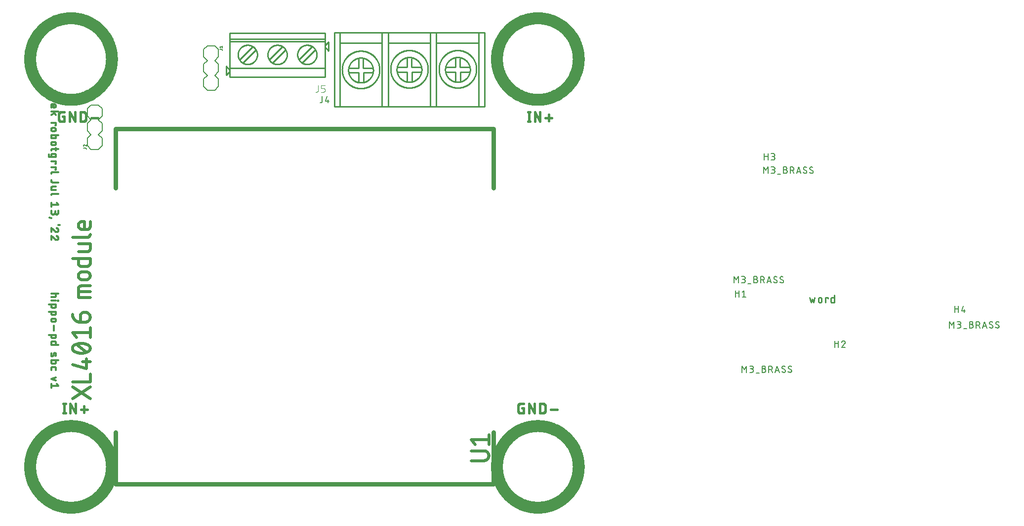
<source format=gbr>
G04 EAGLE Gerber RS-274X export*
G75*
%MOMM*%
%FSLAX34Y34*%
%LPD*%
%INSilkscreen Top*%
%IPPOS*%
%AMOC8*
5,1,8,0,0,1.08239X$1,22.5*%
G01*
%ADD10C,0.228600*%
%ADD11C,0.406400*%
%ADD12C,0.304800*%
%ADD13C,2.000000*%
%ADD14C,0.177800*%
%ADD15C,0.508000*%
%ADD16C,0.762000*%
%ADD17C,0.254000*%
%ADD18C,0.203200*%
%ADD19C,0.127000*%
%ADD20C,0.101600*%


D10*
X1588643Y522859D02*
X1590802Y514223D01*
X1592961Y519980D01*
X1595120Y514223D01*
X1597279Y522859D01*
X1603315Y519980D02*
X1603315Y517102D01*
X1603314Y519980D02*
X1603316Y520086D01*
X1603322Y520193D01*
X1603332Y520299D01*
X1603345Y520404D01*
X1603363Y520509D01*
X1603385Y520613D01*
X1603410Y520717D01*
X1603439Y520819D01*
X1603472Y520920D01*
X1603508Y521020D01*
X1603549Y521119D01*
X1603593Y521215D01*
X1603640Y521311D01*
X1603691Y521404D01*
X1603745Y521496D01*
X1603803Y521585D01*
X1603864Y521672D01*
X1603928Y521757D01*
X1603995Y521840D01*
X1604065Y521920D01*
X1604139Y521997D01*
X1604214Y522071D01*
X1604293Y522143D01*
X1604374Y522212D01*
X1604458Y522277D01*
X1604544Y522340D01*
X1604632Y522399D01*
X1604723Y522455D01*
X1604815Y522508D01*
X1604910Y522557D01*
X1605006Y522603D01*
X1605104Y522645D01*
X1605203Y522683D01*
X1605303Y522718D01*
X1605405Y522749D01*
X1605508Y522776D01*
X1605612Y522800D01*
X1605716Y522819D01*
X1605822Y522835D01*
X1605927Y522847D01*
X1606033Y522855D01*
X1606140Y522859D01*
X1606246Y522859D01*
X1606353Y522855D01*
X1606459Y522847D01*
X1606564Y522835D01*
X1606670Y522819D01*
X1606774Y522800D01*
X1606878Y522776D01*
X1606981Y522749D01*
X1607083Y522718D01*
X1607183Y522683D01*
X1607282Y522645D01*
X1607380Y522603D01*
X1607476Y522557D01*
X1607571Y522508D01*
X1607663Y522455D01*
X1607754Y522399D01*
X1607842Y522340D01*
X1607928Y522277D01*
X1608012Y522212D01*
X1608093Y522143D01*
X1608172Y522071D01*
X1608247Y521997D01*
X1608321Y521920D01*
X1608391Y521840D01*
X1608458Y521757D01*
X1608522Y521672D01*
X1608583Y521585D01*
X1608641Y521496D01*
X1608695Y521404D01*
X1608746Y521311D01*
X1608793Y521215D01*
X1608837Y521119D01*
X1608878Y521020D01*
X1608914Y520920D01*
X1608947Y520819D01*
X1608976Y520717D01*
X1609001Y520613D01*
X1609023Y520509D01*
X1609041Y520404D01*
X1609054Y520299D01*
X1609064Y520193D01*
X1609070Y520086D01*
X1609072Y519980D01*
X1609072Y517102D01*
X1609070Y516996D01*
X1609064Y516889D01*
X1609054Y516783D01*
X1609041Y516678D01*
X1609023Y516573D01*
X1609001Y516469D01*
X1608976Y516365D01*
X1608947Y516263D01*
X1608914Y516162D01*
X1608878Y516062D01*
X1608837Y515963D01*
X1608793Y515867D01*
X1608746Y515771D01*
X1608695Y515678D01*
X1608641Y515586D01*
X1608583Y515497D01*
X1608522Y515410D01*
X1608458Y515325D01*
X1608391Y515242D01*
X1608321Y515162D01*
X1608247Y515085D01*
X1608172Y515011D01*
X1608093Y514939D01*
X1608012Y514870D01*
X1607928Y514805D01*
X1607842Y514742D01*
X1607754Y514683D01*
X1607663Y514627D01*
X1607571Y514574D01*
X1607476Y514525D01*
X1607380Y514479D01*
X1607282Y514437D01*
X1607183Y514399D01*
X1607083Y514364D01*
X1606981Y514333D01*
X1606878Y514306D01*
X1606774Y514282D01*
X1606670Y514263D01*
X1606564Y514247D01*
X1606459Y514235D01*
X1606353Y514227D01*
X1606246Y514223D01*
X1606140Y514223D01*
X1606033Y514227D01*
X1605927Y514235D01*
X1605822Y514247D01*
X1605716Y514263D01*
X1605612Y514282D01*
X1605508Y514306D01*
X1605405Y514333D01*
X1605303Y514364D01*
X1605203Y514399D01*
X1605104Y514437D01*
X1605006Y514479D01*
X1604910Y514525D01*
X1604815Y514574D01*
X1604723Y514627D01*
X1604632Y514683D01*
X1604544Y514742D01*
X1604458Y514805D01*
X1604374Y514870D01*
X1604293Y514939D01*
X1604214Y515011D01*
X1604139Y515085D01*
X1604065Y515162D01*
X1603995Y515242D01*
X1603928Y515325D01*
X1603864Y515410D01*
X1603803Y515497D01*
X1603745Y515586D01*
X1603691Y515678D01*
X1603640Y515771D01*
X1603593Y515867D01*
X1603549Y515963D01*
X1603508Y516062D01*
X1603472Y516162D01*
X1603439Y516263D01*
X1603410Y516365D01*
X1603385Y516469D01*
X1603363Y516573D01*
X1603345Y516678D01*
X1603332Y516783D01*
X1603322Y516889D01*
X1603316Y516996D01*
X1603314Y517102D01*
X1615748Y514223D02*
X1615748Y522859D01*
X1620066Y522859D01*
X1620066Y521420D01*
X1630417Y527177D02*
X1630417Y514223D01*
X1626818Y514223D01*
X1626726Y514225D01*
X1626635Y514231D01*
X1626544Y514240D01*
X1626453Y514254D01*
X1626363Y514271D01*
X1626274Y514293D01*
X1626186Y514318D01*
X1626099Y514346D01*
X1626013Y514379D01*
X1625929Y514415D01*
X1625846Y514454D01*
X1625765Y514497D01*
X1625686Y514544D01*
X1625609Y514593D01*
X1625534Y514646D01*
X1625462Y514702D01*
X1625392Y514761D01*
X1625324Y514823D01*
X1625259Y514888D01*
X1625197Y514956D01*
X1625138Y515026D01*
X1625082Y515098D01*
X1625029Y515173D01*
X1624980Y515250D01*
X1624933Y515329D01*
X1624890Y515410D01*
X1624851Y515493D01*
X1624815Y515577D01*
X1624782Y515663D01*
X1624754Y515750D01*
X1624729Y515838D01*
X1624707Y515927D01*
X1624690Y516017D01*
X1624676Y516108D01*
X1624667Y516199D01*
X1624661Y516290D01*
X1624659Y516382D01*
X1624659Y520700D01*
X1624661Y520792D01*
X1624667Y520883D01*
X1624676Y520974D01*
X1624690Y521065D01*
X1624707Y521155D01*
X1624729Y521244D01*
X1624754Y521332D01*
X1624782Y521419D01*
X1624815Y521505D01*
X1624851Y521589D01*
X1624890Y521672D01*
X1624933Y521753D01*
X1624980Y521832D01*
X1625029Y521909D01*
X1625082Y521984D01*
X1625138Y522056D01*
X1625197Y522126D01*
X1625259Y522194D01*
X1625324Y522259D01*
X1625392Y522321D01*
X1625462Y522380D01*
X1625534Y522436D01*
X1625609Y522489D01*
X1625686Y522538D01*
X1625765Y522585D01*
X1625846Y522628D01*
X1625929Y522667D01*
X1626013Y522703D01*
X1626099Y522736D01*
X1626186Y522764D01*
X1626274Y522789D01*
X1626363Y522811D01*
X1626453Y522828D01*
X1626544Y522842D01*
X1626635Y522851D01*
X1626726Y522857D01*
X1626818Y522859D01*
X1630417Y522859D01*
D11*
X311178Y340868D02*
X311178Y324612D01*
X309372Y324612D02*
X312984Y324612D01*
X312984Y340868D02*
X309372Y340868D01*
X321227Y340868D02*
X321227Y324612D01*
X330258Y324612D02*
X321227Y340868D01*
X330258Y340868D02*
X330258Y324612D01*
X339549Y330934D02*
X350386Y330934D01*
X344967Y336352D02*
X344967Y325515D01*
X1095474Y333643D02*
X1098183Y333643D01*
X1098183Y324612D01*
X1092764Y324612D01*
X1092646Y324614D01*
X1092528Y324620D01*
X1092410Y324629D01*
X1092293Y324643D01*
X1092176Y324660D01*
X1092059Y324681D01*
X1091944Y324706D01*
X1091829Y324735D01*
X1091715Y324768D01*
X1091603Y324804D01*
X1091492Y324844D01*
X1091382Y324887D01*
X1091273Y324934D01*
X1091166Y324984D01*
X1091061Y325039D01*
X1090958Y325096D01*
X1090857Y325157D01*
X1090757Y325221D01*
X1090660Y325288D01*
X1090565Y325358D01*
X1090473Y325432D01*
X1090382Y325508D01*
X1090295Y325588D01*
X1090210Y325670D01*
X1090128Y325755D01*
X1090048Y325842D01*
X1089972Y325933D01*
X1089898Y326025D01*
X1089828Y326120D01*
X1089761Y326217D01*
X1089697Y326317D01*
X1089636Y326418D01*
X1089579Y326521D01*
X1089524Y326626D01*
X1089474Y326733D01*
X1089427Y326842D01*
X1089384Y326952D01*
X1089344Y327063D01*
X1089308Y327175D01*
X1089275Y327289D01*
X1089246Y327404D01*
X1089221Y327519D01*
X1089200Y327636D01*
X1089183Y327753D01*
X1089169Y327870D01*
X1089160Y327988D01*
X1089154Y328106D01*
X1089152Y328224D01*
X1089152Y337256D01*
X1089154Y337374D01*
X1089160Y337492D01*
X1089169Y337610D01*
X1089183Y337727D01*
X1089200Y337844D01*
X1089221Y337961D01*
X1089246Y338076D01*
X1089275Y338191D01*
X1089308Y338305D01*
X1089344Y338417D01*
X1089384Y338528D01*
X1089427Y338638D01*
X1089474Y338747D01*
X1089524Y338854D01*
X1089578Y338959D01*
X1089636Y339062D01*
X1089697Y339163D01*
X1089761Y339263D01*
X1089828Y339360D01*
X1089898Y339455D01*
X1089972Y339547D01*
X1090048Y339638D01*
X1090128Y339725D01*
X1090210Y339810D01*
X1090295Y339892D01*
X1090382Y339972D01*
X1090473Y340048D01*
X1090565Y340122D01*
X1090660Y340192D01*
X1090757Y340259D01*
X1090857Y340323D01*
X1090958Y340384D01*
X1091061Y340441D01*
X1091166Y340495D01*
X1091273Y340546D01*
X1091382Y340593D01*
X1091492Y340636D01*
X1091603Y340676D01*
X1091715Y340712D01*
X1091829Y340745D01*
X1091944Y340774D01*
X1092059Y340799D01*
X1092176Y340820D01*
X1092293Y340837D01*
X1092410Y340851D01*
X1092528Y340860D01*
X1092646Y340866D01*
X1092764Y340868D01*
X1098183Y340868D01*
X1107794Y340868D02*
X1107794Y324612D01*
X1116825Y324612D02*
X1107794Y340868D01*
X1116825Y340868D02*
X1116825Y324612D01*
X1126437Y324612D02*
X1126437Y340868D01*
X1130952Y340868D01*
X1131083Y340866D01*
X1131215Y340860D01*
X1131346Y340851D01*
X1131476Y340837D01*
X1131607Y340820D01*
X1131736Y340799D01*
X1131865Y340775D01*
X1131993Y340746D01*
X1132121Y340714D01*
X1132247Y340678D01*
X1132372Y340639D01*
X1132497Y340596D01*
X1132619Y340549D01*
X1132741Y340499D01*
X1132861Y340445D01*
X1132979Y340388D01*
X1133095Y340327D01*
X1133210Y340263D01*
X1133323Y340196D01*
X1133434Y340125D01*
X1133542Y340051D01*
X1133649Y339974D01*
X1133753Y339894D01*
X1133855Y339811D01*
X1133954Y339726D01*
X1134051Y339637D01*
X1134145Y339545D01*
X1134237Y339451D01*
X1134326Y339354D01*
X1134411Y339255D01*
X1134494Y339153D01*
X1134574Y339049D01*
X1134651Y338942D01*
X1134725Y338834D01*
X1134796Y338723D01*
X1134863Y338610D01*
X1134927Y338495D01*
X1134988Y338379D01*
X1135045Y338261D01*
X1135099Y338141D01*
X1135149Y338019D01*
X1135196Y337897D01*
X1135239Y337772D01*
X1135278Y337647D01*
X1135314Y337521D01*
X1135346Y337393D01*
X1135375Y337265D01*
X1135399Y337136D01*
X1135420Y337007D01*
X1135437Y336876D01*
X1135451Y336746D01*
X1135460Y336615D01*
X1135466Y336483D01*
X1135468Y336352D01*
X1135468Y329128D01*
X1135466Y328997D01*
X1135460Y328865D01*
X1135451Y328734D01*
X1135437Y328604D01*
X1135420Y328473D01*
X1135399Y328344D01*
X1135375Y328215D01*
X1135346Y328087D01*
X1135314Y327959D01*
X1135278Y327833D01*
X1135239Y327708D01*
X1135196Y327583D01*
X1135149Y327461D01*
X1135099Y327339D01*
X1135045Y327219D01*
X1134988Y327101D01*
X1134927Y326985D01*
X1134863Y326870D01*
X1134796Y326757D01*
X1134725Y326646D01*
X1134651Y326538D01*
X1134574Y326431D01*
X1134494Y326327D01*
X1134411Y326225D01*
X1134326Y326126D01*
X1134237Y326029D01*
X1134145Y325935D01*
X1134051Y325843D01*
X1133954Y325754D01*
X1133855Y325669D01*
X1133753Y325586D01*
X1133649Y325506D01*
X1133542Y325429D01*
X1133434Y325355D01*
X1133323Y325284D01*
X1133210Y325217D01*
X1133095Y325153D01*
X1132979Y325092D01*
X1132861Y325035D01*
X1132741Y324981D01*
X1132619Y324931D01*
X1132497Y324884D01*
X1132372Y324841D01*
X1132247Y324802D01*
X1132121Y324766D01*
X1131993Y324734D01*
X1131865Y324705D01*
X1131736Y324681D01*
X1131606Y324660D01*
X1131476Y324643D01*
X1131346Y324629D01*
X1131215Y324620D01*
X1131083Y324614D01*
X1130952Y324612D01*
X1126437Y324612D01*
X1144759Y330934D02*
X1155596Y330934D01*
X310783Y834023D02*
X308074Y834023D01*
X310783Y834023D02*
X310783Y824992D01*
X305364Y824992D01*
X305246Y824994D01*
X305128Y825000D01*
X305010Y825009D01*
X304893Y825023D01*
X304776Y825040D01*
X304659Y825061D01*
X304544Y825086D01*
X304429Y825115D01*
X304315Y825148D01*
X304203Y825184D01*
X304092Y825224D01*
X303982Y825267D01*
X303873Y825314D01*
X303766Y825364D01*
X303661Y825419D01*
X303558Y825476D01*
X303457Y825537D01*
X303357Y825601D01*
X303260Y825668D01*
X303165Y825738D01*
X303073Y825812D01*
X302982Y825888D01*
X302895Y825968D01*
X302810Y826050D01*
X302728Y826135D01*
X302648Y826222D01*
X302572Y826313D01*
X302498Y826405D01*
X302428Y826500D01*
X302361Y826597D01*
X302297Y826697D01*
X302236Y826798D01*
X302179Y826901D01*
X302124Y827006D01*
X302074Y827113D01*
X302027Y827222D01*
X301984Y827332D01*
X301944Y827443D01*
X301908Y827555D01*
X301875Y827669D01*
X301846Y827784D01*
X301821Y827899D01*
X301800Y828016D01*
X301783Y828133D01*
X301769Y828250D01*
X301760Y828368D01*
X301754Y828486D01*
X301752Y828604D01*
X301752Y837636D01*
X301754Y837754D01*
X301760Y837872D01*
X301769Y837990D01*
X301783Y838107D01*
X301800Y838224D01*
X301821Y838341D01*
X301846Y838456D01*
X301875Y838571D01*
X301908Y838685D01*
X301944Y838797D01*
X301984Y838908D01*
X302027Y839018D01*
X302074Y839127D01*
X302124Y839234D01*
X302178Y839339D01*
X302236Y839442D01*
X302297Y839543D01*
X302361Y839643D01*
X302428Y839740D01*
X302498Y839835D01*
X302572Y839927D01*
X302648Y840018D01*
X302728Y840105D01*
X302810Y840190D01*
X302895Y840272D01*
X302982Y840352D01*
X303073Y840428D01*
X303165Y840502D01*
X303260Y840572D01*
X303357Y840639D01*
X303457Y840703D01*
X303558Y840764D01*
X303661Y840821D01*
X303766Y840875D01*
X303873Y840926D01*
X303982Y840973D01*
X304092Y841016D01*
X304203Y841056D01*
X304315Y841092D01*
X304429Y841125D01*
X304544Y841154D01*
X304659Y841179D01*
X304776Y841200D01*
X304893Y841217D01*
X305010Y841231D01*
X305128Y841240D01*
X305246Y841246D01*
X305364Y841248D01*
X310783Y841248D01*
X320394Y841248D02*
X320394Y824992D01*
X329425Y824992D02*
X320394Y841248D01*
X329425Y841248D02*
X329425Y824992D01*
X339037Y824992D02*
X339037Y841248D01*
X343552Y841248D01*
X343683Y841246D01*
X343815Y841240D01*
X343946Y841231D01*
X344076Y841217D01*
X344207Y841200D01*
X344336Y841179D01*
X344465Y841155D01*
X344593Y841126D01*
X344721Y841094D01*
X344847Y841058D01*
X344972Y841019D01*
X345097Y840976D01*
X345219Y840929D01*
X345341Y840879D01*
X345461Y840825D01*
X345579Y840768D01*
X345695Y840707D01*
X345810Y840643D01*
X345923Y840576D01*
X346034Y840505D01*
X346142Y840431D01*
X346249Y840354D01*
X346353Y840274D01*
X346455Y840191D01*
X346554Y840106D01*
X346651Y840017D01*
X346745Y839925D01*
X346837Y839831D01*
X346926Y839734D01*
X347011Y839635D01*
X347094Y839533D01*
X347174Y839429D01*
X347251Y839322D01*
X347325Y839214D01*
X347396Y839103D01*
X347463Y838990D01*
X347527Y838875D01*
X347588Y838759D01*
X347645Y838641D01*
X347699Y838521D01*
X347749Y838399D01*
X347796Y838277D01*
X347839Y838152D01*
X347878Y838027D01*
X347914Y837901D01*
X347946Y837773D01*
X347975Y837645D01*
X347999Y837516D01*
X348020Y837387D01*
X348037Y837256D01*
X348051Y837126D01*
X348060Y836995D01*
X348066Y836863D01*
X348068Y836732D01*
X348068Y829508D01*
X348066Y829377D01*
X348060Y829245D01*
X348051Y829114D01*
X348037Y828984D01*
X348020Y828853D01*
X347999Y828724D01*
X347975Y828595D01*
X347946Y828467D01*
X347914Y828339D01*
X347878Y828213D01*
X347839Y828088D01*
X347796Y827963D01*
X347749Y827841D01*
X347699Y827719D01*
X347645Y827599D01*
X347588Y827481D01*
X347527Y827365D01*
X347463Y827250D01*
X347396Y827137D01*
X347325Y827026D01*
X347251Y826918D01*
X347174Y826811D01*
X347094Y826707D01*
X347011Y826605D01*
X346926Y826506D01*
X346837Y826409D01*
X346745Y826315D01*
X346651Y826223D01*
X346554Y826134D01*
X346455Y826049D01*
X346353Y825966D01*
X346249Y825886D01*
X346142Y825809D01*
X346034Y825735D01*
X345923Y825664D01*
X345810Y825597D01*
X345695Y825533D01*
X345579Y825472D01*
X345461Y825415D01*
X345341Y825361D01*
X345219Y825311D01*
X345097Y825264D01*
X344972Y825221D01*
X344847Y825182D01*
X344721Y825146D01*
X344593Y825114D01*
X344465Y825085D01*
X344336Y825061D01*
X344206Y825040D01*
X344076Y825023D01*
X343946Y825009D01*
X343815Y825000D01*
X343683Y824994D01*
X343552Y824992D01*
X339037Y824992D01*
X357359Y831314D02*
X368196Y831314D01*
X1107468Y824992D02*
X1107468Y841248D01*
X1105662Y824992D02*
X1109274Y824992D01*
X1109274Y841248D02*
X1105662Y841248D01*
X1117517Y841248D02*
X1117517Y824992D01*
X1126548Y824992D02*
X1117517Y841248D01*
X1126548Y841248D02*
X1126548Y824992D01*
X1135839Y831314D02*
X1146676Y831314D01*
X1141257Y836732D02*
X1141257Y825895D01*
D12*
X300736Y529336D02*
X288544Y529336D01*
X296672Y529336D02*
X296672Y525949D01*
X296670Y525860D01*
X296664Y525772D01*
X296655Y525684D01*
X296641Y525596D01*
X296624Y525509D01*
X296603Y525423D01*
X296578Y525338D01*
X296549Y525254D01*
X296517Y525171D01*
X296482Y525090D01*
X296442Y525011D01*
X296400Y524933D01*
X296354Y524857D01*
X296305Y524783D01*
X296252Y524712D01*
X296197Y524643D01*
X296138Y524576D01*
X296077Y524512D01*
X296013Y524451D01*
X295946Y524392D01*
X295877Y524337D01*
X295806Y524284D01*
X295732Y524235D01*
X295656Y524189D01*
X295578Y524147D01*
X295499Y524107D01*
X295418Y524072D01*
X295335Y524040D01*
X295251Y524011D01*
X295166Y523986D01*
X295080Y523965D01*
X294993Y523948D01*
X294905Y523934D01*
X294817Y523925D01*
X294729Y523919D01*
X294640Y523917D01*
X288544Y523917D01*
X288544Y517501D02*
X296672Y517501D01*
X300059Y517840D02*
X300736Y517840D01*
X300736Y517162D01*
X300059Y517162D01*
X300059Y517840D01*
X296672Y510962D02*
X284480Y510962D01*
X296672Y510962D02*
X296672Y507575D01*
X296670Y507486D01*
X296664Y507398D01*
X296655Y507310D01*
X296641Y507222D01*
X296624Y507135D01*
X296603Y507049D01*
X296578Y506964D01*
X296549Y506880D01*
X296517Y506797D01*
X296482Y506716D01*
X296442Y506637D01*
X296400Y506559D01*
X296354Y506483D01*
X296305Y506409D01*
X296252Y506338D01*
X296197Y506269D01*
X296138Y506202D01*
X296077Y506138D01*
X296013Y506077D01*
X295946Y506018D01*
X295877Y505963D01*
X295806Y505910D01*
X295732Y505861D01*
X295656Y505815D01*
X295578Y505773D01*
X295499Y505733D01*
X295418Y505698D01*
X295335Y505666D01*
X295251Y505637D01*
X295166Y505612D01*
X295080Y505591D01*
X294993Y505574D01*
X294905Y505560D01*
X294817Y505551D01*
X294729Y505545D01*
X294640Y505543D01*
X290576Y505543D01*
X290487Y505545D01*
X290399Y505551D01*
X290311Y505560D01*
X290223Y505574D01*
X290136Y505591D01*
X290050Y505612D01*
X289965Y505637D01*
X289881Y505666D01*
X289798Y505698D01*
X289717Y505733D01*
X289638Y505773D01*
X289560Y505815D01*
X289484Y505861D01*
X289410Y505910D01*
X289339Y505963D01*
X289270Y506018D01*
X289203Y506077D01*
X289139Y506138D01*
X289078Y506202D01*
X289019Y506269D01*
X288964Y506338D01*
X288911Y506409D01*
X288862Y506483D01*
X288816Y506559D01*
X288774Y506637D01*
X288734Y506716D01*
X288699Y506797D01*
X288667Y506880D01*
X288638Y506964D01*
X288613Y507049D01*
X288592Y507135D01*
X288575Y507222D01*
X288561Y507310D01*
X288552Y507398D01*
X288546Y507486D01*
X288544Y507575D01*
X288544Y510962D01*
X284480Y498642D02*
X296672Y498642D01*
X296672Y495255D01*
X296670Y495166D01*
X296664Y495078D01*
X296655Y494990D01*
X296641Y494902D01*
X296624Y494815D01*
X296603Y494729D01*
X296578Y494644D01*
X296549Y494560D01*
X296517Y494477D01*
X296482Y494396D01*
X296442Y494317D01*
X296400Y494239D01*
X296354Y494163D01*
X296305Y494089D01*
X296252Y494018D01*
X296197Y493949D01*
X296138Y493882D01*
X296077Y493818D01*
X296013Y493757D01*
X295946Y493698D01*
X295877Y493643D01*
X295806Y493590D01*
X295732Y493541D01*
X295656Y493495D01*
X295578Y493453D01*
X295499Y493413D01*
X295418Y493378D01*
X295335Y493346D01*
X295251Y493317D01*
X295166Y493292D01*
X295080Y493271D01*
X294993Y493254D01*
X294905Y493240D01*
X294817Y493231D01*
X294729Y493225D01*
X294640Y493223D01*
X290576Y493223D01*
X290487Y493225D01*
X290399Y493231D01*
X290311Y493240D01*
X290223Y493254D01*
X290136Y493271D01*
X290050Y493292D01*
X289965Y493317D01*
X289881Y493346D01*
X289798Y493378D01*
X289717Y493413D01*
X289638Y493453D01*
X289560Y493495D01*
X289484Y493541D01*
X289410Y493590D01*
X289339Y493643D01*
X289270Y493698D01*
X289203Y493757D01*
X289139Y493818D01*
X289078Y493882D01*
X289019Y493949D01*
X288964Y494018D01*
X288911Y494089D01*
X288862Y494163D01*
X288816Y494239D01*
X288774Y494317D01*
X288734Y494396D01*
X288699Y494477D01*
X288667Y494560D01*
X288638Y494644D01*
X288613Y494729D01*
X288592Y494815D01*
X288575Y494902D01*
X288561Y494990D01*
X288552Y495078D01*
X288546Y495166D01*
X288544Y495255D01*
X288544Y498642D01*
X291253Y486902D02*
X293963Y486902D01*
X293963Y486901D02*
X294066Y486899D01*
X294168Y486893D01*
X294270Y486884D01*
X294372Y486870D01*
X294473Y486853D01*
X294573Y486831D01*
X294672Y486806D01*
X294771Y486778D01*
X294868Y486745D01*
X294964Y486709D01*
X295059Y486670D01*
X295152Y486626D01*
X295243Y486580D01*
X295332Y486529D01*
X295420Y486476D01*
X295505Y486419D01*
X295588Y486359D01*
X295669Y486296D01*
X295748Y486230D01*
X295823Y486161D01*
X295897Y486089D01*
X295967Y486015D01*
X296035Y485938D01*
X296099Y485858D01*
X296161Y485776D01*
X296219Y485692D01*
X296274Y485605D01*
X296326Y485517D01*
X296374Y485426D01*
X296419Y485334D01*
X296461Y485241D01*
X296499Y485145D01*
X296533Y485049D01*
X296564Y484951D01*
X296590Y484852D01*
X296614Y484752D01*
X296633Y484651D01*
X296648Y484550D01*
X296660Y484448D01*
X296668Y484346D01*
X296672Y484243D01*
X296672Y484141D01*
X296668Y484038D01*
X296660Y483936D01*
X296648Y483834D01*
X296633Y483733D01*
X296614Y483632D01*
X296590Y483532D01*
X296564Y483433D01*
X296533Y483335D01*
X296499Y483239D01*
X296461Y483143D01*
X296419Y483050D01*
X296374Y482958D01*
X296326Y482867D01*
X296274Y482779D01*
X296219Y482692D01*
X296161Y482608D01*
X296099Y482526D01*
X296035Y482446D01*
X295967Y482369D01*
X295897Y482295D01*
X295823Y482223D01*
X295748Y482154D01*
X295669Y482088D01*
X295588Y482025D01*
X295505Y481965D01*
X295420Y481908D01*
X295332Y481855D01*
X295243Y481804D01*
X295152Y481758D01*
X295059Y481714D01*
X294964Y481675D01*
X294868Y481639D01*
X294771Y481606D01*
X294672Y481578D01*
X294573Y481553D01*
X294473Y481531D01*
X294372Y481514D01*
X294270Y481500D01*
X294168Y481491D01*
X294066Y481485D01*
X293963Y481483D01*
X291253Y481483D01*
X291150Y481485D01*
X291048Y481491D01*
X290946Y481500D01*
X290844Y481514D01*
X290743Y481531D01*
X290643Y481553D01*
X290544Y481578D01*
X290445Y481606D01*
X290348Y481639D01*
X290252Y481675D01*
X290157Y481714D01*
X290064Y481758D01*
X289973Y481804D01*
X289884Y481855D01*
X289796Y481908D01*
X289711Y481965D01*
X289628Y482025D01*
X289547Y482088D01*
X289468Y482154D01*
X289393Y482223D01*
X289319Y482295D01*
X289249Y482369D01*
X289181Y482446D01*
X289117Y482526D01*
X289055Y482608D01*
X288997Y482692D01*
X288942Y482779D01*
X288890Y482867D01*
X288842Y482958D01*
X288797Y483050D01*
X288755Y483143D01*
X288717Y483239D01*
X288683Y483335D01*
X288652Y483433D01*
X288626Y483532D01*
X288602Y483632D01*
X288583Y483733D01*
X288568Y483834D01*
X288556Y483936D01*
X288548Y484038D01*
X288544Y484141D01*
X288544Y484243D01*
X288548Y484346D01*
X288556Y484448D01*
X288568Y484550D01*
X288583Y484651D01*
X288602Y484752D01*
X288626Y484852D01*
X288652Y484951D01*
X288683Y485049D01*
X288717Y485145D01*
X288755Y485241D01*
X288797Y485334D01*
X288842Y485426D01*
X288890Y485517D01*
X288942Y485605D01*
X288997Y485692D01*
X289055Y485776D01*
X289117Y485858D01*
X289181Y485938D01*
X289249Y486015D01*
X289319Y486089D01*
X289393Y486161D01*
X289468Y486230D01*
X289547Y486296D01*
X289628Y486359D01*
X289711Y486419D01*
X289796Y486476D01*
X289884Y486529D01*
X289973Y486580D01*
X290064Y486626D01*
X290157Y486670D01*
X290252Y486709D01*
X290348Y486745D01*
X290445Y486778D01*
X290544Y486806D01*
X290643Y486831D01*
X290743Y486853D01*
X290844Y486870D01*
X290946Y486884D01*
X291048Y486893D01*
X291150Y486899D01*
X291253Y486901D01*
X293285Y474568D02*
X293285Y466440D01*
X296672Y458945D02*
X284480Y458945D01*
X296672Y458945D02*
X296672Y455559D01*
X296670Y455470D01*
X296664Y455382D01*
X296655Y455294D01*
X296641Y455206D01*
X296624Y455119D01*
X296603Y455033D01*
X296578Y454948D01*
X296549Y454864D01*
X296517Y454781D01*
X296482Y454700D01*
X296442Y454621D01*
X296400Y454543D01*
X296354Y454467D01*
X296305Y454393D01*
X296252Y454322D01*
X296197Y454253D01*
X296138Y454186D01*
X296077Y454122D01*
X296013Y454061D01*
X295946Y454002D01*
X295877Y453947D01*
X295806Y453894D01*
X295732Y453845D01*
X295656Y453799D01*
X295578Y453757D01*
X295499Y453717D01*
X295418Y453682D01*
X295335Y453650D01*
X295251Y453621D01*
X295166Y453596D01*
X295080Y453575D01*
X294993Y453558D01*
X294905Y453544D01*
X294817Y453535D01*
X294729Y453529D01*
X294640Y453527D01*
X290576Y453527D01*
X290487Y453529D01*
X290399Y453535D01*
X290311Y453544D01*
X290223Y453558D01*
X290136Y453575D01*
X290050Y453596D01*
X289965Y453621D01*
X289881Y453650D01*
X289798Y453682D01*
X289717Y453717D01*
X289638Y453757D01*
X289560Y453799D01*
X289484Y453845D01*
X289410Y453894D01*
X289339Y453947D01*
X289270Y454002D01*
X289203Y454061D01*
X289139Y454122D01*
X289078Y454186D01*
X289019Y454253D01*
X288964Y454322D01*
X288911Y454393D01*
X288862Y454467D01*
X288816Y454543D01*
X288774Y454621D01*
X288734Y454700D01*
X288699Y454781D01*
X288667Y454864D01*
X288638Y454948D01*
X288613Y455033D01*
X288592Y455119D01*
X288575Y455206D01*
X288561Y455294D01*
X288552Y455382D01*
X288546Y455470D01*
X288544Y455559D01*
X288544Y458945D01*
X288544Y441909D02*
X300736Y441909D01*
X288544Y441909D02*
X288544Y445296D01*
X288546Y445385D01*
X288552Y445473D01*
X288561Y445561D01*
X288575Y445649D01*
X288592Y445736D01*
X288613Y445822D01*
X288638Y445907D01*
X288667Y445991D01*
X288699Y446074D01*
X288734Y446155D01*
X288774Y446234D01*
X288816Y446312D01*
X288862Y446388D01*
X288911Y446462D01*
X288964Y446533D01*
X289019Y446602D01*
X289078Y446669D01*
X289139Y446733D01*
X289203Y446794D01*
X289270Y446853D01*
X289339Y446908D01*
X289410Y446961D01*
X289484Y447010D01*
X289560Y447056D01*
X289638Y447098D01*
X289717Y447138D01*
X289798Y447173D01*
X289881Y447205D01*
X289965Y447234D01*
X290050Y447259D01*
X290136Y447280D01*
X290223Y447297D01*
X290311Y447311D01*
X290399Y447320D01*
X290487Y447326D01*
X290576Y447328D01*
X294640Y447328D01*
X294729Y447326D01*
X294817Y447320D01*
X294905Y447311D01*
X294993Y447297D01*
X295080Y447280D01*
X295166Y447259D01*
X295251Y447234D01*
X295335Y447205D01*
X295418Y447173D01*
X295499Y447138D01*
X295578Y447098D01*
X295656Y447056D01*
X295732Y447010D01*
X295806Y446961D01*
X295877Y446908D01*
X295946Y446853D01*
X296013Y446794D01*
X296077Y446733D01*
X296138Y446669D01*
X296197Y446602D01*
X296252Y446533D01*
X296305Y446462D01*
X296354Y446388D01*
X296400Y446312D01*
X296442Y446234D01*
X296482Y446155D01*
X296517Y446074D01*
X296549Y445991D01*
X296578Y445907D01*
X296603Y445822D01*
X296624Y445736D01*
X296641Y445649D01*
X296655Y445561D01*
X296664Y445473D01*
X296670Y445385D01*
X296672Y445296D01*
X296672Y441909D01*
X293285Y426569D02*
X291931Y423182D01*
X293286Y426568D02*
X293318Y426644D01*
X293354Y426718D01*
X293394Y426791D01*
X293436Y426862D01*
X293482Y426930D01*
X293532Y426996D01*
X293584Y427060D01*
X293639Y427122D01*
X293697Y427180D01*
X293758Y427236D01*
X293822Y427289D01*
X293887Y427339D01*
X293955Y427386D01*
X294026Y427430D01*
X294098Y427470D01*
X294172Y427507D01*
X294247Y427540D01*
X294324Y427569D01*
X294403Y427595D01*
X294482Y427618D01*
X294563Y427636D01*
X294644Y427651D01*
X294726Y427662D01*
X294808Y427669D01*
X294891Y427672D01*
X294974Y427671D01*
X295056Y427666D01*
X295138Y427658D01*
X295220Y427646D01*
X295301Y427629D01*
X295381Y427609D01*
X295460Y427586D01*
X295538Y427558D01*
X295614Y427527D01*
X295689Y427492D01*
X295763Y427454D01*
X295834Y427413D01*
X295904Y427368D01*
X295971Y427320D01*
X296036Y427269D01*
X296098Y427215D01*
X296158Y427158D01*
X296215Y427098D01*
X296269Y427036D01*
X296320Y426971D01*
X296368Y426904D01*
X296413Y426834D01*
X296454Y426763D01*
X296492Y426689D01*
X296527Y426614D01*
X296558Y426538D01*
X296586Y426460D01*
X296609Y426381D01*
X296629Y426301D01*
X296646Y426220D01*
X296658Y426138D01*
X296666Y426056D01*
X296671Y425974D01*
X296672Y425891D01*
X296667Y425706D01*
X296658Y425521D01*
X296644Y425337D01*
X296626Y425153D01*
X296604Y424969D01*
X296577Y424786D01*
X296545Y424604D01*
X296509Y424423D01*
X296469Y424242D01*
X296425Y424063D01*
X296376Y423884D01*
X296323Y423707D01*
X296266Y423531D01*
X296204Y423357D01*
X296139Y423184D01*
X296069Y423013D01*
X295995Y422843D01*
X291930Y423182D02*
X291898Y423106D01*
X291862Y423032D01*
X291822Y422959D01*
X291780Y422888D01*
X291734Y422820D01*
X291684Y422754D01*
X291632Y422690D01*
X291577Y422628D01*
X291519Y422570D01*
X291458Y422514D01*
X291394Y422461D01*
X291329Y422411D01*
X291261Y422364D01*
X291190Y422320D01*
X291118Y422280D01*
X291044Y422244D01*
X290969Y422210D01*
X290892Y422181D01*
X290813Y422155D01*
X290734Y422132D01*
X290653Y422114D01*
X290572Y422099D01*
X290490Y422088D01*
X290408Y422081D01*
X290325Y422078D01*
X290243Y422079D01*
X290160Y422084D01*
X290078Y422092D01*
X289996Y422104D01*
X289915Y422121D01*
X289835Y422141D01*
X289756Y422164D01*
X289678Y422192D01*
X289602Y422223D01*
X289527Y422258D01*
X289453Y422296D01*
X289382Y422337D01*
X289313Y422382D01*
X289245Y422430D01*
X289180Y422481D01*
X289118Y422535D01*
X289058Y422592D01*
X289001Y422652D01*
X288947Y422714D01*
X288896Y422779D01*
X288848Y422846D01*
X288803Y422916D01*
X288762Y422987D01*
X288724Y423061D01*
X288689Y423136D01*
X288658Y423212D01*
X288630Y423290D01*
X288607Y423369D01*
X288587Y423449D01*
X288570Y423530D01*
X288558Y423612D01*
X288550Y423694D01*
X288545Y423776D01*
X288544Y423859D01*
X288551Y424130D01*
X288565Y424402D01*
X288585Y424673D01*
X288611Y424943D01*
X288644Y425213D01*
X288683Y425482D01*
X288728Y425750D01*
X288780Y426016D01*
X288838Y426282D01*
X288902Y426546D01*
X288973Y426808D01*
X289050Y427069D01*
X289133Y427327D01*
X289221Y427584D01*
X288544Y415142D02*
X300736Y415142D01*
X288544Y415142D02*
X288544Y411755D01*
X288546Y411666D01*
X288552Y411578D01*
X288561Y411490D01*
X288575Y411402D01*
X288592Y411315D01*
X288613Y411229D01*
X288638Y411144D01*
X288667Y411060D01*
X288699Y410977D01*
X288734Y410896D01*
X288774Y410817D01*
X288816Y410739D01*
X288862Y410663D01*
X288911Y410589D01*
X288964Y410518D01*
X289019Y410449D01*
X289078Y410382D01*
X289139Y410318D01*
X289203Y410257D01*
X289270Y410198D01*
X289339Y410143D01*
X289410Y410090D01*
X289484Y410041D01*
X289560Y409995D01*
X289638Y409953D01*
X289717Y409913D01*
X289798Y409878D01*
X289881Y409846D01*
X289965Y409817D01*
X290050Y409792D01*
X290136Y409771D01*
X290223Y409754D01*
X290311Y409740D01*
X290399Y409731D01*
X290487Y409725D01*
X290576Y409723D01*
X294640Y409723D01*
X294729Y409725D01*
X294817Y409731D01*
X294905Y409740D01*
X294993Y409754D01*
X295080Y409771D01*
X295166Y409792D01*
X295251Y409817D01*
X295335Y409846D01*
X295418Y409878D01*
X295499Y409913D01*
X295578Y409953D01*
X295656Y409995D01*
X295732Y410041D01*
X295806Y410090D01*
X295877Y410143D01*
X295946Y410198D01*
X296013Y410257D01*
X296077Y410318D01*
X296138Y410382D01*
X296197Y410449D01*
X296252Y410518D01*
X296305Y410589D01*
X296354Y410663D01*
X296400Y410739D01*
X296442Y410817D01*
X296482Y410896D01*
X296517Y410977D01*
X296549Y411060D01*
X296578Y411144D01*
X296603Y411229D01*
X296624Y411315D01*
X296641Y411402D01*
X296655Y411490D01*
X296664Y411578D01*
X296670Y411666D01*
X296672Y411755D01*
X296672Y415142D01*
X288544Y401342D02*
X288544Y398632D01*
X288544Y401342D02*
X288546Y401431D01*
X288552Y401519D01*
X288561Y401607D01*
X288575Y401695D01*
X288592Y401782D01*
X288613Y401868D01*
X288638Y401953D01*
X288667Y402037D01*
X288699Y402120D01*
X288734Y402201D01*
X288774Y402280D01*
X288816Y402358D01*
X288862Y402434D01*
X288911Y402508D01*
X288964Y402579D01*
X289019Y402648D01*
X289078Y402715D01*
X289139Y402779D01*
X289203Y402840D01*
X289270Y402899D01*
X289339Y402954D01*
X289410Y403007D01*
X289484Y403056D01*
X289560Y403102D01*
X289638Y403144D01*
X289717Y403184D01*
X289798Y403219D01*
X289881Y403251D01*
X289965Y403280D01*
X290050Y403305D01*
X290136Y403326D01*
X290223Y403343D01*
X290311Y403357D01*
X290399Y403366D01*
X290487Y403372D01*
X290576Y403374D01*
X294640Y403374D01*
X294729Y403372D01*
X294817Y403366D01*
X294905Y403357D01*
X294993Y403343D01*
X295080Y403326D01*
X295166Y403305D01*
X295251Y403280D01*
X295335Y403251D01*
X295418Y403219D01*
X295499Y403184D01*
X295578Y403144D01*
X295656Y403102D01*
X295732Y403056D01*
X295806Y403007D01*
X295877Y402954D01*
X295946Y402899D01*
X296013Y402840D01*
X296077Y402779D01*
X296138Y402715D01*
X296197Y402648D01*
X296252Y402579D01*
X296305Y402508D01*
X296354Y402434D01*
X296400Y402358D01*
X296442Y402280D01*
X296482Y402201D01*
X296517Y402120D01*
X296549Y402037D01*
X296578Y401953D01*
X296603Y401868D01*
X296624Y401782D01*
X296641Y401695D01*
X296655Y401607D01*
X296664Y401519D01*
X296670Y401431D01*
X296672Y401342D01*
X296672Y398632D01*
X296672Y386063D02*
X288544Y383353D01*
X296672Y380644D01*
X298027Y374420D02*
X300736Y371034D01*
X288544Y371034D01*
X288544Y374420D02*
X288544Y367647D01*
X288544Y849037D02*
X288544Y852424D01*
X288546Y852513D01*
X288552Y852601D01*
X288561Y852689D01*
X288575Y852777D01*
X288592Y852864D01*
X288613Y852950D01*
X288638Y853035D01*
X288667Y853119D01*
X288699Y853202D01*
X288734Y853283D01*
X288774Y853362D01*
X288816Y853440D01*
X288862Y853516D01*
X288911Y853590D01*
X288964Y853661D01*
X289019Y853730D01*
X289078Y853797D01*
X289139Y853861D01*
X289203Y853922D01*
X289270Y853981D01*
X289339Y854036D01*
X289410Y854089D01*
X289484Y854138D01*
X289560Y854184D01*
X289638Y854226D01*
X289717Y854266D01*
X289798Y854301D01*
X289881Y854333D01*
X289965Y854362D01*
X290050Y854387D01*
X290136Y854408D01*
X290223Y854425D01*
X290311Y854439D01*
X290399Y854448D01*
X290487Y854454D01*
X290576Y854456D01*
X293963Y854456D01*
X294066Y854454D01*
X294168Y854448D01*
X294270Y854439D01*
X294372Y854425D01*
X294473Y854408D01*
X294573Y854386D01*
X294672Y854361D01*
X294771Y854333D01*
X294868Y854300D01*
X294964Y854264D01*
X295059Y854225D01*
X295152Y854181D01*
X295243Y854135D01*
X295332Y854084D01*
X295420Y854031D01*
X295505Y853974D01*
X295588Y853914D01*
X295669Y853851D01*
X295748Y853785D01*
X295823Y853716D01*
X295897Y853644D01*
X295967Y853570D01*
X296035Y853493D01*
X296099Y853413D01*
X296161Y853331D01*
X296219Y853247D01*
X296274Y853160D01*
X296326Y853072D01*
X296374Y852981D01*
X296419Y852889D01*
X296461Y852796D01*
X296499Y852700D01*
X296533Y852604D01*
X296564Y852506D01*
X296590Y852407D01*
X296614Y852307D01*
X296633Y852206D01*
X296648Y852105D01*
X296660Y852003D01*
X296668Y851901D01*
X296672Y851798D01*
X296672Y851696D01*
X296668Y851593D01*
X296660Y851491D01*
X296648Y851389D01*
X296633Y851288D01*
X296614Y851187D01*
X296590Y851087D01*
X296564Y850988D01*
X296533Y850890D01*
X296499Y850794D01*
X296461Y850698D01*
X296419Y850605D01*
X296374Y850513D01*
X296326Y850422D01*
X296274Y850334D01*
X296219Y850247D01*
X296161Y850163D01*
X296099Y850081D01*
X296035Y850001D01*
X295967Y849924D01*
X295897Y849850D01*
X295823Y849778D01*
X295748Y849709D01*
X295669Y849643D01*
X295588Y849580D01*
X295505Y849520D01*
X295420Y849463D01*
X295332Y849410D01*
X295243Y849359D01*
X295152Y849313D01*
X295059Y849269D01*
X294964Y849230D01*
X294868Y849194D01*
X294771Y849161D01*
X294672Y849133D01*
X294573Y849108D01*
X294473Y849086D01*
X294372Y849069D01*
X294270Y849055D01*
X294168Y849046D01*
X294066Y849040D01*
X293963Y849038D01*
X293963Y849037D02*
X292608Y849037D01*
X292608Y854456D01*
X288544Y841854D02*
X300736Y841854D01*
X296672Y836435D02*
X292608Y841854D01*
X294301Y839483D02*
X288544Y836435D01*
X288544Y822834D02*
X296672Y822834D01*
X296672Y818770D01*
X295317Y818770D01*
X293963Y813847D02*
X291253Y813847D01*
X293963Y813846D02*
X294066Y813844D01*
X294168Y813838D01*
X294270Y813829D01*
X294372Y813815D01*
X294473Y813798D01*
X294573Y813776D01*
X294672Y813751D01*
X294771Y813723D01*
X294868Y813690D01*
X294964Y813654D01*
X295059Y813615D01*
X295152Y813571D01*
X295243Y813525D01*
X295332Y813474D01*
X295420Y813421D01*
X295505Y813364D01*
X295588Y813304D01*
X295669Y813241D01*
X295748Y813175D01*
X295823Y813106D01*
X295897Y813034D01*
X295967Y812960D01*
X296035Y812883D01*
X296099Y812803D01*
X296161Y812721D01*
X296219Y812637D01*
X296274Y812550D01*
X296326Y812462D01*
X296374Y812371D01*
X296419Y812279D01*
X296461Y812186D01*
X296499Y812090D01*
X296533Y811994D01*
X296564Y811896D01*
X296590Y811797D01*
X296614Y811697D01*
X296633Y811596D01*
X296648Y811495D01*
X296660Y811393D01*
X296668Y811291D01*
X296672Y811188D01*
X296672Y811086D01*
X296668Y810983D01*
X296660Y810881D01*
X296648Y810779D01*
X296633Y810678D01*
X296614Y810577D01*
X296590Y810477D01*
X296564Y810378D01*
X296533Y810280D01*
X296499Y810184D01*
X296461Y810088D01*
X296419Y809995D01*
X296374Y809903D01*
X296326Y809812D01*
X296274Y809724D01*
X296219Y809637D01*
X296161Y809553D01*
X296099Y809471D01*
X296035Y809391D01*
X295967Y809314D01*
X295897Y809240D01*
X295823Y809168D01*
X295748Y809099D01*
X295669Y809033D01*
X295588Y808970D01*
X295505Y808910D01*
X295420Y808853D01*
X295332Y808800D01*
X295243Y808749D01*
X295152Y808703D01*
X295059Y808659D01*
X294964Y808620D01*
X294868Y808584D01*
X294771Y808551D01*
X294672Y808523D01*
X294573Y808498D01*
X294473Y808476D01*
X294372Y808459D01*
X294270Y808445D01*
X294168Y808436D01*
X294066Y808430D01*
X293963Y808428D01*
X291253Y808428D01*
X291150Y808430D01*
X291048Y808436D01*
X290946Y808445D01*
X290844Y808459D01*
X290743Y808476D01*
X290643Y808498D01*
X290544Y808523D01*
X290445Y808551D01*
X290348Y808584D01*
X290252Y808620D01*
X290157Y808659D01*
X290064Y808703D01*
X289973Y808749D01*
X289884Y808800D01*
X289796Y808853D01*
X289711Y808910D01*
X289628Y808970D01*
X289547Y809033D01*
X289468Y809099D01*
X289393Y809168D01*
X289319Y809240D01*
X289249Y809314D01*
X289181Y809391D01*
X289117Y809471D01*
X289055Y809553D01*
X288997Y809637D01*
X288942Y809724D01*
X288890Y809812D01*
X288842Y809903D01*
X288797Y809995D01*
X288755Y810088D01*
X288717Y810184D01*
X288683Y810280D01*
X288652Y810378D01*
X288626Y810477D01*
X288602Y810577D01*
X288583Y810678D01*
X288568Y810779D01*
X288556Y810881D01*
X288548Y810983D01*
X288544Y811086D01*
X288544Y811188D01*
X288548Y811291D01*
X288556Y811393D01*
X288568Y811495D01*
X288583Y811596D01*
X288602Y811697D01*
X288626Y811797D01*
X288652Y811896D01*
X288683Y811994D01*
X288717Y812090D01*
X288755Y812186D01*
X288797Y812279D01*
X288842Y812371D01*
X288890Y812462D01*
X288942Y812550D01*
X288997Y812637D01*
X289055Y812721D01*
X289117Y812803D01*
X289181Y812883D01*
X289249Y812960D01*
X289319Y813034D01*
X289393Y813106D01*
X289468Y813175D01*
X289547Y813241D01*
X289628Y813304D01*
X289711Y813364D01*
X289796Y813421D01*
X289884Y813474D01*
X289973Y813525D01*
X290064Y813571D01*
X290157Y813615D01*
X290252Y813654D01*
X290348Y813690D01*
X290445Y813723D01*
X290544Y813751D01*
X290643Y813776D01*
X290743Y813798D01*
X290844Y813815D01*
X290946Y813829D01*
X291048Y813838D01*
X291150Y813844D01*
X291253Y813846D01*
X288544Y801404D02*
X300736Y801404D01*
X288544Y801404D02*
X288544Y798018D01*
X288546Y797929D01*
X288552Y797841D01*
X288561Y797753D01*
X288575Y797665D01*
X288592Y797578D01*
X288613Y797492D01*
X288638Y797407D01*
X288667Y797323D01*
X288699Y797240D01*
X288734Y797159D01*
X288774Y797080D01*
X288816Y797002D01*
X288862Y796926D01*
X288911Y796852D01*
X288964Y796781D01*
X289019Y796712D01*
X289078Y796645D01*
X289139Y796581D01*
X289203Y796520D01*
X289270Y796461D01*
X289339Y796406D01*
X289410Y796353D01*
X289484Y796304D01*
X289560Y796258D01*
X289638Y796216D01*
X289717Y796176D01*
X289798Y796141D01*
X289881Y796109D01*
X289965Y796080D01*
X290050Y796055D01*
X290136Y796034D01*
X290223Y796017D01*
X290311Y796003D01*
X290399Y795994D01*
X290487Y795988D01*
X290576Y795986D01*
X294640Y795986D01*
X294729Y795988D01*
X294817Y795994D01*
X294905Y796003D01*
X294993Y796017D01*
X295080Y796034D01*
X295166Y796055D01*
X295251Y796080D01*
X295335Y796109D01*
X295418Y796141D01*
X295499Y796176D01*
X295578Y796216D01*
X295656Y796258D01*
X295732Y796304D01*
X295806Y796353D01*
X295877Y796406D01*
X295946Y796461D01*
X296013Y796520D01*
X296077Y796581D01*
X296138Y796645D01*
X296197Y796712D01*
X296252Y796781D01*
X296305Y796852D01*
X296354Y796926D01*
X296400Y797002D01*
X296442Y797080D01*
X296482Y797159D01*
X296517Y797240D01*
X296549Y797323D01*
X296578Y797407D01*
X296603Y797492D01*
X296624Y797578D01*
X296641Y797665D01*
X296655Y797753D01*
X296664Y797841D01*
X296670Y797929D01*
X296672Y798018D01*
X296672Y801404D01*
X293963Y789664D02*
X291253Y789664D01*
X293963Y789663D02*
X294066Y789661D01*
X294168Y789655D01*
X294270Y789646D01*
X294372Y789632D01*
X294473Y789615D01*
X294573Y789593D01*
X294672Y789568D01*
X294771Y789540D01*
X294868Y789507D01*
X294964Y789471D01*
X295059Y789432D01*
X295152Y789388D01*
X295243Y789342D01*
X295332Y789291D01*
X295420Y789238D01*
X295505Y789181D01*
X295588Y789121D01*
X295669Y789058D01*
X295748Y788992D01*
X295823Y788923D01*
X295897Y788851D01*
X295967Y788777D01*
X296035Y788700D01*
X296099Y788620D01*
X296161Y788538D01*
X296219Y788454D01*
X296274Y788367D01*
X296326Y788279D01*
X296374Y788188D01*
X296419Y788096D01*
X296461Y788003D01*
X296499Y787907D01*
X296533Y787811D01*
X296564Y787713D01*
X296590Y787614D01*
X296614Y787514D01*
X296633Y787413D01*
X296648Y787312D01*
X296660Y787210D01*
X296668Y787108D01*
X296672Y787005D01*
X296672Y786903D01*
X296668Y786800D01*
X296660Y786698D01*
X296648Y786596D01*
X296633Y786495D01*
X296614Y786394D01*
X296590Y786294D01*
X296564Y786195D01*
X296533Y786097D01*
X296499Y786001D01*
X296461Y785905D01*
X296419Y785812D01*
X296374Y785720D01*
X296326Y785629D01*
X296274Y785541D01*
X296219Y785454D01*
X296161Y785370D01*
X296099Y785288D01*
X296035Y785208D01*
X295967Y785131D01*
X295897Y785057D01*
X295823Y784985D01*
X295748Y784916D01*
X295669Y784850D01*
X295588Y784787D01*
X295505Y784727D01*
X295420Y784670D01*
X295332Y784617D01*
X295243Y784566D01*
X295152Y784520D01*
X295059Y784476D01*
X294964Y784437D01*
X294868Y784401D01*
X294771Y784368D01*
X294672Y784340D01*
X294573Y784315D01*
X294473Y784293D01*
X294372Y784276D01*
X294270Y784262D01*
X294168Y784253D01*
X294066Y784247D01*
X293963Y784245D01*
X291253Y784245D01*
X291150Y784247D01*
X291048Y784253D01*
X290946Y784262D01*
X290844Y784276D01*
X290743Y784293D01*
X290643Y784315D01*
X290544Y784340D01*
X290445Y784368D01*
X290348Y784401D01*
X290252Y784437D01*
X290157Y784476D01*
X290064Y784520D01*
X289973Y784566D01*
X289884Y784617D01*
X289796Y784670D01*
X289711Y784727D01*
X289628Y784787D01*
X289547Y784850D01*
X289468Y784916D01*
X289393Y784985D01*
X289319Y785057D01*
X289249Y785131D01*
X289181Y785208D01*
X289117Y785288D01*
X289055Y785370D01*
X288997Y785454D01*
X288942Y785541D01*
X288890Y785629D01*
X288842Y785720D01*
X288797Y785812D01*
X288755Y785905D01*
X288717Y786001D01*
X288683Y786097D01*
X288652Y786195D01*
X288626Y786294D01*
X288602Y786394D01*
X288583Y786495D01*
X288568Y786596D01*
X288556Y786698D01*
X288548Y786800D01*
X288544Y786903D01*
X288544Y787005D01*
X288548Y787108D01*
X288556Y787210D01*
X288568Y787312D01*
X288583Y787413D01*
X288602Y787514D01*
X288626Y787614D01*
X288652Y787713D01*
X288683Y787811D01*
X288717Y787907D01*
X288755Y788003D01*
X288797Y788096D01*
X288842Y788188D01*
X288890Y788279D01*
X288942Y788367D01*
X288997Y788454D01*
X289055Y788538D01*
X289117Y788620D01*
X289181Y788700D01*
X289249Y788777D01*
X289319Y788851D01*
X289393Y788923D01*
X289468Y788992D01*
X289547Y789058D01*
X289628Y789121D01*
X289711Y789181D01*
X289796Y789238D01*
X289884Y789291D01*
X289973Y789342D01*
X290064Y789388D01*
X290157Y789432D01*
X290252Y789471D01*
X290348Y789507D01*
X290445Y789540D01*
X290544Y789568D01*
X290643Y789593D01*
X290743Y789615D01*
X290844Y789632D01*
X290946Y789646D01*
X291048Y789655D01*
X291150Y789661D01*
X291253Y789663D01*
X296672Y779141D02*
X296672Y775077D01*
X300736Y777786D02*
X290576Y777786D01*
X290487Y777784D01*
X290399Y777778D01*
X290311Y777769D01*
X290223Y777755D01*
X290136Y777738D01*
X290050Y777717D01*
X289965Y777692D01*
X289881Y777663D01*
X289798Y777631D01*
X289717Y777596D01*
X289638Y777556D01*
X289560Y777514D01*
X289484Y777468D01*
X289410Y777419D01*
X289339Y777366D01*
X289270Y777311D01*
X289203Y777252D01*
X289139Y777191D01*
X289078Y777127D01*
X289019Y777060D01*
X288964Y776991D01*
X288911Y776920D01*
X288862Y776846D01*
X288816Y776770D01*
X288774Y776692D01*
X288734Y776613D01*
X288699Y776532D01*
X288667Y776449D01*
X288638Y776365D01*
X288613Y776280D01*
X288592Y776194D01*
X288575Y776107D01*
X288561Y776019D01*
X288552Y775931D01*
X288546Y775843D01*
X288544Y775754D01*
X288544Y775077D01*
X288544Y767222D02*
X288544Y763835D01*
X288544Y767222D02*
X288546Y767311D01*
X288552Y767399D01*
X288561Y767487D01*
X288575Y767575D01*
X288592Y767662D01*
X288613Y767748D01*
X288638Y767833D01*
X288667Y767917D01*
X288699Y768000D01*
X288734Y768081D01*
X288774Y768160D01*
X288816Y768238D01*
X288862Y768314D01*
X288911Y768388D01*
X288964Y768459D01*
X289019Y768528D01*
X289078Y768595D01*
X289139Y768659D01*
X289203Y768720D01*
X289270Y768779D01*
X289339Y768834D01*
X289410Y768887D01*
X289484Y768936D01*
X289560Y768982D01*
X289638Y769024D01*
X289717Y769064D01*
X289798Y769099D01*
X289881Y769131D01*
X289965Y769160D01*
X290050Y769185D01*
X290136Y769206D01*
X290223Y769223D01*
X290311Y769237D01*
X290399Y769246D01*
X290487Y769252D01*
X290576Y769254D01*
X294640Y769254D01*
X294729Y769252D01*
X294817Y769246D01*
X294905Y769237D01*
X294993Y769223D01*
X295080Y769206D01*
X295166Y769185D01*
X295251Y769160D01*
X295335Y769131D01*
X295418Y769099D01*
X295499Y769064D01*
X295578Y769024D01*
X295656Y768982D01*
X295732Y768936D01*
X295806Y768887D01*
X295877Y768834D01*
X295946Y768779D01*
X296013Y768720D01*
X296077Y768659D01*
X296138Y768595D01*
X296197Y768528D01*
X296252Y768459D01*
X296305Y768388D01*
X296354Y768314D01*
X296400Y768238D01*
X296442Y768160D01*
X296482Y768081D01*
X296517Y768000D01*
X296549Y767917D01*
X296578Y767833D01*
X296603Y767748D01*
X296624Y767662D01*
X296641Y767575D01*
X296655Y767487D01*
X296664Y767399D01*
X296670Y767311D01*
X296672Y767222D01*
X296672Y763835D01*
X286512Y763835D01*
X286423Y763837D01*
X286335Y763843D01*
X286247Y763852D01*
X286159Y763866D01*
X286072Y763883D01*
X285986Y763904D01*
X285901Y763929D01*
X285817Y763958D01*
X285734Y763990D01*
X285653Y764025D01*
X285574Y764065D01*
X285496Y764107D01*
X285420Y764153D01*
X285346Y764202D01*
X285275Y764255D01*
X285206Y764310D01*
X285139Y764369D01*
X285075Y764430D01*
X285014Y764494D01*
X284955Y764561D01*
X284900Y764630D01*
X284847Y764701D01*
X284798Y764775D01*
X284752Y764851D01*
X284710Y764929D01*
X284670Y765008D01*
X284635Y765089D01*
X284603Y765172D01*
X284574Y765256D01*
X284549Y765341D01*
X284528Y765427D01*
X284511Y765514D01*
X284497Y765602D01*
X284488Y765690D01*
X284482Y765778D01*
X284480Y765867D01*
X284480Y768576D01*
X288544Y756216D02*
X296672Y756216D01*
X296672Y752152D01*
X295317Y752152D01*
X296672Y746634D02*
X288544Y746634D01*
X296672Y746634D02*
X296672Y742570D01*
X295317Y742570D01*
X290576Y737673D02*
X300736Y737673D01*
X290576Y737673D02*
X290487Y737671D01*
X290399Y737665D01*
X290311Y737656D01*
X290223Y737642D01*
X290136Y737625D01*
X290050Y737604D01*
X289965Y737579D01*
X289881Y737550D01*
X289798Y737518D01*
X289717Y737483D01*
X289638Y737443D01*
X289560Y737401D01*
X289484Y737355D01*
X289410Y737306D01*
X289339Y737253D01*
X289270Y737198D01*
X289203Y737139D01*
X289139Y737078D01*
X289078Y737014D01*
X289019Y736947D01*
X288964Y736878D01*
X288911Y736807D01*
X288862Y736733D01*
X288816Y736657D01*
X288774Y736579D01*
X288734Y736500D01*
X288699Y736419D01*
X288667Y736336D01*
X288638Y736252D01*
X288613Y736167D01*
X288592Y736081D01*
X288575Y735994D01*
X288561Y735906D01*
X288552Y735818D01*
X288546Y735730D01*
X288544Y735641D01*
X291253Y720504D02*
X300736Y720504D01*
X291253Y720504D02*
X291152Y720506D01*
X291051Y720512D01*
X290950Y720521D01*
X290849Y720534D01*
X290749Y720551D01*
X290650Y720572D01*
X290552Y720596D01*
X290455Y720624D01*
X290358Y720656D01*
X290263Y720691D01*
X290170Y720730D01*
X290078Y720772D01*
X289987Y720818D01*
X289898Y720867D01*
X289812Y720919D01*
X289727Y720975D01*
X289644Y721033D01*
X289564Y721095D01*
X289486Y721160D01*
X289410Y721227D01*
X289337Y721297D01*
X289267Y721370D01*
X289200Y721446D01*
X289135Y721524D01*
X289073Y721604D01*
X289015Y721687D01*
X288959Y721772D01*
X288907Y721859D01*
X288858Y721947D01*
X288812Y722038D01*
X288770Y722130D01*
X288731Y722223D01*
X288696Y722318D01*
X288664Y722415D01*
X288636Y722512D01*
X288612Y722610D01*
X288591Y722709D01*
X288574Y722809D01*
X288561Y722910D01*
X288552Y723011D01*
X288546Y723112D01*
X288544Y723213D01*
X288544Y723214D02*
X288544Y724568D01*
X290576Y713008D02*
X296672Y713008D01*
X290576Y713008D02*
X290487Y713006D01*
X290399Y713000D01*
X290311Y712991D01*
X290223Y712977D01*
X290136Y712960D01*
X290050Y712939D01*
X289965Y712914D01*
X289881Y712885D01*
X289798Y712853D01*
X289717Y712818D01*
X289638Y712778D01*
X289560Y712736D01*
X289484Y712690D01*
X289410Y712641D01*
X289339Y712588D01*
X289270Y712533D01*
X289203Y712474D01*
X289139Y712413D01*
X289078Y712349D01*
X289019Y712282D01*
X288964Y712213D01*
X288911Y712142D01*
X288862Y712068D01*
X288816Y711992D01*
X288774Y711914D01*
X288734Y711835D01*
X288699Y711754D01*
X288667Y711671D01*
X288638Y711587D01*
X288613Y711502D01*
X288592Y711416D01*
X288575Y711329D01*
X288561Y711241D01*
X288552Y711153D01*
X288546Y711065D01*
X288544Y710976D01*
X288544Y707589D01*
X296672Y707589D01*
X300736Y700714D02*
X290576Y700714D01*
X290487Y700712D01*
X290399Y700706D01*
X290311Y700697D01*
X290223Y700683D01*
X290136Y700666D01*
X290050Y700645D01*
X289965Y700620D01*
X289881Y700591D01*
X289798Y700559D01*
X289717Y700524D01*
X289638Y700484D01*
X289560Y700442D01*
X289484Y700396D01*
X289410Y700347D01*
X289339Y700294D01*
X289270Y700239D01*
X289203Y700180D01*
X289139Y700119D01*
X289078Y700055D01*
X289019Y699988D01*
X288964Y699919D01*
X288911Y699848D01*
X288862Y699774D01*
X288816Y699698D01*
X288774Y699620D01*
X288734Y699541D01*
X288699Y699460D01*
X288667Y699377D01*
X288638Y699293D01*
X288613Y699208D01*
X288592Y699122D01*
X288575Y699035D01*
X288561Y698947D01*
X288552Y698859D01*
X288546Y698771D01*
X288544Y698682D01*
X298027Y685852D02*
X300736Y682465D01*
X288544Y682465D01*
X288544Y679079D02*
X288544Y685852D01*
X288544Y672164D02*
X288544Y668777D01*
X288546Y668661D01*
X288552Y668546D01*
X288562Y668431D01*
X288576Y668316D01*
X288593Y668202D01*
X288615Y668088D01*
X288640Y667975D01*
X288670Y667863D01*
X288703Y667752D01*
X288740Y667643D01*
X288780Y667534D01*
X288824Y667428D01*
X288872Y667322D01*
X288924Y667219D01*
X288979Y667117D01*
X289037Y667017D01*
X289099Y666919D01*
X289164Y666824D01*
X289232Y666730D01*
X289304Y666640D01*
X289378Y666551D01*
X289456Y666465D01*
X289536Y666382D01*
X289619Y666302D01*
X289705Y666224D01*
X289794Y666150D01*
X289884Y666078D01*
X289978Y666010D01*
X290073Y665945D01*
X290171Y665883D01*
X290271Y665825D01*
X290373Y665770D01*
X290476Y665718D01*
X290582Y665670D01*
X290688Y665626D01*
X290797Y665586D01*
X290906Y665549D01*
X291017Y665516D01*
X291129Y665486D01*
X291242Y665461D01*
X291356Y665439D01*
X291470Y665422D01*
X291585Y665408D01*
X291700Y665398D01*
X291815Y665392D01*
X291931Y665390D01*
X292047Y665392D01*
X292162Y665398D01*
X292277Y665408D01*
X292392Y665422D01*
X292506Y665439D01*
X292620Y665461D01*
X292733Y665486D01*
X292845Y665516D01*
X292956Y665549D01*
X293065Y665586D01*
X293174Y665626D01*
X293280Y665670D01*
X293386Y665718D01*
X293489Y665770D01*
X293591Y665825D01*
X293691Y665883D01*
X293789Y665945D01*
X293884Y666010D01*
X293978Y666078D01*
X294068Y666150D01*
X294157Y666224D01*
X294243Y666302D01*
X294326Y666382D01*
X294406Y666465D01*
X294484Y666551D01*
X294558Y666640D01*
X294630Y666730D01*
X294698Y666824D01*
X294763Y666919D01*
X294825Y667017D01*
X294883Y667117D01*
X294938Y667219D01*
X294990Y667322D01*
X295038Y667428D01*
X295082Y667534D01*
X295122Y667643D01*
X295159Y667752D01*
X295192Y667863D01*
X295222Y667975D01*
X295247Y668088D01*
X295269Y668202D01*
X295286Y668316D01*
X295300Y668431D01*
X295310Y668546D01*
X295316Y668661D01*
X295318Y668777D01*
X300736Y668100D02*
X300736Y672164D01*
X300736Y668100D02*
X300734Y667997D01*
X300728Y667895D01*
X300719Y667793D01*
X300705Y667691D01*
X300688Y667590D01*
X300666Y667490D01*
X300641Y667391D01*
X300613Y667292D01*
X300580Y667195D01*
X300544Y667099D01*
X300505Y667004D01*
X300461Y666911D01*
X300415Y666820D01*
X300364Y666731D01*
X300311Y666643D01*
X300254Y666558D01*
X300194Y666475D01*
X300131Y666394D01*
X300065Y666315D01*
X299996Y666240D01*
X299924Y666166D01*
X299850Y666096D01*
X299773Y666028D01*
X299693Y665964D01*
X299611Y665902D01*
X299527Y665844D01*
X299440Y665789D01*
X299352Y665737D01*
X299261Y665689D01*
X299169Y665644D01*
X299076Y665602D01*
X298980Y665564D01*
X298884Y665530D01*
X298786Y665499D01*
X298687Y665473D01*
X298587Y665449D01*
X298486Y665430D01*
X298385Y665415D01*
X298283Y665403D01*
X298181Y665395D01*
X298078Y665391D01*
X297976Y665391D01*
X297873Y665395D01*
X297771Y665403D01*
X297669Y665415D01*
X297568Y665430D01*
X297467Y665449D01*
X297367Y665473D01*
X297268Y665499D01*
X297170Y665530D01*
X297074Y665564D01*
X296978Y665602D01*
X296885Y665644D01*
X296793Y665689D01*
X296702Y665737D01*
X296614Y665789D01*
X296527Y665844D01*
X296443Y665902D01*
X296361Y665964D01*
X296281Y666028D01*
X296204Y666096D01*
X296130Y666166D01*
X296058Y666240D01*
X295989Y666315D01*
X295923Y666394D01*
X295860Y666475D01*
X295800Y666558D01*
X295743Y666643D01*
X295690Y666731D01*
X295639Y666820D01*
X295593Y666911D01*
X295549Y667004D01*
X295510Y667099D01*
X295474Y667195D01*
X295441Y667292D01*
X295413Y667391D01*
X295388Y667490D01*
X295366Y667590D01*
X295349Y667691D01*
X295335Y667793D01*
X295326Y667895D01*
X295320Y667997D01*
X295318Y668100D01*
X295317Y668100D02*
X295317Y670809D01*
X288544Y659624D02*
X288544Y658946D01*
X288544Y659624D02*
X289221Y659624D01*
X289221Y658946D01*
X288544Y658946D01*
X285835Y659962D01*
X300736Y647332D02*
X303445Y647332D01*
X300736Y638324D02*
X300734Y638215D01*
X300728Y638107D01*
X300719Y637998D01*
X300705Y637890D01*
X300688Y637783D01*
X300666Y637676D01*
X300641Y637570D01*
X300613Y637465D01*
X300580Y637361D01*
X300544Y637259D01*
X300504Y637158D01*
X300461Y637058D01*
X300414Y636960D01*
X300363Y636863D01*
X300309Y636769D01*
X300252Y636676D01*
X300192Y636586D01*
X300128Y636497D01*
X300061Y636411D01*
X299992Y636328D01*
X299919Y636247D01*
X299843Y636169D01*
X299765Y636093D01*
X299684Y636020D01*
X299601Y635951D01*
X299515Y635884D01*
X299426Y635820D01*
X299336Y635760D01*
X299243Y635703D01*
X299149Y635649D01*
X299052Y635598D01*
X298954Y635551D01*
X298854Y635508D01*
X298753Y635468D01*
X298651Y635432D01*
X298547Y635399D01*
X298442Y635371D01*
X298336Y635346D01*
X298229Y635324D01*
X298122Y635307D01*
X298014Y635293D01*
X297905Y635284D01*
X297797Y635278D01*
X297688Y635276D01*
X300736Y638324D02*
X300734Y638447D01*
X300728Y638570D01*
X300719Y638693D01*
X300705Y638815D01*
X300688Y638937D01*
X300667Y639058D01*
X300642Y639179D01*
X300613Y639299D01*
X300580Y639417D01*
X300544Y639535D01*
X300504Y639651D01*
X300461Y639767D01*
X300413Y639880D01*
X300363Y639993D01*
X300309Y640103D01*
X300251Y640212D01*
X300190Y640319D01*
X300125Y640424D01*
X300058Y640527D01*
X299987Y640627D01*
X299913Y640726D01*
X299836Y640822D01*
X299756Y640915D01*
X299673Y641006D01*
X299587Y641095D01*
X299499Y641180D01*
X299408Y641263D01*
X299314Y641343D01*
X299218Y641420D01*
X299119Y641494D01*
X299019Y641564D01*
X298916Y641632D01*
X298811Y641696D01*
X298704Y641757D01*
X298595Y641815D01*
X298484Y641869D01*
X298372Y641919D01*
X298258Y641966D01*
X298143Y642010D01*
X298027Y642049D01*
X295317Y636291D02*
X295395Y636212D01*
X295475Y636136D01*
X295557Y636063D01*
X295643Y635993D01*
X295730Y635925D01*
X295820Y635860D01*
X295911Y635799D01*
X296005Y635741D01*
X296101Y635685D01*
X296198Y635634D01*
X296298Y635585D01*
X296398Y635540D01*
X296501Y635498D01*
X296604Y635460D01*
X296709Y635425D01*
X296815Y635394D01*
X296922Y635366D01*
X297030Y635342D01*
X297138Y635321D01*
X297247Y635305D01*
X297357Y635292D01*
X297467Y635282D01*
X297578Y635277D01*
X297688Y635275D01*
X295317Y636292D02*
X288544Y642049D01*
X288544Y635276D01*
X300736Y624635D02*
X300734Y624526D01*
X300728Y624418D01*
X300719Y624309D01*
X300705Y624201D01*
X300688Y624094D01*
X300666Y623987D01*
X300641Y623881D01*
X300613Y623776D01*
X300580Y623672D01*
X300544Y623570D01*
X300504Y623469D01*
X300461Y623369D01*
X300414Y623271D01*
X300363Y623174D01*
X300309Y623080D01*
X300252Y622987D01*
X300192Y622897D01*
X300128Y622808D01*
X300061Y622722D01*
X299992Y622639D01*
X299919Y622558D01*
X299843Y622480D01*
X299765Y622404D01*
X299684Y622331D01*
X299601Y622262D01*
X299515Y622195D01*
X299426Y622131D01*
X299336Y622071D01*
X299243Y622014D01*
X299149Y621960D01*
X299052Y621909D01*
X298954Y621862D01*
X298854Y621819D01*
X298753Y621779D01*
X298651Y621743D01*
X298547Y621710D01*
X298442Y621682D01*
X298336Y621657D01*
X298229Y621635D01*
X298122Y621618D01*
X298014Y621604D01*
X297905Y621595D01*
X297797Y621589D01*
X297688Y621587D01*
X300736Y624635D02*
X300734Y624758D01*
X300728Y624881D01*
X300719Y625004D01*
X300705Y625126D01*
X300688Y625248D01*
X300667Y625369D01*
X300642Y625490D01*
X300613Y625610D01*
X300580Y625728D01*
X300544Y625846D01*
X300504Y625962D01*
X300461Y626078D01*
X300413Y626191D01*
X300363Y626304D01*
X300309Y626414D01*
X300251Y626523D01*
X300190Y626630D01*
X300125Y626735D01*
X300058Y626838D01*
X299987Y626938D01*
X299913Y627037D01*
X299836Y627133D01*
X299756Y627226D01*
X299673Y627317D01*
X299587Y627406D01*
X299499Y627491D01*
X299408Y627574D01*
X299314Y627654D01*
X299218Y627731D01*
X299119Y627805D01*
X299019Y627875D01*
X298916Y627943D01*
X298811Y628007D01*
X298704Y628068D01*
X298595Y628126D01*
X298484Y628180D01*
X298372Y628230D01*
X298258Y628277D01*
X298143Y628321D01*
X298027Y628360D01*
X295317Y622603D02*
X295395Y622524D01*
X295475Y622448D01*
X295557Y622375D01*
X295643Y622305D01*
X295730Y622237D01*
X295820Y622172D01*
X295911Y622111D01*
X296005Y622053D01*
X296101Y621997D01*
X296198Y621946D01*
X296298Y621897D01*
X296398Y621852D01*
X296501Y621810D01*
X296604Y621772D01*
X296709Y621737D01*
X296815Y621706D01*
X296922Y621678D01*
X297030Y621654D01*
X297138Y621633D01*
X297247Y621617D01*
X297357Y621604D01*
X297467Y621594D01*
X297578Y621589D01*
X297688Y621587D01*
X295317Y622603D02*
X288544Y628360D01*
X288544Y621587D01*
D13*
X252580Y232410D02*
X252601Y234128D01*
X252664Y235845D01*
X252770Y237560D01*
X252917Y239271D01*
X253106Y240979D01*
X253338Y242681D01*
X253611Y244377D01*
X253925Y246066D01*
X254281Y247747D01*
X254678Y249419D01*
X255116Y251080D01*
X255594Y252730D01*
X256113Y254368D01*
X256672Y255992D01*
X257271Y257603D01*
X257908Y259198D01*
X258585Y260777D01*
X259301Y262339D01*
X260054Y263883D01*
X260846Y265408D01*
X261674Y266913D01*
X262539Y268397D01*
X263440Y269860D01*
X264377Y271300D01*
X265349Y272717D01*
X266355Y274109D01*
X267396Y275476D01*
X268469Y276818D01*
X269575Y278132D01*
X270713Y279419D01*
X271883Y280678D01*
X273083Y281907D01*
X274312Y283107D01*
X275571Y284277D01*
X276858Y285415D01*
X278172Y286521D01*
X279514Y287594D01*
X280881Y288635D01*
X282273Y289641D01*
X283690Y290613D01*
X285130Y291550D01*
X286593Y292451D01*
X288077Y293316D01*
X289582Y294144D01*
X291107Y294936D01*
X292651Y295689D01*
X294213Y296405D01*
X295792Y297082D01*
X297387Y297719D01*
X298998Y298318D01*
X300622Y298877D01*
X302260Y299396D01*
X303910Y299874D01*
X305571Y300312D01*
X307243Y300709D01*
X308924Y301065D01*
X310613Y301379D01*
X312309Y301652D01*
X314011Y301884D01*
X315719Y302073D01*
X317430Y302220D01*
X319145Y302326D01*
X320862Y302389D01*
X322580Y302410D01*
X324298Y302389D01*
X326015Y302326D01*
X327730Y302220D01*
X329441Y302073D01*
X331149Y301884D01*
X332851Y301652D01*
X334547Y301379D01*
X336236Y301065D01*
X337917Y300709D01*
X339589Y300312D01*
X341250Y299874D01*
X342900Y299396D01*
X344538Y298877D01*
X346162Y298318D01*
X347773Y297719D01*
X349368Y297082D01*
X350947Y296405D01*
X352509Y295689D01*
X354053Y294936D01*
X355578Y294144D01*
X357083Y293316D01*
X358567Y292451D01*
X360030Y291550D01*
X361470Y290613D01*
X362887Y289641D01*
X364279Y288635D01*
X365646Y287594D01*
X366988Y286521D01*
X368302Y285415D01*
X369589Y284277D01*
X370848Y283107D01*
X372077Y281907D01*
X373277Y280678D01*
X374447Y279419D01*
X375585Y278132D01*
X376691Y276818D01*
X377764Y275476D01*
X378805Y274109D01*
X379811Y272717D01*
X380783Y271300D01*
X381720Y269860D01*
X382621Y268397D01*
X383486Y266913D01*
X384314Y265408D01*
X385106Y263883D01*
X385859Y262339D01*
X386575Y260777D01*
X387252Y259198D01*
X387889Y257603D01*
X388488Y255992D01*
X389047Y254368D01*
X389566Y252730D01*
X390044Y251080D01*
X390482Y249419D01*
X390879Y247747D01*
X391235Y246066D01*
X391549Y244377D01*
X391822Y242681D01*
X392054Y240979D01*
X392243Y239271D01*
X392390Y237560D01*
X392496Y235845D01*
X392559Y234128D01*
X392580Y232410D01*
X392559Y230692D01*
X392496Y228975D01*
X392390Y227260D01*
X392243Y225549D01*
X392054Y223841D01*
X391822Y222139D01*
X391549Y220443D01*
X391235Y218754D01*
X390879Y217073D01*
X390482Y215401D01*
X390044Y213740D01*
X389566Y212090D01*
X389047Y210452D01*
X388488Y208828D01*
X387889Y207217D01*
X387252Y205622D01*
X386575Y204043D01*
X385859Y202481D01*
X385106Y200937D01*
X384314Y199412D01*
X383486Y197907D01*
X382621Y196423D01*
X381720Y194960D01*
X380783Y193520D01*
X379811Y192103D01*
X378805Y190711D01*
X377764Y189344D01*
X376691Y188002D01*
X375585Y186688D01*
X374447Y185401D01*
X373277Y184142D01*
X372077Y182913D01*
X370848Y181713D01*
X369589Y180543D01*
X368302Y179405D01*
X366988Y178299D01*
X365646Y177226D01*
X364279Y176185D01*
X362887Y175179D01*
X361470Y174207D01*
X360030Y173270D01*
X358567Y172369D01*
X357083Y171504D01*
X355578Y170676D01*
X354053Y169884D01*
X352509Y169131D01*
X350947Y168415D01*
X349368Y167738D01*
X347773Y167101D01*
X346162Y166502D01*
X344538Y165943D01*
X342900Y165424D01*
X341250Y164946D01*
X339589Y164508D01*
X337917Y164111D01*
X336236Y163755D01*
X334547Y163441D01*
X332851Y163168D01*
X331149Y162936D01*
X329441Y162747D01*
X327730Y162600D01*
X326015Y162494D01*
X324298Y162431D01*
X322580Y162410D01*
X320862Y162431D01*
X319145Y162494D01*
X317430Y162600D01*
X315719Y162747D01*
X314011Y162936D01*
X312309Y163168D01*
X310613Y163441D01*
X308924Y163755D01*
X307243Y164111D01*
X305571Y164508D01*
X303910Y164946D01*
X302260Y165424D01*
X300622Y165943D01*
X298998Y166502D01*
X297387Y167101D01*
X295792Y167738D01*
X294213Y168415D01*
X292651Y169131D01*
X291107Y169884D01*
X289582Y170676D01*
X288077Y171504D01*
X286593Y172369D01*
X285130Y173270D01*
X283690Y174207D01*
X282273Y175179D01*
X280881Y176185D01*
X279514Y177226D01*
X278172Y178299D01*
X276858Y179405D01*
X275571Y180543D01*
X274312Y181713D01*
X273083Y182913D01*
X271883Y184142D01*
X270713Y185401D01*
X269575Y186688D01*
X268469Y188002D01*
X267396Y189344D01*
X266355Y190711D01*
X265349Y192103D01*
X264377Y193520D01*
X263440Y194960D01*
X262539Y196423D01*
X261674Y197907D01*
X260846Y199412D01*
X260054Y200937D01*
X259301Y202481D01*
X258585Y204043D01*
X257908Y205622D01*
X257271Y207217D01*
X256672Y208828D01*
X256113Y210452D01*
X255594Y212090D01*
X255116Y213740D01*
X254678Y215401D01*
X254281Y217073D01*
X253925Y218754D01*
X253611Y220443D01*
X253338Y222139D01*
X253106Y223841D01*
X252917Y225549D01*
X252770Y227260D01*
X252664Y228975D01*
X252601Y230692D01*
X252580Y232410D01*
D14*
X1461389Y524129D02*
X1461389Y535051D01*
X1461389Y530197D02*
X1467457Y530197D01*
X1467457Y535051D02*
X1467457Y524129D01*
X1473200Y532624D02*
X1476234Y535051D01*
X1476234Y524129D01*
X1473200Y524129D02*
X1479268Y524129D01*
X1458849Y548259D02*
X1458849Y559181D01*
X1462490Y553113D01*
X1466130Y559181D01*
X1466130Y548259D01*
X1472029Y548259D02*
X1475063Y548259D01*
X1475171Y548261D01*
X1475279Y548267D01*
X1475387Y548276D01*
X1475495Y548290D01*
X1475602Y548307D01*
X1475708Y548328D01*
X1475813Y548353D01*
X1475918Y548382D01*
X1476021Y548414D01*
X1476123Y548450D01*
X1476224Y548490D01*
X1476323Y548533D01*
X1476421Y548580D01*
X1476517Y548630D01*
X1476611Y548684D01*
X1476703Y548741D01*
X1476793Y548801D01*
X1476881Y548864D01*
X1476967Y548931D01*
X1477050Y549000D01*
X1477130Y549072D01*
X1477208Y549148D01*
X1477284Y549226D01*
X1477356Y549306D01*
X1477425Y549389D01*
X1477492Y549475D01*
X1477555Y549563D01*
X1477615Y549653D01*
X1477672Y549745D01*
X1477726Y549839D01*
X1477776Y549935D01*
X1477823Y550033D01*
X1477866Y550132D01*
X1477906Y550233D01*
X1477942Y550335D01*
X1477974Y550438D01*
X1478003Y550543D01*
X1478028Y550648D01*
X1478049Y550754D01*
X1478066Y550861D01*
X1478080Y550969D01*
X1478089Y551077D01*
X1478095Y551185D01*
X1478097Y551293D01*
X1478095Y551401D01*
X1478089Y551509D01*
X1478080Y551617D01*
X1478066Y551725D01*
X1478049Y551832D01*
X1478028Y551938D01*
X1478003Y552043D01*
X1477974Y552148D01*
X1477942Y552251D01*
X1477906Y552353D01*
X1477866Y552454D01*
X1477823Y552553D01*
X1477776Y552651D01*
X1477726Y552747D01*
X1477672Y552841D01*
X1477615Y552933D01*
X1477555Y553023D01*
X1477492Y553111D01*
X1477425Y553197D01*
X1477356Y553280D01*
X1477284Y553360D01*
X1477208Y553438D01*
X1477130Y553514D01*
X1477050Y553586D01*
X1476967Y553655D01*
X1476881Y553722D01*
X1476793Y553785D01*
X1476703Y553845D01*
X1476611Y553902D01*
X1476517Y553956D01*
X1476421Y554006D01*
X1476323Y554053D01*
X1476224Y554096D01*
X1476123Y554136D01*
X1476021Y554172D01*
X1475918Y554204D01*
X1475813Y554233D01*
X1475708Y554258D01*
X1475602Y554279D01*
X1475495Y554296D01*
X1475387Y554310D01*
X1475279Y554319D01*
X1475171Y554325D01*
X1475063Y554327D01*
X1475669Y559181D02*
X1472029Y559181D01*
X1475669Y559181D02*
X1475767Y559179D01*
X1475864Y559173D01*
X1475962Y559163D01*
X1476058Y559150D01*
X1476154Y559132D01*
X1476250Y559110D01*
X1476344Y559085D01*
X1476438Y559056D01*
X1476530Y559023D01*
X1476620Y558987D01*
X1476709Y558947D01*
X1476797Y558903D01*
X1476883Y558856D01*
X1476966Y558805D01*
X1477048Y558751D01*
X1477127Y558694D01*
X1477204Y558634D01*
X1477278Y558571D01*
X1477350Y558504D01*
X1477419Y558435D01*
X1477486Y558363D01*
X1477549Y558289D01*
X1477609Y558212D01*
X1477666Y558133D01*
X1477720Y558051D01*
X1477771Y557968D01*
X1477818Y557882D01*
X1477862Y557794D01*
X1477902Y557705D01*
X1477938Y557615D01*
X1477971Y557523D01*
X1478000Y557429D01*
X1478025Y557335D01*
X1478047Y557239D01*
X1478065Y557143D01*
X1478078Y557047D01*
X1478088Y556949D01*
X1478094Y556852D01*
X1478096Y556754D01*
X1478094Y556656D01*
X1478088Y556559D01*
X1478078Y556461D01*
X1478065Y556365D01*
X1478047Y556269D01*
X1478025Y556173D01*
X1478000Y556079D01*
X1477971Y555985D01*
X1477938Y555893D01*
X1477902Y555803D01*
X1477862Y555714D01*
X1477818Y555626D01*
X1477771Y555541D01*
X1477720Y555457D01*
X1477666Y555375D01*
X1477609Y555296D01*
X1477549Y555219D01*
X1477486Y555145D01*
X1477419Y555073D01*
X1477350Y555004D01*
X1477278Y554937D01*
X1477204Y554874D01*
X1477127Y554814D01*
X1477048Y554757D01*
X1476966Y554703D01*
X1476883Y554652D01*
X1476797Y554605D01*
X1476709Y554561D01*
X1476620Y554521D01*
X1476530Y554485D01*
X1476438Y554452D01*
X1476344Y554423D01*
X1476250Y554398D01*
X1476154Y554376D01*
X1476058Y554358D01*
X1475962Y554345D01*
X1475864Y554335D01*
X1475767Y554329D01*
X1475669Y554327D01*
X1473242Y554327D01*
X1482923Y547045D02*
X1487777Y547045D01*
X1493217Y554327D02*
X1496250Y554327D01*
X1496358Y554325D01*
X1496466Y554319D01*
X1496574Y554310D01*
X1496682Y554296D01*
X1496789Y554279D01*
X1496895Y554258D01*
X1497000Y554233D01*
X1497105Y554204D01*
X1497208Y554172D01*
X1497310Y554136D01*
X1497411Y554096D01*
X1497510Y554053D01*
X1497608Y554006D01*
X1497704Y553956D01*
X1497798Y553902D01*
X1497890Y553845D01*
X1497980Y553785D01*
X1498068Y553722D01*
X1498154Y553655D01*
X1498237Y553586D01*
X1498317Y553514D01*
X1498395Y553438D01*
X1498471Y553360D01*
X1498543Y553280D01*
X1498612Y553197D01*
X1498679Y553111D01*
X1498742Y553023D01*
X1498802Y552933D01*
X1498859Y552841D01*
X1498913Y552747D01*
X1498963Y552651D01*
X1499010Y552553D01*
X1499053Y552454D01*
X1499093Y552353D01*
X1499129Y552251D01*
X1499161Y552148D01*
X1499190Y552043D01*
X1499215Y551938D01*
X1499236Y551832D01*
X1499253Y551725D01*
X1499267Y551617D01*
X1499276Y551509D01*
X1499282Y551401D01*
X1499284Y551293D01*
X1499282Y551185D01*
X1499276Y551077D01*
X1499267Y550969D01*
X1499253Y550861D01*
X1499236Y550754D01*
X1499215Y550648D01*
X1499190Y550543D01*
X1499161Y550438D01*
X1499129Y550335D01*
X1499093Y550233D01*
X1499053Y550132D01*
X1499010Y550033D01*
X1498963Y549935D01*
X1498913Y549839D01*
X1498859Y549745D01*
X1498802Y549653D01*
X1498742Y549563D01*
X1498679Y549475D01*
X1498612Y549389D01*
X1498543Y549306D01*
X1498471Y549226D01*
X1498395Y549148D01*
X1498317Y549072D01*
X1498237Y549000D01*
X1498154Y548931D01*
X1498068Y548864D01*
X1497980Y548801D01*
X1497890Y548741D01*
X1497798Y548684D01*
X1497704Y548630D01*
X1497608Y548580D01*
X1497510Y548533D01*
X1497411Y548490D01*
X1497310Y548450D01*
X1497208Y548414D01*
X1497105Y548382D01*
X1497000Y548353D01*
X1496895Y548328D01*
X1496789Y548307D01*
X1496682Y548290D01*
X1496574Y548276D01*
X1496466Y548267D01*
X1496358Y548261D01*
X1496250Y548259D01*
X1493217Y548259D01*
X1493217Y559181D01*
X1496250Y559181D01*
X1496348Y559179D01*
X1496445Y559173D01*
X1496543Y559163D01*
X1496639Y559150D01*
X1496735Y559132D01*
X1496831Y559110D01*
X1496925Y559085D01*
X1497019Y559056D01*
X1497111Y559023D01*
X1497201Y558987D01*
X1497290Y558947D01*
X1497378Y558903D01*
X1497464Y558856D01*
X1497547Y558805D01*
X1497629Y558751D01*
X1497708Y558694D01*
X1497785Y558634D01*
X1497859Y558571D01*
X1497931Y558504D01*
X1498000Y558435D01*
X1498067Y558363D01*
X1498130Y558289D01*
X1498190Y558212D01*
X1498247Y558133D01*
X1498301Y558051D01*
X1498352Y557968D01*
X1498399Y557882D01*
X1498443Y557794D01*
X1498483Y557705D01*
X1498519Y557615D01*
X1498552Y557523D01*
X1498581Y557429D01*
X1498606Y557335D01*
X1498628Y557239D01*
X1498646Y557143D01*
X1498659Y557047D01*
X1498669Y556949D01*
X1498675Y556852D01*
X1498677Y556754D01*
X1498675Y556656D01*
X1498669Y556559D01*
X1498659Y556461D01*
X1498646Y556365D01*
X1498628Y556269D01*
X1498606Y556173D01*
X1498581Y556079D01*
X1498552Y555985D01*
X1498519Y555893D01*
X1498483Y555803D01*
X1498443Y555714D01*
X1498399Y555626D01*
X1498352Y555541D01*
X1498301Y555457D01*
X1498247Y555375D01*
X1498190Y555296D01*
X1498130Y555219D01*
X1498067Y555145D01*
X1498000Y555073D01*
X1497931Y555004D01*
X1497859Y554937D01*
X1497785Y554874D01*
X1497708Y554814D01*
X1497629Y554757D01*
X1497547Y554703D01*
X1497464Y554652D01*
X1497378Y554605D01*
X1497290Y554561D01*
X1497201Y554521D01*
X1497111Y554485D01*
X1497019Y554452D01*
X1496925Y554423D01*
X1496831Y554398D01*
X1496735Y554376D01*
X1496639Y554358D01*
X1496543Y554345D01*
X1496445Y554335D01*
X1496348Y554329D01*
X1496250Y554327D01*
X1504515Y559181D02*
X1504515Y548259D01*
X1504515Y559181D02*
X1507549Y559181D01*
X1507657Y559179D01*
X1507765Y559173D01*
X1507873Y559164D01*
X1507981Y559150D01*
X1508088Y559133D01*
X1508194Y559112D01*
X1508299Y559087D01*
X1508404Y559058D01*
X1508507Y559026D01*
X1508609Y558990D01*
X1508710Y558950D01*
X1508809Y558907D01*
X1508907Y558860D01*
X1509003Y558810D01*
X1509097Y558756D01*
X1509189Y558699D01*
X1509279Y558639D01*
X1509367Y558576D01*
X1509453Y558509D01*
X1509536Y558440D01*
X1509616Y558368D01*
X1509694Y558292D01*
X1509770Y558214D01*
X1509842Y558134D01*
X1509911Y558051D01*
X1509978Y557965D01*
X1510041Y557877D01*
X1510101Y557787D01*
X1510158Y557695D01*
X1510212Y557601D01*
X1510262Y557505D01*
X1510309Y557407D01*
X1510352Y557308D01*
X1510392Y557207D01*
X1510428Y557105D01*
X1510460Y557002D01*
X1510489Y556897D01*
X1510514Y556792D01*
X1510535Y556686D01*
X1510552Y556579D01*
X1510566Y556471D01*
X1510575Y556363D01*
X1510581Y556255D01*
X1510583Y556147D01*
X1510581Y556039D01*
X1510575Y555931D01*
X1510566Y555823D01*
X1510552Y555715D01*
X1510535Y555608D01*
X1510514Y555502D01*
X1510489Y555397D01*
X1510460Y555292D01*
X1510428Y555189D01*
X1510392Y555087D01*
X1510352Y554986D01*
X1510309Y554887D01*
X1510262Y554789D01*
X1510212Y554693D01*
X1510158Y554599D01*
X1510101Y554507D01*
X1510041Y554417D01*
X1509978Y554329D01*
X1509911Y554243D01*
X1509842Y554160D01*
X1509770Y554080D01*
X1509694Y554002D01*
X1509616Y553926D01*
X1509536Y553854D01*
X1509453Y553785D01*
X1509367Y553718D01*
X1509279Y553655D01*
X1509189Y553595D01*
X1509097Y553538D01*
X1509003Y553484D01*
X1508907Y553434D01*
X1508809Y553387D01*
X1508710Y553344D01*
X1508609Y553304D01*
X1508507Y553268D01*
X1508404Y553236D01*
X1508299Y553207D01*
X1508194Y553182D01*
X1508088Y553161D01*
X1507981Y553144D01*
X1507873Y553130D01*
X1507765Y553121D01*
X1507657Y553115D01*
X1507549Y553113D01*
X1504515Y553113D01*
X1508156Y553113D02*
X1510583Y548259D01*
X1515237Y548259D02*
X1518878Y559181D01*
X1522518Y548259D01*
X1521608Y550990D02*
X1516147Y550990D01*
X1530533Y548259D02*
X1530631Y548261D01*
X1530728Y548267D01*
X1530826Y548277D01*
X1530922Y548290D01*
X1531018Y548308D01*
X1531114Y548330D01*
X1531208Y548355D01*
X1531302Y548384D01*
X1531394Y548417D01*
X1531484Y548453D01*
X1531573Y548493D01*
X1531661Y548537D01*
X1531747Y548584D01*
X1531830Y548635D01*
X1531912Y548689D01*
X1531991Y548746D01*
X1532068Y548806D01*
X1532142Y548869D01*
X1532214Y548936D01*
X1532283Y549005D01*
X1532350Y549077D01*
X1532413Y549151D01*
X1532473Y549228D01*
X1532530Y549307D01*
X1532584Y549389D01*
X1532635Y549473D01*
X1532682Y549558D01*
X1532726Y549646D01*
X1532766Y549735D01*
X1532802Y549825D01*
X1532835Y549917D01*
X1532864Y550011D01*
X1532889Y550105D01*
X1532911Y550201D01*
X1532929Y550297D01*
X1532942Y550393D01*
X1532952Y550491D01*
X1532958Y550588D01*
X1532960Y550686D01*
X1530533Y548259D02*
X1530393Y548261D01*
X1530254Y548267D01*
X1530115Y548276D01*
X1529976Y548289D01*
X1529837Y548306D01*
X1529699Y548327D01*
X1529562Y548352D01*
X1529425Y548380D01*
X1529289Y548412D01*
X1529154Y548448D01*
X1529020Y548487D01*
X1528888Y548530D01*
X1528756Y548577D01*
X1528626Y548627D01*
X1528497Y548681D01*
X1528370Y548738D01*
X1528244Y548798D01*
X1528120Y548862D01*
X1527997Y548930D01*
X1527877Y549001D01*
X1527759Y549074D01*
X1527642Y549152D01*
X1527528Y549232D01*
X1527416Y549315D01*
X1527306Y549402D01*
X1527199Y549491D01*
X1527094Y549583D01*
X1526992Y549678D01*
X1526893Y549776D01*
X1527196Y556754D02*
X1527198Y556852D01*
X1527204Y556949D01*
X1527214Y557047D01*
X1527227Y557143D01*
X1527245Y557239D01*
X1527267Y557335D01*
X1527292Y557429D01*
X1527321Y557523D01*
X1527354Y557615D01*
X1527390Y557705D01*
X1527430Y557794D01*
X1527474Y557882D01*
X1527521Y557968D01*
X1527572Y558051D01*
X1527626Y558133D01*
X1527683Y558212D01*
X1527743Y558289D01*
X1527806Y558363D01*
X1527873Y558435D01*
X1527942Y558504D01*
X1528014Y558571D01*
X1528088Y558634D01*
X1528165Y558694D01*
X1528244Y558751D01*
X1528326Y558805D01*
X1528410Y558856D01*
X1528495Y558903D01*
X1528583Y558947D01*
X1528672Y558987D01*
X1528762Y559023D01*
X1528854Y559056D01*
X1528948Y559085D01*
X1529042Y559110D01*
X1529138Y559132D01*
X1529234Y559150D01*
X1529330Y559163D01*
X1529428Y559173D01*
X1529525Y559179D01*
X1529623Y559181D01*
X1529756Y559179D01*
X1529889Y559173D01*
X1530022Y559163D01*
X1530154Y559150D01*
X1530286Y559132D01*
X1530418Y559111D01*
X1530548Y559086D01*
X1530678Y559057D01*
X1530807Y559024D01*
X1530935Y558988D01*
X1531062Y558947D01*
X1531188Y558904D01*
X1531312Y558856D01*
X1531435Y558805D01*
X1531556Y558750D01*
X1531676Y558692D01*
X1531794Y558630D01*
X1531910Y558565D01*
X1532024Y558496D01*
X1532136Y558424D01*
X1532246Y558349D01*
X1532354Y558271D01*
X1528410Y554630D02*
X1528326Y554682D01*
X1528244Y554737D01*
X1528165Y554795D01*
X1528088Y554856D01*
X1528013Y554921D01*
X1527941Y554988D01*
X1527872Y555058D01*
X1527806Y555131D01*
X1527743Y555206D01*
X1527682Y555284D01*
X1527625Y555364D01*
X1527571Y555447D01*
X1527521Y555531D01*
X1527474Y555617D01*
X1527430Y555706D01*
X1527390Y555796D01*
X1527353Y555887D01*
X1527321Y555980D01*
X1527292Y556074D01*
X1527266Y556169D01*
X1527245Y556265D01*
X1527227Y556362D01*
X1527214Y556459D01*
X1527204Y556557D01*
X1527198Y556656D01*
X1527196Y556754D01*
X1531746Y552810D02*
X1531830Y552758D01*
X1531912Y552703D01*
X1531991Y552645D01*
X1532068Y552584D01*
X1532143Y552519D01*
X1532215Y552452D01*
X1532284Y552382D01*
X1532350Y552309D01*
X1532413Y552234D01*
X1532474Y552156D01*
X1532531Y552076D01*
X1532585Y551993D01*
X1532635Y551909D01*
X1532682Y551823D01*
X1532726Y551734D01*
X1532766Y551644D01*
X1532803Y551553D01*
X1532835Y551460D01*
X1532864Y551366D01*
X1532890Y551271D01*
X1532911Y551175D01*
X1532929Y551078D01*
X1532942Y550981D01*
X1532952Y550883D01*
X1532958Y550784D01*
X1532960Y550686D01*
X1531747Y552810D02*
X1528410Y554630D01*
X1541201Y548259D02*
X1541299Y548261D01*
X1541396Y548267D01*
X1541494Y548277D01*
X1541590Y548290D01*
X1541686Y548308D01*
X1541782Y548330D01*
X1541876Y548355D01*
X1541970Y548384D01*
X1542062Y548417D01*
X1542152Y548453D01*
X1542241Y548493D01*
X1542329Y548537D01*
X1542415Y548584D01*
X1542498Y548635D01*
X1542580Y548689D01*
X1542659Y548746D01*
X1542736Y548806D01*
X1542810Y548869D01*
X1542882Y548936D01*
X1542951Y549005D01*
X1543018Y549077D01*
X1543081Y549151D01*
X1543141Y549228D01*
X1543198Y549307D01*
X1543252Y549389D01*
X1543303Y549473D01*
X1543350Y549558D01*
X1543394Y549646D01*
X1543434Y549735D01*
X1543470Y549825D01*
X1543503Y549917D01*
X1543532Y550011D01*
X1543557Y550105D01*
X1543579Y550201D01*
X1543597Y550297D01*
X1543610Y550393D01*
X1543620Y550491D01*
X1543626Y550588D01*
X1543628Y550686D01*
X1541201Y548259D02*
X1541061Y548261D01*
X1540922Y548267D01*
X1540783Y548276D01*
X1540644Y548289D01*
X1540505Y548306D01*
X1540367Y548327D01*
X1540230Y548352D01*
X1540093Y548380D01*
X1539957Y548412D01*
X1539822Y548448D01*
X1539688Y548487D01*
X1539556Y548530D01*
X1539424Y548577D01*
X1539294Y548627D01*
X1539165Y548681D01*
X1539038Y548738D01*
X1538912Y548798D01*
X1538788Y548862D01*
X1538665Y548930D01*
X1538545Y549001D01*
X1538427Y549074D01*
X1538310Y549152D01*
X1538196Y549232D01*
X1538084Y549315D01*
X1537974Y549402D01*
X1537867Y549491D01*
X1537762Y549583D01*
X1537660Y549678D01*
X1537561Y549776D01*
X1537864Y556754D02*
X1537866Y556852D01*
X1537872Y556949D01*
X1537882Y557047D01*
X1537895Y557143D01*
X1537913Y557239D01*
X1537935Y557335D01*
X1537960Y557429D01*
X1537989Y557523D01*
X1538022Y557615D01*
X1538058Y557705D01*
X1538098Y557794D01*
X1538142Y557882D01*
X1538189Y557968D01*
X1538240Y558051D01*
X1538294Y558133D01*
X1538351Y558212D01*
X1538411Y558289D01*
X1538474Y558363D01*
X1538541Y558435D01*
X1538610Y558504D01*
X1538682Y558571D01*
X1538756Y558634D01*
X1538833Y558694D01*
X1538912Y558751D01*
X1538994Y558805D01*
X1539078Y558856D01*
X1539163Y558903D01*
X1539251Y558947D01*
X1539340Y558987D01*
X1539430Y559023D01*
X1539522Y559056D01*
X1539616Y559085D01*
X1539710Y559110D01*
X1539806Y559132D01*
X1539902Y559150D01*
X1539998Y559163D01*
X1540096Y559173D01*
X1540193Y559179D01*
X1540291Y559181D01*
X1540424Y559179D01*
X1540557Y559173D01*
X1540690Y559163D01*
X1540822Y559150D01*
X1540954Y559132D01*
X1541086Y559111D01*
X1541216Y559086D01*
X1541346Y559057D01*
X1541475Y559024D01*
X1541603Y558988D01*
X1541730Y558947D01*
X1541856Y558904D01*
X1541980Y558856D01*
X1542103Y558805D01*
X1542224Y558750D01*
X1542344Y558692D01*
X1542462Y558630D01*
X1542578Y558565D01*
X1542692Y558496D01*
X1542804Y558424D01*
X1542914Y558349D01*
X1543022Y558271D01*
X1539078Y554630D02*
X1538994Y554682D01*
X1538912Y554737D01*
X1538833Y554795D01*
X1538756Y554856D01*
X1538681Y554921D01*
X1538609Y554988D01*
X1538540Y555058D01*
X1538474Y555131D01*
X1538411Y555206D01*
X1538350Y555284D01*
X1538293Y555364D01*
X1538239Y555447D01*
X1538189Y555531D01*
X1538142Y555617D01*
X1538098Y555706D01*
X1538058Y555796D01*
X1538021Y555887D01*
X1537989Y555980D01*
X1537960Y556074D01*
X1537934Y556169D01*
X1537913Y556265D01*
X1537895Y556362D01*
X1537882Y556459D01*
X1537872Y556557D01*
X1537866Y556656D01*
X1537864Y556754D01*
X1542414Y552810D02*
X1542498Y552758D01*
X1542580Y552703D01*
X1542659Y552645D01*
X1542736Y552584D01*
X1542811Y552519D01*
X1542883Y552452D01*
X1542952Y552382D01*
X1543018Y552309D01*
X1543081Y552234D01*
X1543142Y552156D01*
X1543199Y552076D01*
X1543253Y551993D01*
X1543303Y551909D01*
X1543350Y551823D01*
X1543394Y551734D01*
X1543434Y551644D01*
X1543471Y551553D01*
X1543503Y551460D01*
X1543532Y551366D01*
X1543558Y551271D01*
X1543579Y551175D01*
X1543597Y551078D01*
X1543610Y550981D01*
X1543620Y550883D01*
X1543626Y550784D01*
X1543628Y550686D01*
X1542415Y552810D02*
X1539078Y554630D01*
D13*
X1052680Y232410D02*
X1052701Y234128D01*
X1052764Y235845D01*
X1052870Y237560D01*
X1053017Y239271D01*
X1053206Y240979D01*
X1053438Y242681D01*
X1053711Y244377D01*
X1054025Y246066D01*
X1054381Y247747D01*
X1054778Y249419D01*
X1055216Y251080D01*
X1055694Y252730D01*
X1056213Y254368D01*
X1056772Y255992D01*
X1057371Y257603D01*
X1058008Y259198D01*
X1058685Y260777D01*
X1059401Y262339D01*
X1060154Y263883D01*
X1060946Y265408D01*
X1061774Y266913D01*
X1062639Y268397D01*
X1063540Y269860D01*
X1064477Y271300D01*
X1065449Y272717D01*
X1066455Y274109D01*
X1067496Y275476D01*
X1068569Y276818D01*
X1069675Y278132D01*
X1070813Y279419D01*
X1071983Y280678D01*
X1073183Y281907D01*
X1074412Y283107D01*
X1075671Y284277D01*
X1076958Y285415D01*
X1078272Y286521D01*
X1079614Y287594D01*
X1080981Y288635D01*
X1082373Y289641D01*
X1083790Y290613D01*
X1085230Y291550D01*
X1086693Y292451D01*
X1088177Y293316D01*
X1089682Y294144D01*
X1091207Y294936D01*
X1092751Y295689D01*
X1094313Y296405D01*
X1095892Y297082D01*
X1097487Y297719D01*
X1099098Y298318D01*
X1100722Y298877D01*
X1102360Y299396D01*
X1104010Y299874D01*
X1105671Y300312D01*
X1107343Y300709D01*
X1109024Y301065D01*
X1110713Y301379D01*
X1112409Y301652D01*
X1114111Y301884D01*
X1115819Y302073D01*
X1117530Y302220D01*
X1119245Y302326D01*
X1120962Y302389D01*
X1122680Y302410D01*
X1124398Y302389D01*
X1126115Y302326D01*
X1127830Y302220D01*
X1129541Y302073D01*
X1131249Y301884D01*
X1132951Y301652D01*
X1134647Y301379D01*
X1136336Y301065D01*
X1138017Y300709D01*
X1139689Y300312D01*
X1141350Y299874D01*
X1143000Y299396D01*
X1144638Y298877D01*
X1146262Y298318D01*
X1147873Y297719D01*
X1149468Y297082D01*
X1151047Y296405D01*
X1152609Y295689D01*
X1154153Y294936D01*
X1155678Y294144D01*
X1157183Y293316D01*
X1158667Y292451D01*
X1160130Y291550D01*
X1161570Y290613D01*
X1162987Y289641D01*
X1164379Y288635D01*
X1165746Y287594D01*
X1167088Y286521D01*
X1168402Y285415D01*
X1169689Y284277D01*
X1170948Y283107D01*
X1172177Y281907D01*
X1173377Y280678D01*
X1174547Y279419D01*
X1175685Y278132D01*
X1176791Y276818D01*
X1177864Y275476D01*
X1178905Y274109D01*
X1179911Y272717D01*
X1180883Y271300D01*
X1181820Y269860D01*
X1182721Y268397D01*
X1183586Y266913D01*
X1184414Y265408D01*
X1185206Y263883D01*
X1185959Y262339D01*
X1186675Y260777D01*
X1187352Y259198D01*
X1187989Y257603D01*
X1188588Y255992D01*
X1189147Y254368D01*
X1189666Y252730D01*
X1190144Y251080D01*
X1190582Y249419D01*
X1190979Y247747D01*
X1191335Y246066D01*
X1191649Y244377D01*
X1191922Y242681D01*
X1192154Y240979D01*
X1192343Y239271D01*
X1192490Y237560D01*
X1192596Y235845D01*
X1192659Y234128D01*
X1192680Y232410D01*
X1192659Y230692D01*
X1192596Y228975D01*
X1192490Y227260D01*
X1192343Y225549D01*
X1192154Y223841D01*
X1191922Y222139D01*
X1191649Y220443D01*
X1191335Y218754D01*
X1190979Y217073D01*
X1190582Y215401D01*
X1190144Y213740D01*
X1189666Y212090D01*
X1189147Y210452D01*
X1188588Y208828D01*
X1187989Y207217D01*
X1187352Y205622D01*
X1186675Y204043D01*
X1185959Y202481D01*
X1185206Y200937D01*
X1184414Y199412D01*
X1183586Y197907D01*
X1182721Y196423D01*
X1181820Y194960D01*
X1180883Y193520D01*
X1179911Y192103D01*
X1178905Y190711D01*
X1177864Y189344D01*
X1176791Y188002D01*
X1175685Y186688D01*
X1174547Y185401D01*
X1173377Y184142D01*
X1172177Y182913D01*
X1170948Y181713D01*
X1169689Y180543D01*
X1168402Y179405D01*
X1167088Y178299D01*
X1165746Y177226D01*
X1164379Y176185D01*
X1162987Y175179D01*
X1161570Y174207D01*
X1160130Y173270D01*
X1158667Y172369D01*
X1157183Y171504D01*
X1155678Y170676D01*
X1154153Y169884D01*
X1152609Y169131D01*
X1151047Y168415D01*
X1149468Y167738D01*
X1147873Y167101D01*
X1146262Y166502D01*
X1144638Y165943D01*
X1143000Y165424D01*
X1141350Y164946D01*
X1139689Y164508D01*
X1138017Y164111D01*
X1136336Y163755D01*
X1134647Y163441D01*
X1132951Y163168D01*
X1131249Y162936D01*
X1129541Y162747D01*
X1127830Y162600D01*
X1126115Y162494D01*
X1124398Y162431D01*
X1122680Y162410D01*
X1120962Y162431D01*
X1119245Y162494D01*
X1117530Y162600D01*
X1115819Y162747D01*
X1114111Y162936D01*
X1112409Y163168D01*
X1110713Y163441D01*
X1109024Y163755D01*
X1107343Y164111D01*
X1105671Y164508D01*
X1104010Y164946D01*
X1102360Y165424D01*
X1100722Y165943D01*
X1099098Y166502D01*
X1097487Y167101D01*
X1095892Y167738D01*
X1094313Y168415D01*
X1092751Y169131D01*
X1091207Y169884D01*
X1089682Y170676D01*
X1088177Y171504D01*
X1086693Y172369D01*
X1085230Y173270D01*
X1083790Y174207D01*
X1082373Y175179D01*
X1080981Y176185D01*
X1079614Y177226D01*
X1078272Y178299D01*
X1076958Y179405D01*
X1075671Y180543D01*
X1074412Y181713D01*
X1073183Y182913D01*
X1071983Y184142D01*
X1070813Y185401D01*
X1069675Y186688D01*
X1068569Y188002D01*
X1067496Y189344D01*
X1066455Y190711D01*
X1065449Y192103D01*
X1064477Y193520D01*
X1063540Y194960D01*
X1062639Y196423D01*
X1061774Y197907D01*
X1060946Y199412D01*
X1060154Y200937D01*
X1059401Y202481D01*
X1058685Y204043D01*
X1058008Y205622D01*
X1057371Y207217D01*
X1056772Y208828D01*
X1056213Y210452D01*
X1055694Y212090D01*
X1055216Y213740D01*
X1054778Y215401D01*
X1054381Y217073D01*
X1054025Y218754D01*
X1053711Y220443D01*
X1053438Y222139D01*
X1053206Y223841D01*
X1053017Y225549D01*
X1052870Y227260D01*
X1052764Y228975D01*
X1052701Y230692D01*
X1052680Y232410D01*
D14*
X1631569Y437769D02*
X1631569Y448691D01*
X1631569Y443837D02*
X1637637Y443837D01*
X1637637Y448691D02*
X1637637Y437769D01*
X1646717Y448692D02*
X1646819Y448690D01*
X1646921Y448684D01*
X1647023Y448675D01*
X1647124Y448661D01*
X1647225Y448644D01*
X1647325Y448624D01*
X1647424Y448599D01*
X1647522Y448571D01*
X1647619Y448539D01*
X1647715Y448503D01*
X1647809Y448464D01*
X1647902Y448422D01*
X1647993Y448376D01*
X1648083Y448326D01*
X1648170Y448273D01*
X1648255Y448217D01*
X1648339Y448158D01*
X1648420Y448096D01*
X1648498Y448031D01*
X1648575Y447963D01*
X1648648Y447892D01*
X1648719Y447819D01*
X1648787Y447742D01*
X1648852Y447664D01*
X1648914Y447583D01*
X1648973Y447499D01*
X1649029Y447414D01*
X1649082Y447327D01*
X1649132Y447237D01*
X1649178Y447146D01*
X1649220Y447053D01*
X1649259Y446959D01*
X1649295Y446863D01*
X1649327Y446766D01*
X1649355Y446668D01*
X1649380Y446569D01*
X1649400Y446469D01*
X1649417Y446368D01*
X1649431Y446267D01*
X1649440Y446165D01*
X1649446Y446063D01*
X1649448Y445961D01*
X1646717Y448691D02*
X1646601Y448689D01*
X1646485Y448683D01*
X1646369Y448674D01*
X1646254Y448660D01*
X1646139Y448643D01*
X1646025Y448622D01*
X1645912Y448597D01*
X1645799Y448569D01*
X1645688Y448537D01*
X1645577Y448501D01*
X1645468Y448461D01*
X1645360Y448418D01*
X1645254Y448371D01*
X1645149Y448321D01*
X1645046Y448268D01*
X1644945Y448211D01*
X1644846Y448150D01*
X1644749Y448087D01*
X1644654Y448020D01*
X1644561Y447950D01*
X1644471Y447877D01*
X1644383Y447802D01*
X1644297Y447723D01*
X1644215Y447641D01*
X1644135Y447557D01*
X1644057Y447471D01*
X1643983Y447381D01*
X1643912Y447290D01*
X1643844Y447196D01*
X1643779Y447099D01*
X1643717Y447001D01*
X1643658Y446901D01*
X1643603Y446799D01*
X1643551Y446695D01*
X1643503Y446589D01*
X1643458Y446482D01*
X1643417Y446374D01*
X1643380Y446264D01*
X1648538Y443837D02*
X1648611Y443910D01*
X1648682Y443985D01*
X1648750Y444062D01*
X1648816Y444142D01*
X1648878Y444224D01*
X1648938Y444308D01*
X1648995Y444395D01*
X1649048Y444483D01*
X1649099Y444573D01*
X1649146Y444665D01*
X1649190Y444758D01*
X1649231Y444853D01*
X1649268Y444950D01*
X1649302Y445047D01*
X1649332Y445146D01*
X1649359Y445245D01*
X1649383Y445346D01*
X1649403Y445447D01*
X1649419Y445549D01*
X1649432Y445652D01*
X1649441Y445755D01*
X1649446Y445858D01*
X1649448Y445961D01*
X1648538Y443837D02*
X1643380Y437769D01*
X1649448Y437769D01*
X1472819Y405511D02*
X1472819Y394589D01*
X1476460Y399443D02*
X1472819Y405511D01*
X1476460Y399443D02*
X1480100Y405511D01*
X1480100Y394589D01*
X1485999Y394589D02*
X1489033Y394589D01*
X1489141Y394591D01*
X1489249Y394597D01*
X1489357Y394606D01*
X1489465Y394620D01*
X1489572Y394637D01*
X1489678Y394658D01*
X1489783Y394683D01*
X1489888Y394712D01*
X1489991Y394744D01*
X1490093Y394780D01*
X1490194Y394820D01*
X1490293Y394863D01*
X1490391Y394910D01*
X1490487Y394960D01*
X1490581Y395014D01*
X1490673Y395071D01*
X1490763Y395131D01*
X1490851Y395194D01*
X1490937Y395261D01*
X1491020Y395330D01*
X1491100Y395402D01*
X1491178Y395478D01*
X1491254Y395556D01*
X1491326Y395636D01*
X1491395Y395719D01*
X1491462Y395805D01*
X1491525Y395893D01*
X1491585Y395983D01*
X1491642Y396075D01*
X1491696Y396169D01*
X1491746Y396265D01*
X1491793Y396363D01*
X1491836Y396462D01*
X1491876Y396563D01*
X1491912Y396665D01*
X1491944Y396768D01*
X1491973Y396873D01*
X1491998Y396978D01*
X1492019Y397084D01*
X1492036Y397191D01*
X1492050Y397299D01*
X1492059Y397407D01*
X1492065Y397515D01*
X1492067Y397623D01*
X1492065Y397731D01*
X1492059Y397839D01*
X1492050Y397947D01*
X1492036Y398055D01*
X1492019Y398162D01*
X1491998Y398268D01*
X1491973Y398373D01*
X1491944Y398478D01*
X1491912Y398581D01*
X1491876Y398683D01*
X1491836Y398784D01*
X1491793Y398883D01*
X1491746Y398981D01*
X1491696Y399077D01*
X1491642Y399171D01*
X1491585Y399263D01*
X1491525Y399353D01*
X1491462Y399441D01*
X1491395Y399527D01*
X1491326Y399610D01*
X1491254Y399690D01*
X1491178Y399768D01*
X1491100Y399844D01*
X1491020Y399916D01*
X1490937Y399985D01*
X1490851Y400052D01*
X1490763Y400115D01*
X1490673Y400175D01*
X1490581Y400232D01*
X1490487Y400286D01*
X1490391Y400336D01*
X1490293Y400383D01*
X1490194Y400426D01*
X1490093Y400466D01*
X1489991Y400502D01*
X1489888Y400534D01*
X1489783Y400563D01*
X1489678Y400588D01*
X1489572Y400609D01*
X1489465Y400626D01*
X1489357Y400640D01*
X1489249Y400649D01*
X1489141Y400655D01*
X1489033Y400657D01*
X1489639Y405511D02*
X1485999Y405511D01*
X1489639Y405511D02*
X1489737Y405509D01*
X1489834Y405503D01*
X1489932Y405493D01*
X1490028Y405480D01*
X1490124Y405462D01*
X1490220Y405440D01*
X1490314Y405415D01*
X1490408Y405386D01*
X1490500Y405353D01*
X1490590Y405317D01*
X1490679Y405277D01*
X1490767Y405233D01*
X1490853Y405186D01*
X1490936Y405135D01*
X1491018Y405081D01*
X1491097Y405024D01*
X1491174Y404964D01*
X1491248Y404901D01*
X1491320Y404834D01*
X1491389Y404765D01*
X1491456Y404693D01*
X1491519Y404619D01*
X1491579Y404542D01*
X1491636Y404463D01*
X1491690Y404381D01*
X1491741Y404298D01*
X1491788Y404212D01*
X1491832Y404124D01*
X1491872Y404035D01*
X1491908Y403945D01*
X1491941Y403853D01*
X1491970Y403759D01*
X1491995Y403665D01*
X1492017Y403569D01*
X1492035Y403473D01*
X1492048Y403377D01*
X1492058Y403279D01*
X1492064Y403182D01*
X1492066Y403084D01*
X1492064Y402986D01*
X1492058Y402889D01*
X1492048Y402791D01*
X1492035Y402695D01*
X1492017Y402599D01*
X1491995Y402503D01*
X1491970Y402409D01*
X1491941Y402315D01*
X1491908Y402223D01*
X1491872Y402133D01*
X1491832Y402044D01*
X1491788Y401956D01*
X1491741Y401871D01*
X1491690Y401787D01*
X1491636Y401705D01*
X1491579Y401626D01*
X1491519Y401549D01*
X1491456Y401475D01*
X1491389Y401403D01*
X1491320Y401334D01*
X1491248Y401267D01*
X1491174Y401204D01*
X1491097Y401144D01*
X1491018Y401087D01*
X1490936Y401033D01*
X1490853Y400982D01*
X1490767Y400935D01*
X1490679Y400891D01*
X1490590Y400851D01*
X1490500Y400815D01*
X1490408Y400782D01*
X1490314Y400753D01*
X1490220Y400728D01*
X1490124Y400706D01*
X1490028Y400688D01*
X1489932Y400675D01*
X1489834Y400665D01*
X1489737Y400659D01*
X1489639Y400657D01*
X1487212Y400657D01*
X1496893Y393375D02*
X1501747Y393375D01*
X1507187Y400657D02*
X1510220Y400657D01*
X1510328Y400655D01*
X1510436Y400649D01*
X1510544Y400640D01*
X1510652Y400626D01*
X1510759Y400609D01*
X1510865Y400588D01*
X1510970Y400563D01*
X1511075Y400534D01*
X1511178Y400502D01*
X1511280Y400466D01*
X1511381Y400426D01*
X1511480Y400383D01*
X1511578Y400336D01*
X1511674Y400286D01*
X1511768Y400232D01*
X1511860Y400175D01*
X1511950Y400115D01*
X1512038Y400052D01*
X1512124Y399985D01*
X1512207Y399916D01*
X1512287Y399844D01*
X1512365Y399768D01*
X1512441Y399690D01*
X1512513Y399610D01*
X1512582Y399527D01*
X1512649Y399441D01*
X1512712Y399353D01*
X1512772Y399263D01*
X1512829Y399171D01*
X1512883Y399077D01*
X1512933Y398981D01*
X1512980Y398883D01*
X1513023Y398784D01*
X1513063Y398683D01*
X1513099Y398581D01*
X1513131Y398478D01*
X1513160Y398373D01*
X1513185Y398268D01*
X1513206Y398162D01*
X1513223Y398055D01*
X1513237Y397947D01*
X1513246Y397839D01*
X1513252Y397731D01*
X1513254Y397623D01*
X1513252Y397515D01*
X1513246Y397407D01*
X1513237Y397299D01*
X1513223Y397191D01*
X1513206Y397084D01*
X1513185Y396978D01*
X1513160Y396873D01*
X1513131Y396768D01*
X1513099Y396665D01*
X1513063Y396563D01*
X1513023Y396462D01*
X1512980Y396363D01*
X1512933Y396265D01*
X1512883Y396169D01*
X1512829Y396075D01*
X1512772Y395983D01*
X1512712Y395893D01*
X1512649Y395805D01*
X1512582Y395719D01*
X1512513Y395636D01*
X1512441Y395556D01*
X1512365Y395478D01*
X1512287Y395402D01*
X1512207Y395330D01*
X1512124Y395261D01*
X1512038Y395194D01*
X1511950Y395131D01*
X1511860Y395071D01*
X1511768Y395014D01*
X1511674Y394960D01*
X1511578Y394910D01*
X1511480Y394863D01*
X1511381Y394820D01*
X1511280Y394780D01*
X1511178Y394744D01*
X1511075Y394712D01*
X1510970Y394683D01*
X1510865Y394658D01*
X1510759Y394637D01*
X1510652Y394620D01*
X1510544Y394606D01*
X1510436Y394597D01*
X1510328Y394591D01*
X1510220Y394589D01*
X1507187Y394589D01*
X1507187Y405511D01*
X1510220Y405511D01*
X1510318Y405509D01*
X1510415Y405503D01*
X1510513Y405493D01*
X1510609Y405480D01*
X1510705Y405462D01*
X1510801Y405440D01*
X1510895Y405415D01*
X1510989Y405386D01*
X1511081Y405353D01*
X1511171Y405317D01*
X1511260Y405277D01*
X1511348Y405233D01*
X1511434Y405186D01*
X1511517Y405135D01*
X1511599Y405081D01*
X1511678Y405024D01*
X1511755Y404964D01*
X1511829Y404901D01*
X1511901Y404834D01*
X1511970Y404765D01*
X1512037Y404693D01*
X1512100Y404619D01*
X1512160Y404542D01*
X1512217Y404463D01*
X1512271Y404381D01*
X1512322Y404298D01*
X1512369Y404212D01*
X1512413Y404124D01*
X1512453Y404035D01*
X1512489Y403945D01*
X1512522Y403853D01*
X1512551Y403759D01*
X1512576Y403665D01*
X1512598Y403569D01*
X1512616Y403473D01*
X1512629Y403377D01*
X1512639Y403279D01*
X1512645Y403182D01*
X1512647Y403084D01*
X1512645Y402986D01*
X1512639Y402889D01*
X1512629Y402791D01*
X1512616Y402695D01*
X1512598Y402599D01*
X1512576Y402503D01*
X1512551Y402409D01*
X1512522Y402315D01*
X1512489Y402223D01*
X1512453Y402133D01*
X1512413Y402044D01*
X1512369Y401956D01*
X1512322Y401871D01*
X1512271Y401787D01*
X1512217Y401705D01*
X1512160Y401626D01*
X1512100Y401549D01*
X1512037Y401475D01*
X1511970Y401403D01*
X1511901Y401334D01*
X1511829Y401267D01*
X1511755Y401204D01*
X1511678Y401144D01*
X1511599Y401087D01*
X1511517Y401033D01*
X1511434Y400982D01*
X1511348Y400935D01*
X1511260Y400891D01*
X1511171Y400851D01*
X1511081Y400815D01*
X1510989Y400782D01*
X1510895Y400753D01*
X1510801Y400728D01*
X1510705Y400706D01*
X1510609Y400688D01*
X1510513Y400675D01*
X1510415Y400665D01*
X1510318Y400659D01*
X1510220Y400657D01*
X1518485Y405511D02*
X1518485Y394589D01*
X1518485Y405511D02*
X1521519Y405511D01*
X1521627Y405509D01*
X1521735Y405503D01*
X1521843Y405494D01*
X1521951Y405480D01*
X1522058Y405463D01*
X1522164Y405442D01*
X1522269Y405417D01*
X1522374Y405388D01*
X1522477Y405356D01*
X1522579Y405320D01*
X1522680Y405280D01*
X1522779Y405237D01*
X1522877Y405190D01*
X1522973Y405140D01*
X1523067Y405086D01*
X1523159Y405029D01*
X1523249Y404969D01*
X1523337Y404906D01*
X1523423Y404839D01*
X1523506Y404770D01*
X1523586Y404698D01*
X1523664Y404622D01*
X1523740Y404544D01*
X1523812Y404464D01*
X1523881Y404381D01*
X1523948Y404295D01*
X1524011Y404207D01*
X1524071Y404117D01*
X1524128Y404025D01*
X1524182Y403931D01*
X1524232Y403835D01*
X1524279Y403737D01*
X1524322Y403638D01*
X1524362Y403537D01*
X1524398Y403435D01*
X1524430Y403332D01*
X1524459Y403227D01*
X1524484Y403122D01*
X1524505Y403016D01*
X1524522Y402909D01*
X1524536Y402801D01*
X1524545Y402693D01*
X1524551Y402585D01*
X1524553Y402477D01*
X1524551Y402369D01*
X1524545Y402261D01*
X1524536Y402153D01*
X1524522Y402045D01*
X1524505Y401938D01*
X1524484Y401832D01*
X1524459Y401727D01*
X1524430Y401622D01*
X1524398Y401519D01*
X1524362Y401417D01*
X1524322Y401316D01*
X1524279Y401217D01*
X1524232Y401119D01*
X1524182Y401023D01*
X1524128Y400929D01*
X1524071Y400837D01*
X1524011Y400747D01*
X1523948Y400659D01*
X1523881Y400573D01*
X1523812Y400490D01*
X1523740Y400410D01*
X1523664Y400332D01*
X1523586Y400256D01*
X1523506Y400184D01*
X1523423Y400115D01*
X1523337Y400048D01*
X1523249Y399985D01*
X1523159Y399925D01*
X1523067Y399868D01*
X1522973Y399814D01*
X1522877Y399764D01*
X1522779Y399717D01*
X1522680Y399674D01*
X1522579Y399634D01*
X1522477Y399598D01*
X1522374Y399566D01*
X1522269Y399537D01*
X1522164Y399512D01*
X1522058Y399491D01*
X1521951Y399474D01*
X1521843Y399460D01*
X1521735Y399451D01*
X1521627Y399445D01*
X1521519Y399443D01*
X1518485Y399443D01*
X1522126Y399443D02*
X1524553Y394589D01*
X1529207Y394589D02*
X1532848Y405511D01*
X1536488Y394589D01*
X1535578Y397320D02*
X1530117Y397320D01*
X1544503Y394589D02*
X1544601Y394591D01*
X1544698Y394597D01*
X1544796Y394607D01*
X1544892Y394620D01*
X1544988Y394638D01*
X1545084Y394660D01*
X1545178Y394685D01*
X1545272Y394714D01*
X1545364Y394747D01*
X1545454Y394783D01*
X1545543Y394823D01*
X1545631Y394867D01*
X1545717Y394914D01*
X1545800Y394965D01*
X1545882Y395019D01*
X1545961Y395076D01*
X1546038Y395136D01*
X1546112Y395199D01*
X1546184Y395266D01*
X1546253Y395335D01*
X1546320Y395407D01*
X1546383Y395481D01*
X1546443Y395558D01*
X1546500Y395637D01*
X1546554Y395719D01*
X1546605Y395803D01*
X1546652Y395888D01*
X1546696Y395976D01*
X1546736Y396065D01*
X1546772Y396155D01*
X1546805Y396247D01*
X1546834Y396341D01*
X1546859Y396435D01*
X1546881Y396531D01*
X1546899Y396627D01*
X1546912Y396723D01*
X1546922Y396821D01*
X1546928Y396918D01*
X1546930Y397016D01*
X1544503Y394589D02*
X1544363Y394591D01*
X1544224Y394597D01*
X1544085Y394606D01*
X1543946Y394619D01*
X1543807Y394636D01*
X1543669Y394657D01*
X1543532Y394682D01*
X1543395Y394710D01*
X1543259Y394742D01*
X1543124Y394778D01*
X1542990Y394817D01*
X1542858Y394860D01*
X1542726Y394907D01*
X1542596Y394957D01*
X1542467Y395011D01*
X1542340Y395068D01*
X1542214Y395128D01*
X1542090Y395192D01*
X1541967Y395260D01*
X1541847Y395331D01*
X1541729Y395404D01*
X1541612Y395482D01*
X1541498Y395562D01*
X1541386Y395645D01*
X1541276Y395732D01*
X1541169Y395821D01*
X1541064Y395913D01*
X1540962Y396008D01*
X1540863Y396106D01*
X1541166Y403084D02*
X1541168Y403182D01*
X1541174Y403279D01*
X1541184Y403377D01*
X1541197Y403473D01*
X1541215Y403569D01*
X1541237Y403665D01*
X1541262Y403759D01*
X1541291Y403853D01*
X1541324Y403945D01*
X1541360Y404035D01*
X1541400Y404124D01*
X1541444Y404212D01*
X1541491Y404298D01*
X1541542Y404381D01*
X1541596Y404463D01*
X1541653Y404542D01*
X1541713Y404619D01*
X1541776Y404693D01*
X1541843Y404765D01*
X1541912Y404834D01*
X1541984Y404901D01*
X1542058Y404964D01*
X1542135Y405024D01*
X1542214Y405081D01*
X1542296Y405135D01*
X1542380Y405186D01*
X1542465Y405233D01*
X1542553Y405277D01*
X1542642Y405317D01*
X1542732Y405353D01*
X1542824Y405386D01*
X1542918Y405415D01*
X1543012Y405440D01*
X1543108Y405462D01*
X1543204Y405480D01*
X1543300Y405493D01*
X1543398Y405503D01*
X1543495Y405509D01*
X1543593Y405511D01*
X1543726Y405509D01*
X1543859Y405503D01*
X1543992Y405493D01*
X1544124Y405480D01*
X1544256Y405462D01*
X1544388Y405441D01*
X1544518Y405416D01*
X1544648Y405387D01*
X1544777Y405354D01*
X1544905Y405318D01*
X1545032Y405277D01*
X1545158Y405234D01*
X1545282Y405186D01*
X1545405Y405135D01*
X1545526Y405080D01*
X1545646Y405022D01*
X1545764Y404960D01*
X1545880Y404895D01*
X1545994Y404826D01*
X1546106Y404754D01*
X1546216Y404679D01*
X1546324Y404601D01*
X1542380Y400960D02*
X1542296Y401012D01*
X1542214Y401067D01*
X1542135Y401125D01*
X1542058Y401186D01*
X1541983Y401251D01*
X1541911Y401318D01*
X1541842Y401388D01*
X1541776Y401461D01*
X1541713Y401536D01*
X1541652Y401614D01*
X1541595Y401694D01*
X1541541Y401777D01*
X1541491Y401861D01*
X1541444Y401947D01*
X1541400Y402036D01*
X1541360Y402126D01*
X1541323Y402217D01*
X1541291Y402310D01*
X1541262Y402404D01*
X1541236Y402499D01*
X1541215Y402595D01*
X1541197Y402692D01*
X1541184Y402789D01*
X1541174Y402887D01*
X1541168Y402986D01*
X1541166Y403084D01*
X1545716Y399140D02*
X1545800Y399088D01*
X1545882Y399033D01*
X1545961Y398975D01*
X1546038Y398914D01*
X1546113Y398849D01*
X1546185Y398782D01*
X1546254Y398712D01*
X1546320Y398639D01*
X1546383Y398564D01*
X1546444Y398486D01*
X1546501Y398406D01*
X1546555Y398323D01*
X1546605Y398239D01*
X1546652Y398153D01*
X1546696Y398064D01*
X1546736Y397974D01*
X1546773Y397883D01*
X1546805Y397790D01*
X1546834Y397696D01*
X1546860Y397601D01*
X1546881Y397505D01*
X1546899Y397408D01*
X1546912Y397311D01*
X1546922Y397213D01*
X1546928Y397114D01*
X1546930Y397016D01*
X1545717Y399140D02*
X1542380Y400960D01*
X1555171Y394589D02*
X1555269Y394591D01*
X1555366Y394597D01*
X1555464Y394607D01*
X1555560Y394620D01*
X1555656Y394638D01*
X1555752Y394660D01*
X1555846Y394685D01*
X1555940Y394714D01*
X1556032Y394747D01*
X1556122Y394783D01*
X1556211Y394823D01*
X1556299Y394867D01*
X1556385Y394914D01*
X1556468Y394965D01*
X1556550Y395019D01*
X1556629Y395076D01*
X1556706Y395136D01*
X1556780Y395199D01*
X1556852Y395266D01*
X1556921Y395335D01*
X1556988Y395407D01*
X1557051Y395481D01*
X1557111Y395558D01*
X1557168Y395637D01*
X1557222Y395719D01*
X1557273Y395803D01*
X1557320Y395888D01*
X1557364Y395976D01*
X1557404Y396065D01*
X1557440Y396155D01*
X1557473Y396247D01*
X1557502Y396341D01*
X1557527Y396435D01*
X1557549Y396531D01*
X1557567Y396627D01*
X1557580Y396723D01*
X1557590Y396821D01*
X1557596Y396918D01*
X1557598Y397016D01*
X1555171Y394589D02*
X1555031Y394591D01*
X1554892Y394597D01*
X1554753Y394606D01*
X1554614Y394619D01*
X1554475Y394636D01*
X1554337Y394657D01*
X1554200Y394682D01*
X1554063Y394710D01*
X1553927Y394742D01*
X1553792Y394778D01*
X1553658Y394817D01*
X1553526Y394860D01*
X1553394Y394907D01*
X1553264Y394957D01*
X1553135Y395011D01*
X1553008Y395068D01*
X1552882Y395128D01*
X1552758Y395192D01*
X1552635Y395260D01*
X1552515Y395331D01*
X1552397Y395404D01*
X1552280Y395482D01*
X1552166Y395562D01*
X1552054Y395645D01*
X1551944Y395732D01*
X1551837Y395821D01*
X1551732Y395913D01*
X1551630Y396008D01*
X1551531Y396106D01*
X1551834Y403084D02*
X1551836Y403182D01*
X1551842Y403279D01*
X1551852Y403377D01*
X1551865Y403473D01*
X1551883Y403569D01*
X1551905Y403665D01*
X1551930Y403759D01*
X1551959Y403853D01*
X1551992Y403945D01*
X1552028Y404035D01*
X1552068Y404124D01*
X1552112Y404212D01*
X1552159Y404298D01*
X1552210Y404381D01*
X1552264Y404463D01*
X1552321Y404542D01*
X1552381Y404619D01*
X1552444Y404693D01*
X1552511Y404765D01*
X1552580Y404834D01*
X1552652Y404901D01*
X1552726Y404964D01*
X1552803Y405024D01*
X1552882Y405081D01*
X1552964Y405135D01*
X1553048Y405186D01*
X1553133Y405233D01*
X1553221Y405277D01*
X1553310Y405317D01*
X1553400Y405353D01*
X1553492Y405386D01*
X1553586Y405415D01*
X1553680Y405440D01*
X1553776Y405462D01*
X1553872Y405480D01*
X1553968Y405493D01*
X1554066Y405503D01*
X1554163Y405509D01*
X1554261Y405511D01*
X1554394Y405509D01*
X1554527Y405503D01*
X1554660Y405493D01*
X1554792Y405480D01*
X1554924Y405462D01*
X1555056Y405441D01*
X1555186Y405416D01*
X1555316Y405387D01*
X1555445Y405354D01*
X1555573Y405318D01*
X1555700Y405277D01*
X1555826Y405234D01*
X1555950Y405186D01*
X1556073Y405135D01*
X1556194Y405080D01*
X1556314Y405022D01*
X1556432Y404960D01*
X1556548Y404895D01*
X1556662Y404826D01*
X1556774Y404754D01*
X1556884Y404679D01*
X1556992Y404601D01*
X1553048Y400960D02*
X1552964Y401012D01*
X1552882Y401067D01*
X1552803Y401125D01*
X1552726Y401186D01*
X1552651Y401251D01*
X1552579Y401318D01*
X1552510Y401388D01*
X1552444Y401461D01*
X1552381Y401536D01*
X1552320Y401614D01*
X1552263Y401694D01*
X1552209Y401777D01*
X1552159Y401861D01*
X1552112Y401947D01*
X1552068Y402036D01*
X1552028Y402126D01*
X1551991Y402217D01*
X1551959Y402310D01*
X1551930Y402404D01*
X1551904Y402499D01*
X1551883Y402595D01*
X1551865Y402692D01*
X1551852Y402789D01*
X1551842Y402887D01*
X1551836Y402986D01*
X1551834Y403084D01*
X1556384Y399140D02*
X1556468Y399088D01*
X1556550Y399033D01*
X1556629Y398975D01*
X1556706Y398914D01*
X1556781Y398849D01*
X1556853Y398782D01*
X1556922Y398712D01*
X1556988Y398639D01*
X1557051Y398564D01*
X1557112Y398486D01*
X1557169Y398406D01*
X1557223Y398323D01*
X1557273Y398239D01*
X1557320Y398153D01*
X1557364Y398064D01*
X1557404Y397974D01*
X1557441Y397883D01*
X1557473Y397790D01*
X1557502Y397696D01*
X1557528Y397601D01*
X1557549Y397505D01*
X1557567Y397408D01*
X1557580Y397311D01*
X1557590Y397213D01*
X1557596Y397114D01*
X1557598Y397016D01*
X1556385Y399140D02*
X1553048Y400960D01*
D13*
X1052680Y932180D02*
X1052701Y933898D01*
X1052764Y935615D01*
X1052870Y937330D01*
X1053017Y939041D01*
X1053206Y940749D01*
X1053438Y942451D01*
X1053711Y944147D01*
X1054025Y945836D01*
X1054381Y947517D01*
X1054778Y949189D01*
X1055216Y950850D01*
X1055694Y952500D01*
X1056213Y954138D01*
X1056772Y955762D01*
X1057371Y957373D01*
X1058008Y958968D01*
X1058685Y960547D01*
X1059401Y962109D01*
X1060154Y963653D01*
X1060946Y965178D01*
X1061774Y966683D01*
X1062639Y968167D01*
X1063540Y969630D01*
X1064477Y971070D01*
X1065449Y972487D01*
X1066455Y973879D01*
X1067496Y975246D01*
X1068569Y976588D01*
X1069675Y977902D01*
X1070813Y979189D01*
X1071983Y980448D01*
X1073183Y981677D01*
X1074412Y982877D01*
X1075671Y984047D01*
X1076958Y985185D01*
X1078272Y986291D01*
X1079614Y987364D01*
X1080981Y988405D01*
X1082373Y989411D01*
X1083790Y990383D01*
X1085230Y991320D01*
X1086693Y992221D01*
X1088177Y993086D01*
X1089682Y993914D01*
X1091207Y994706D01*
X1092751Y995459D01*
X1094313Y996175D01*
X1095892Y996852D01*
X1097487Y997489D01*
X1099098Y998088D01*
X1100722Y998647D01*
X1102360Y999166D01*
X1104010Y999644D01*
X1105671Y1000082D01*
X1107343Y1000479D01*
X1109024Y1000835D01*
X1110713Y1001149D01*
X1112409Y1001422D01*
X1114111Y1001654D01*
X1115819Y1001843D01*
X1117530Y1001990D01*
X1119245Y1002096D01*
X1120962Y1002159D01*
X1122680Y1002180D01*
X1124398Y1002159D01*
X1126115Y1002096D01*
X1127830Y1001990D01*
X1129541Y1001843D01*
X1131249Y1001654D01*
X1132951Y1001422D01*
X1134647Y1001149D01*
X1136336Y1000835D01*
X1138017Y1000479D01*
X1139689Y1000082D01*
X1141350Y999644D01*
X1143000Y999166D01*
X1144638Y998647D01*
X1146262Y998088D01*
X1147873Y997489D01*
X1149468Y996852D01*
X1151047Y996175D01*
X1152609Y995459D01*
X1154153Y994706D01*
X1155678Y993914D01*
X1157183Y993086D01*
X1158667Y992221D01*
X1160130Y991320D01*
X1161570Y990383D01*
X1162987Y989411D01*
X1164379Y988405D01*
X1165746Y987364D01*
X1167088Y986291D01*
X1168402Y985185D01*
X1169689Y984047D01*
X1170948Y982877D01*
X1172177Y981677D01*
X1173377Y980448D01*
X1174547Y979189D01*
X1175685Y977902D01*
X1176791Y976588D01*
X1177864Y975246D01*
X1178905Y973879D01*
X1179911Y972487D01*
X1180883Y971070D01*
X1181820Y969630D01*
X1182721Y968167D01*
X1183586Y966683D01*
X1184414Y965178D01*
X1185206Y963653D01*
X1185959Y962109D01*
X1186675Y960547D01*
X1187352Y958968D01*
X1187989Y957373D01*
X1188588Y955762D01*
X1189147Y954138D01*
X1189666Y952500D01*
X1190144Y950850D01*
X1190582Y949189D01*
X1190979Y947517D01*
X1191335Y945836D01*
X1191649Y944147D01*
X1191922Y942451D01*
X1192154Y940749D01*
X1192343Y939041D01*
X1192490Y937330D01*
X1192596Y935615D01*
X1192659Y933898D01*
X1192680Y932180D01*
X1192659Y930462D01*
X1192596Y928745D01*
X1192490Y927030D01*
X1192343Y925319D01*
X1192154Y923611D01*
X1191922Y921909D01*
X1191649Y920213D01*
X1191335Y918524D01*
X1190979Y916843D01*
X1190582Y915171D01*
X1190144Y913510D01*
X1189666Y911860D01*
X1189147Y910222D01*
X1188588Y908598D01*
X1187989Y906987D01*
X1187352Y905392D01*
X1186675Y903813D01*
X1185959Y902251D01*
X1185206Y900707D01*
X1184414Y899182D01*
X1183586Y897677D01*
X1182721Y896193D01*
X1181820Y894730D01*
X1180883Y893290D01*
X1179911Y891873D01*
X1178905Y890481D01*
X1177864Y889114D01*
X1176791Y887772D01*
X1175685Y886458D01*
X1174547Y885171D01*
X1173377Y883912D01*
X1172177Y882683D01*
X1170948Y881483D01*
X1169689Y880313D01*
X1168402Y879175D01*
X1167088Y878069D01*
X1165746Y876996D01*
X1164379Y875955D01*
X1162987Y874949D01*
X1161570Y873977D01*
X1160130Y873040D01*
X1158667Y872139D01*
X1157183Y871274D01*
X1155678Y870446D01*
X1154153Y869654D01*
X1152609Y868901D01*
X1151047Y868185D01*
X1149468Y867508D01*
X1147873Y866871D01*
X1146262Y866272D01*
X1144638Y865713D01*
X1143000Y865194D01*
X1141350Y864716D01*
X1139689Y864278D01*
X1138017Y863881D01*
X1136336Y863525D01*
X1134647Y863211D01*
X1132951Y862938D01*
X1131249Y862706D01*
X1129541Y862517D01*
X1127830Y862370D01*
X1126115Y862264D01*
X1124398Y862201D01*
X1122680Y862180D01*
X1120962Y862201D01*
X1119245Y862264D01*
X1117530Y862370D01*
X1115819Y862517D01*
X1114111Y862706D01*
X1112409Y862938D01*
X1110713Y863211D01*
X1109024Y863525D01*
X1107343Y863881D01*
X1105671Y864278D01*
X1104010Y864716D01*
X1102360Y865194D01*
X1100722Y865713D01*
X1099098Y866272D01*
X1097487Y866871D01*
X1095892Y867508D01*
X1094313Y868185D01*
X1092751Y868901D01*
X1091207Y869654D01*
X1089682Y870446D01*
X1088177Y871274D01*
X1086693Y872139D01*
X1085230Y873040D01*
X1083790Y873977D01*
X1082373Y874949D01*
X1080981Y875955D01*
X1079614Y876996D01*
X1078272Y878069D01*
X1076958Y879175D01*
X1075671Y880313D01*
X1074412Y881483D01*
X1073183Y882683D01*
X1071983Y883912D01*
X1070813Y885171D01*
X1069675Y886458D01*
X1068569Y887772D01*
X1067496Y889114D01*
X1066455Y890481D01*
X1065449Y891873D01*
X1064477Y893290D01*
X1063540Y894730D01*
X1062639Y896193D01*
X1061774Y897677D01*
X1060946Y899182D01*
X1060154Y900707D01*
X1059401Y902251D01*
X1058685Y903813D01*
X1058008Y905392D01*
X1057371Y906987D01*
X1056772Y908598D01*
X1056213Y910222D01*
X1055694Y911860D01*
X1055216Y913510D01*
X1054778Y915171D01*
X1054381Y916843D01*
X1054025Y918524D01*
X1053711Y920213D01*
X1053438Y921909D01*
X1053206Y923611D01*
X1053017Y925319D01*
X1052870Y927030D01*
X1052764Y928745D01*
X1052701Y930462D01*
X1052680Y932180D01*
D14*
X1510919Y770001D02*
X1510919Y759079D01*
X1510919Y765147D02*
X1516987Y765147D01*
X1516987Y770001D02*
X1516987Y759079D01*
X1522730Y759079D02*
X1525764Y759079D01*
X1525872Y759081D01*
X1525980Y759087D01*
X1526088Y759096D01*
X1526196Y759110D01*
X1526303Y759127D01*
X1526409Y759148D01*
X1526514Y759173D01*
X1526619Y759202D01*
X1526722Y759234D01*
X1526824Y759270D01*
X1526925Y759310D01*
X1527024Y759353D01*
X1527122Y759400D01*
X1527218Y759450D01*
X1527312Y759504D01*
X1527404Y759561D01*
X1527494Y759621D01*
X1527582Y759684D01*
X1527668Y759751D01*
X1527751Y759820D01*
X1527831Y759892D01*
X1527909Y759968D01*
X1527985Y760046D01*
X1528057Y760126D01*
X1528126Y760209D01*
X1528193Y760295D01*
X1528256Y760383D01*
X1528316Y760473D01*
X1528373Y760565D01*
X1528427Y760659D01*
X1528477Y760755D01*
X1528524Y760853D01*
X1528567Y760952D01*
X1528607Y761053D01*
X1528643Y761155D01*
X1528675Y761258D01*
X1528704Y761363D01*
X1528729Y761468D01*
X1528750Y761574D01*
X1528767Y761681D01*
X1528781Y761789D01*
X1528790Y761897D01*
X1528796Y762005D01*
X1528798Y762113D01*
X1528796Y762221D01*
X1528790Y762329D01*
X1528781Y762437D01*
X1528767Y762545D01*
X1528750Y762652D01*
X1528729Y762758D01*
X1528704Y762863D01*
X1528675Y762968D01*
X1528643Y763071D01*
X1528607Y763173D01*
X1528567Y763274D01*
X1528524Y763373D01*
X1528477Y763471D01*
X1528427Y763567D01*
X1528373Y763661D01*
X1528316Y763753D01*
X1528256Y763843D01*
X1528193Y763931D01*
X1528126Y764017D01*
X1528057Y764100D01*
X1527985Y764180D01*
X1527909Y764258D01*
X1527831Y764334D01*
X1527751Y764406D01*
X1527668Y764475D01*
X1527582Y764542D01*
X1527494Y764605D01*
X1527404Y764665D01*
X1527312Y764722D01*
X1527218Y764776D01*
X1527122Y764826D01*
X1527024Y764873D01*
X1526925Y764916D01*
X1526824Y764956D01*
X1526722Y764992D01*
X1526619Y765024D01*
X1526514Y765053D01*
X1526409Y765078D01*
X1526303Y765099D01*
X1526196Y765116D01*
X1526088Y765130D01*
X1525980Y765139D01*
X1525872Y765145D01*
X1525764Y765147D01*
X1526371Y770001D02*
X1522730Y770001D01*
X1526371Y770001D02*
X1526469Y769999D01*
X1526566Y769993D01*
X1526664Y769983D01*
X1526760Y769970D01*
X1526856Y769952D01*
X1526952Y769930D01*
X1527046Y769905D01*
X1527140Y769876D01*
X1527232Y769843D01*
X1527322Y769807D01*
X1527411Y769767D01*
X1527499Y769723D01*
X1527585Y769676D01*
X1527668Y769625D01*
X1527750Y769571D01*
X1527829Y769514D01*
X1527906Y769454D01*
X1527980Y769391D01*
X1528052Y769324D01*
X1528121Y769255D01*
X1528188Y769183D01*
X1528251Y769109D01*
X1528311Y769032D01*
X1528368Y768953D01*
X1528422Y768871D01*
X1528473Y768788D01*
X1528520Y768702D01*
X1528564Y768614D01*
X1528604Y768525D01*
X1528640Y768435D01*
X1528673Y768343D01*
X1528702Y768249D01*
X1528727Y768155D01*
X1528749Y768059D01*
X1528767Y767963D01*
X1528780Y767867D01*
X1528790Y767769D01*
X1528796Y767672D01*
X1528798Y767574D01*
X1528796Y767476D01*
X1528790Y767379D01*
X1528780Y767281D01*
X1528767Y767185D01*
X1528749Y767089D01*
X1528727Y766993D01*
X1528702Y766899D01*
X1528673Y766805D01*
X1528640Y766713D01*
X1528604Y766623D01*
X1528564Y766534D01*
X1528520Y766446D01*
X1528473Y766361D01*
X1528422Y766277D01*
X1528368Y766195D01*
X1528311Y766116D01*
X1528251Y766039D01*
X1528188Y765965D01*
X1528121Y765893D01*
X1528052Y765824D01*
X1527980Y765757D01*
X1527906Y765694D01*
X1527829Y765634D01*
X1527750Y765577D01*
X1527668Y765523D01*
X1527585Y765472D01*
X1527499Y765425D01*
X1527411Y765381D01*
X1527322Y765341D01*
X1527232Y765305D01*
X1527140Y765272D01*
X1527046Y765243D01*
X1526952Y765218D01*
X1526856Y765196D01*
X1526760Y765178D01*
X1526664Y765165D01*
X1526566Y765155D01*
X1526469Y765149D01*
X1526371Y765147D01*
X1523944Y765147D01*
X1509649Y747141D02*
X1509649Y736219D01*
X1513290Y741073D02*
X1509649Y747141D01*
X1513290Y741073D02*
X1516930Y747141D01*
X1516930Y736219D01*
X1522829Y736219D02*
X1525863Y736219D01*
X1525971Y736221D01*
X1526079Y736227D01*
X1526187Y736236D01*
X1526295Y736250D01*
X1526402Y736267D01*
X1526508Y736288D01*
X1526613Y736313D01*
X1526718Y736342D01*
X1526821Y736374D01*
X1526923Y736410D01*
X1527024Y736450D01*
X1527123Y736493D01*
X1527221Y736540D01*
X1527317Y736590D01*
X1527411Y736644D01*
X1527503Y736701D01*
X1527593Y736761D01*
X1527681Y736824D01*
X1527767Y736891D01*
X1527850Y736960D01*
X1527930Y737032D01*
X1528008Y737108D01*
X1528084Y737186D01*
X1528156Y737266D01*
X1528225Y737349D01*
X1528292Y737435D01*
X1528355Y737523D01*
X1528415Y737613D01*
X1528472Y737705D01*
X1528526Y737799D01*
X1528576Y737895D01*
X1528623Y737993D01*
X1528666Y738092D01*
X1528706Y738193D01*
X1528742Y738295D01*
X1528774Y738398D01*
X1528803Y738503D01*
X1528828Y738608D01*
X1528849Y738714D01*
X1528866Y738821D01*
X1528880Y738929D01*
X1528889Y739037D01*
X1528895Y739145D01*
X1528897Y739253D01*
X1528895Y739361D01*
X1528889Y739469D01*
X1528880Y739577D01*
X1528866Y739685D01*
X1528849Y739792D01*
X1528828Y739898D01*
X1528803Y740003D01*
X1528774Y740108D01*
X1528742Y740211D01*
X1528706Y740313D01*
X1528666Y740414D01*
X1528623Y740513D01*
X1528576Y740611D01*
X1528526Y740707D01*
X1528472Y740801D01*
X1528415Y740893D01*
X1528355Y740983D01*
X1528292Y741071D01*
X1528225Y741157D01*
X1528156Y741240D01*
X1528084Y741320D01*
X1528008Y741398D01*
X1527930Y741474D01*
X1527850Y741546D01*
X1527767Y741615D01*
X1527681Y741682D01*
X1527593Y741745D01*
X1527503Y741805D01*
X1527411Y741862D01*
X1527317Y741916D01*
X1527221Y741966D01*
X1527123Y742013D01*
X1527024Y742056D01*
X1526923Y742096D01*
X1526821Y742132D01*
X1526718Y742164D01*
X1526613Y742193D01*
X1526508Y742218D01*
X1526402Y742239D01*
X1526295Y742256D01*
X1526187Y742270D01*
X1526079Y742279D01*
X1525971Y742285D01*
X1525863Y742287D01*
X1526469Y747141D02*
X1522829Y747141D01*
X1526469Y747141D02*
X1526567Y747139D01*
X1526664Y747133D01*
X1526762Y747123D01*
X1526858Y747110D01*
X1526954Y747092D01*
X1527050Y747070D01*
X1527144Y747045D01*
X1527238Y747016D01*
X1527330Y746983D01*
X1527420Y746947D01*
X1527509Y746907D01*
X1527597Y746863D01*
X1527683Y746816D01*
X1527766Y746765D01*
X1527848Y746711D01*
X1527927Y746654D01*
X1528004Y746594D01*
X1528078Y746531D01*
X1528150Y746464D01*
X1528219Y746395D01*
X1528286Y746323D01*
X1528349Y746249D01*
X1528409Y746172D01*
X1528466Y746093D01*
X1528520Y746011D01*
X1528571Y745928D01*
X1528618Y745842D01*
X1528662Y745754D01*
X1528702Y745665D01*
X1528738Y745575D01*
X1528771Y745483D01*
X1528800Y745389D01*
X1528825Y745295D01*
X1528847Y745199D01*
X1528865Y745103D01*
X1528878Y745007D01*
X1528888Y744909D01*
X1528894Y744812D01*
X1528896Y744714D01*
X1528894Y744616D01*
X1528888Y744519D01*
X1528878Y744421D01*
X1528865Y744325D01*
X1528847Y744229D01*
X1528825Y744133D01*
X1528800Y744039D01*
X1528771Y743945D01*
X1528738Y743853D01*
X1528702Y743763D01*
X1528662Y743674D01*
X1528618Y743586D01*
X1528571Y743501D01*
X1528520Y743417D01*
X1528466Y743335D01*
X1528409Y743256D01*
X1528349Y743179D01*
X1528286Y743105D01*
X1528219Y743033D01*
X1528150Y742964D01*
X1528078Y742897D01*
X1528004Y742834D01*
X1527927Y742774D01*
X1527848Y742717D01*
X1527766Y742663D01*
X1527683Y742612D01*
X1527597Y742565D01*
X1527509Y742521D01*
X1527420Y742481D01*
X1527330Y742445D01*
X1527238Y742412D01*
X1527144Y742383D01*
X1527050Y742358D01*
X1526954Y742336D01*
X1526858Y742318D01*
X1526762Y742305D01*
X1526664Y742295D01*
X1526567Y742289D01*
X1526469Y742287D01*
X1524042Y742287D01*
X1533723Y735005D02*
X1538577Y735005D01*
X1544017Y742287D02*
X1547050Y742287D01*
X1547158Y742285D01*
X1547266Y742279D01*
X1547374Y742270D01*
X1547482Y742256D01*
X1547589Y742239D01*
X1547695Y742218D01*
X1547800Y742193D01*
X1547905Y742164D01*
X1548008Y742132D01*
X1548110Y742096D01*
X1548211Y742056D01*
X1548310Y742013D01*
X1548408Y741966D01*
X1548504Y741916D01*
X1548598Y741862D01*
X1548690Y741805D01*
X1548780Y741745D01*
X1548868Y741682D01*
X1548954Y741615D01*
X1549037Y741546D01*
X1549117Y741474D01*
X1549195Y741398D01*
X1549271Y741320D01*
X1549343Y741240D01*
X1549412Y741157D01*
X1549479Y741071D01*
X1549542Y740983D01*
X1549602Y740893D01*
X1549659Y740801D01*
X1549713Y740707D01*
X1549763Y740611D01*
X1549810Y740513D01*
X1549853Y740414D01*
X1549893Y740313D01*
X1549929Y740211D01*
X1549961Y740108D01*
X1549990Y740003D01*
X1550015Y739898D01*
X1550036Y739792D01*
X1550053Y739685D01*
X1550067Y739577D01*
X1550076Y739469D01*
X1550082Y739361D01*
X1550084Y739253D01*
X1550082Y739145D01*
X1550076Y739037D01*
X1550067Y738929D01*
X1550053Y738821D01*
X1550036Y738714D01*
X1550015Y738608D01*
X1549990Y738503D01*
X1549961Y738398D01*
X1549929Y738295D01*
X1549893Y738193D01*
X1549853Y738092D01*
X1549810Y737993D01*
X1549763Y737895D01*
X1549713Y737799D01*
X1549659Y737705D01*
X1549602Y737613D01*
X1549542Y737523D01*
X1549479Y737435D01*
X1549412Y737349D01*
X1549343Y737266D01*
X1549271Y737186D01*
X1549195Y737108D01*
X1549117Y737032D01*
X1549037Y736960D01*
X1548954Y736891D01*
X1548868Y736824D01*
X1548780Y736761D01*
X1548690Y736701D01*
X1548598Y736644D01*
X1548504Y736590D01*
X1548408Y736540D01*
X1548310Y736493D01*
X1548211Y736450D01*
X1548110Y736410D01*
X1548008Y736374D01*
X1547905Y736342D01*
X1547800Y736313D01*
X1547695Y736288D01*
X1547589Y736267D01*
X1547482Y736250D01*
X1547374Y736236D01*
X1547266Y736227D01*
X1547158Y736221D01*
X1547050Y736219D01*
X1544017Y736219D01*
X1544017Y747141D01*
X1547050Y747141D01*
X1547148Y747139D01*
X1547245Y747133D01*
X1547343Y747123D01*
X1547439Y747110D01*
X1547535Y747092D01*
X1547631Y747070D01*
X1547725Y747045D01*
X1547819Y747016D01*
X1547911Y746983D01*
X1548001Y746947D01*
X1548090Y746907D01*
X1548178Y746863D01*
X1548264Y746816D01*
X1548347Y746765D01*
X1548429Y746711D01*
X1548508Y746654D01*
X1548585Y746594D01*
X1548659Y746531D01*
X1548731Y746464D01*
X1548800Y746395D01*
X1548867Y746323D01*
X1548930Y746249D01*
X1548990Y746172D01*
X1549047Y746093D01*
X1549101Y746011D01*
X1549152Y745928D01*
X1549199Y745842D01*
X1549243Y745754D01*
X1549283Y745665D01*
X1549319Y745575D01*
X1549352Y745483D01*
X1549381Y745389D01*
X1549406Y745295D01*
X1549428Y745199D01*
X1549446Y745103D01*
X1549459Y745007D01*
X1549469Y744909D01*
X1549475Y744812D01*
X1549477Y744714D01*
X1549475Y744616D01*
X1549469Y744519D01*
X1549459Y744421D01*
X1549446Y744325D01*
X1549428Y744229D01*
X1549406Y744133D01*
X1549381Y744039D01*
X1549352Y743945D01*
X1549319Y743853D01*
X1549283Y743763D01*
X1549243Y743674D01*
X1549199Y743586D01*
X1549152Y743501D01*
X1549101Y743417D01*
X1549047Y743335D01*
X1548990Y743256D01*
X1548930Y743179D01*
X1548867Y743105D01*
X1548800Y743033D01*
X1548731Y742964D01*
X1548659Y742897D01*
X1548585Y742834D01*
X1548508Y742774D01*
X1548429Y742717D01*
X1548347Y742663D01*
X1548264Y742612D01*
X1548178Y742565D01*
X1548090Y742521D01*
X1548001Y742481D01*
X1547911Y742445D01*
X1547819Y742412D01*
X1547725Y742383D01*
X1547631Y742358D01*
X1547535Y742336D01*
X1547439Y742318D01*
X1547343Y742305D01*
X1547245Y742295D01*
X1547148Y742289D01*
X1547050Y742287D01*
X1555315Y747141D02*
X1555315Y736219D01*
X1555315Y747141D02*
X1558349Y747141D01*
X1558457Y747139D01*
X1558565Y747133D01*
X1558673Y747124D01*
X1558781Y747110D01*
X1558888Y747093D01*
X1558994Y747072D01*
X1559099Y747047D01*
X1559204Y747018D01*
X1559307Y746986D01*
X1559409Y746950D01*
X1559510Y746910D01*
X1559609Y746867D01*
X1559707Y746820D01*
X1559803Y746770D01*
X1559897Y746716D01*
X1559989Y746659D01*
X1560079Y746599D01*
X1560167Y746536D01*
X1560253Y746469D01*
X1560336Y746400D01*
X1560416Y746328D01*
X1560494Y746252D01*
X1560570Y746174D01*
X1560642Y746094D01*
X1560711Y746011D01*
X1560778Y745925D01*
X1560841Y745837D01*
X1560901Y745747D01*
X1560958Y745655D01*
X1561012Y745561D01*
X1561062Y745465D01*
X1561109Y745367D01*
X1561152Y745268D01*
X1561192Y745167D01*
X1561228Y745065D01*
X1561260Y744962D01*
X1561289Y744857D01*
X1561314Y744752D01*
X1561335Y744646D01*
X1561352Y744539D01*
X1561366Y744431D01*
X1561375Y744323D01*
X1561381Y744215D01*
X1561383Y744107D01*
X1561381Y743999D01*
X1561375Y743891D01*
X1561366Y743783D01*
X1561352Y743675D01*
X1561335Y743568D01*
X1561314Y743462D01*
X1561289Y743357D01*
X1561260Y743252D01*
X1561228Y743149D01*
X1561192Y743047D01*
X1561152Y742946D01*
X1561109Y742847D01*
X1561062Y742749D01*
X1561012Y742653D01*
X1560958Y742559D01*
X1560901Y742467D01*
X1560841Y742377D01*
X1560778Y742289D01*
X1560711Y742203D01*
X1560642Y742120D01*
X1560570Y742040D01*
X1560494Y741962D01*
X1560416Y741886D01*
X1560336Y741814D01*
X1560253Y741745D01*
X1560167Y741678D01*
X1560079Y741615D01*
X1559989Y741555D01*
X1559897Y741498D01*
X1559803Y741444D01*
X1559707Y741394D01*
X1559609Y741347D01*
X1559510Y741304D01*
X1559409Y741264D01*
X1559307Y741228D01*
X1559204Y741196D01*
X1559099Y741167D01*
X1558994Y741142D01*
X1558888Y741121D01*
X1558781Y741104D01*
X1558673Y741090D01*
X1558565Y741081D01*
X1558457Y741075D01*
X1558349Y741073D01*
X1555315Y741073D01*
X1558956Y741073D02*
X1561383Y736219D01*
X1566037Y736219D02*
X1569678Y747141D01*
X1573318Y736219D01*
X1572408Y738950D02*
X1566947Y738950D01*
X1581333Y736219D02*
X1581431Y736221D01*
X1581528Y736227D01*
X1581626Y736237D01*
X1581722Y736250D01*
X1581818Y736268D01*
X1581914Y736290D01*
X1582008Y736315D01*
X1582102Y736344D01*
X1582194Y736377D01*
X1582284Y736413D01*
X1582373Y736453D01*
X1582461Y736497D01*
X1582547Y736544D01*
X1582630Y736595D01*
X1582712Y736649D01*
X1582791Y736706D01*
X1582868Y736766D01*
X1582942Y736829D01*
X1583014Y736896D01*
X1583083Y736965D01*
X1583150Y737037D01*
X1583213Y737111D01*
X1583273Y737188D01*
X1583330Y737267D01*
X1583384Y737349D01*
X1583435Y737433D01*
X1583482Y737518D01*
X1583526Y737606D01*
X1583566Y737695D01*
X1583602Y737785D01*
X1583635Y737877D01*
X1583664Y737971D01*
X1583689Y738065D01*
X1583711Y738161D01*
X1583729Y738257D01*
X1583742Y738353D01*
X1583752Y738451D01*
X1583758Y738548D01*
X1583760Y738646D01*
X1581333Y736219D02*
X1581193Y736221D01*
X1581054Y736227D01*
X1580915Y736236D01*
X1580776Y736249D01*
X1580637Y736266D01*
X1580499Y736287D01*
X1580362Y736312D01*
X1580225Y736340D01*
X1580089Y736372D01*
X1579954Y736408D01*
X1579820Y736447D01*
X1579688Y736490D01*
X1579556Y736537D01*
X1579426Y736587D01*
X1579297Y736641D01*
X1579170Y736698D01*
X1579044Y736758D01*
X1578920Y736822D01*
X1578797Y736890D01*
X1578677Y736961D01*
X1578559Y737034D01*
X1578442Y737112D01*
X1578328Y737192D01*
X1578216Y737275D01*
X1578106Y737362D01*
X1577999Y737451D01*
X1577894Y737543D01*
X1577792Y737638D01*
X1577693Y737736D01*
X1577996Y744714D02*
X1577998Y744812D01*
X1578004Y744909D01*
X1578014Y745007D01*
X1578027Y745103D01*
X1578045Y745199D01*
X1578067Y745295D01*
X1578092Y745389D01*
X1578121Y745483D01*
X1578154Y745575D01*
X1578190Y745665D01*
X1578230Y745754D01*
X1578274Y745842D01*
X1578321Y745928D01*
X1578372Y746011D01*
X1578426Y746093D01*
X1578483Y746172D01*
X1578543Y746249D01*
X1578606Y746323D01*
X1578673Y746395D01*
X1578742Y746464D01*
X1578814Y746531D01*
X1578888Y746594D01*
X1578965Y746654D01*
X1579044Y746711D01*
X1579126Y746765D01*
X1579210Y746816D01*
X1579295Y746863D01*
X1579383Y746907D01*
X1579472Y746947D01*
X1579562Y746983D01*
X1579654Y747016D01*
X1579748Y747045D01*
X1579842Y747070D01*
X1579938Y747092D01*
X1580034Y747110D01*
X1580130Y747123D01*
X1580228Y747133D01*
X1580325Y747139D01*
X1580423Y747141D01*
X1580556Y747139D01*
X1580689Y747133D01*
X1580822Y747123D01*
X1580954Y747110D01*
X1581086Y747092D01*
X1581218Y747071D01*
X1581348Y747046D01*
X1581478Y747017D01*
X1581607Y746984D01*
X1581735Y746948D01*
X1581862Y746907D01*
X1581988Y746864D01*
X1582112Y746816D01*
X1582235Y746765D01*
X1582356Y746710D01*
X1582476Y746652D01*
X1582594Y746590D01*
X1582710Y746525D01*
X1582824Y746456D01*
X1582936Y746384D01*
X1583046Y746309D01*
X1583154Y746231D01*
X1579210Y742590D02*
X1579126Y742642D01*
X1579044Y742697D01*
X1578965Y742755D01*
X1578888Y742816D01*
X1578813Y742881D01*
X1578741Y742948D01*
X1578672Y743018D01*
X1578606Y743091D01*
X1578543Y743166D01*
X1578482Y743244D01*
X1578425Y743324D01*
X1578371Y743407D01*
X1578321Y743491D01*
X1578274Y743577D01*
X1578230Y743666D01*
X1578190Y743756D01*
X1578153Y743847D01*
X1578121Y743940D01*
X1578092Y744034D01*
X1578066Y744129D01*
X1578045Y744225D01*
X1578027Y744322D01*
X1578014Y744419D01*
X1578004Y744517D01*
X1577998Y744616D01*
X1577996Y744714D01*
X1582546Y740770D02*
X1582630Y740718D01*
X1582712Y740663D01*
X1582791Y740605D01*
X1582868Y740544D01*
X1582943Y740479D01*
X1583015Y740412D01*
X1583084Y740342D01*
X1583150Y740269D01*
X1583213Y740194D01*
X1583274Y740116D01*
X1583331Y740036D01*
X1583385Y739953D01*
X1583435Y739869D01*
X1583482Y739783D01*
X1583526Y739694D01*
X1583566Y739604D01*
X1583603Y739513D01*
X1583635Y739420D01*
X1583664Y739326D01*
X1583690Y739231D01*
X1583711Y739135D01*
X1583729Y739038D01*
X1583742Y738941D01*
X1583752Y738843D01*
X1583758Y738744D01*
X1583760Y738646D01*
X1582547Y740770D02*
X1579210Y742590D01*
X1592001Y736219D02*
X1592099Y736221D01*
X1592196Y736227D01*
X1592294Y736237D01*
X1592390Y736250D01*
X1592486Y736268D01*
X1592582Y736290D01*
X1592676Y736315D01*
X1592770Y736344D01*
X1592862Y736377D01*
X1592952Y736413D01*
X1593041Y736453D01*
X1593129Y736497D01*
X1593215Y736544D01*
X1593298Y736595D01*
X1593380Y736649D01*
X1593459Y736706D01*
X1593536Y736766D01*
X1593610Y736829D01*
X1593682Y736896D01*
X1593751Y736965D01*
X1593818Y737037D01*
X1593881Y737111D01*
X1593941Y737188D01*
X1593998Y737267D01*
X1594052Y737349D01*
X1594103Y737433D01*
X1594150Y737518D01*
X1594194Y737606D01*
X1594234Y737695D01*
X1594270Y737785D01*
X1594303Y737877D01*
X1594332Y737971D01*
X1594357Y738065D01*
X1594379Y738161D01*
X1594397Y738257D01*
X1594410Y738353D01*
X1594420Y738451D01*
X1594426Y738548D01*
X1594428Y738646D01*
X1592001Y736219D02*
X1591861Y736221D01*
X1591722Y736227D01*
X1591583Y736236D01*
X1591444Y736249D01*
X1591305Y736266D01*
X1591167Y736287D01*
X1591030Y736312D01*
X1590893Y736340D01*
X1590757Y736372D01*
X1590622Y736408D01*
X1590488Y736447D01*
X1590356Y736490D01*
X1590224Y736537D01*
X1590094Y736587D01*
X1589965Y736641D01*
X1589838Y736698D01*
X1589712Y736758D01*
X1589588Y736822D01*
X1589465Y736890D01*
X1589345Y736961D01*
X1589227Y737034D01*
X1589110Y737112D01*
X1588996Y737192D01*
X1588884Y737275D01*
X1588774Y737362D01*
X1588667Y737451D01*
X1588562Y737543D01*
X1588460Y737638D01*
X1588361Y737736D01*
X1588664Y744714D02*
X1588666Y744812D01*
X1588672Y744909D01*
X1588682Y745007D01*
X1588695Y745103D01*
X1588713Y745199D01*
X1588735Y745295D01*
X1588760Y745389D01*
X1588789Y745483D01*
X1588822Y745575D01*
X1588858Y745665D01*
X1588898Y745754D01*
X1588942Y745842D01*
X1588989Y745928D01*
X1589040Y746011D01*
X1589094Y746093D01*
X1589151Y746172D01*
X1589211Y746249D01*
X1589274Y746323D01*
X1589341Y746395D01*
X1589410Y746464D01*
X1589482Y746531D01*
X1589556Y746594D01*
X1589633Y746654D01*
X1589712Y746711D01*
X1589794Y746765D01*
X1589878Y746816D01*
X1589963Y746863D01*
X1590051Y746907D01*
X1590140Y746947D01*
X1590230Y746983D01*
X1590322Y747016D01*
X1590416Y747045D01*
X1590510Y747070D01*
X1590606Y747092D01*
X1590702Y747110D01*
X1590798Y747123D01*
X1590896Y747133D01*
X1590993Y747139D01*
X1591091Y747141D01*
X1591224Y747139D01*
X1591357Y747133D01*
X1591490Y747123D01*
X1591622Y747110D01*
X1591754Y747092D01*
X1591886Y747071D01*
X1592016Y747046D01*
X1592146Y747017D01*
X1592275Y746984D01*
X1592403Y746948D01*
X1592530Y746907D01*
X1592656Y746864D01*
X1592780Y746816D01*
X1592903Y746765D01*
X1593024Y746710D01*
X1593144Y746652D01*
X1593262Y746590D01*
X1593378Y746525D01*
X1593492Y746456D01*
X1593604Y746384D01*
X1593714Y746309D01*
X1593822Y746231D01*
X1589878Y742590D02*
X1589794Y742642D01*
X1589712Y742697D01*
X1589633Y742755D01*
X1589556Y742816D01*
X1589481Y742881D01*
X1589409Y742948D01*
X1589340Y743018D01*
X1589274Y743091D01*
X1589211Y743166D01*
X1589150Y743244D01*
X1589093Y743324D01*
X1589039Y743407D01*
X1588989Y743491D01*
X1588942Y743577D01*
X1588898Y743666D01*
X1588858Y743756D01*
X1588821Y743847D01*
X1588789Y743940D01*
X1588760Y744034D01*
X1588734Y744129D01*
X1588713Y744225D01*
X1588695Y744322D01*
X1588682Y744419D01*
X1588672Y744517D01*
X1588666Y744616D01*
X1588664Y744714D01*
X1593214Y740770D02*
X1593298Y740718D01*
X1593380Y740663D01*
X1593459Y740605D01*
X1593536Y740544D01*
X1593611Y740479D01*
X1593683Y740412D01*
X1593752Y740342D01*
X1593818Y740269D01*
X1593881Y740194D01*
X1593942Y740116D01*
X1593999Y740036D01*
X1594053Y739953D01*
X1594103Y739869D01*
X1594150Y739783D01*
X1594194Y739694D01*
X1594234Y739604D01*
X1594271Y739513D01*
X1594303Y739420D01*
X1594332Y739326D01*
X1594358Y739231D01*
X1594379Y739135D01*
X1594397Y739038D01*
X1594410Y738941D01*
X1594420Y738843D01*
X1594426Y738744D01*
X1594428Y738646D01*
X1593215Y740770D02*
X1589878Y742590D01*
D13*
X252580Y932180D02*
X252601Y933898D01*
X252664Y935615D01*
X252770Y937330D01*
X252917Y939041D01*
X253106Y940749D01*
X253338Y942451D01*
X253611Y944147D01*
X253925Y945836D01*
X254281Y947517D01*
X254678Y949189D01*
X255116Y950850D01*
X255594Y952500D01*
X256113Y954138D01*
X256672Y955762D01*
X257271Y957373D01*
X257908Y958968D01*
X258585Y960547D01*
X259301Y962109D01*
X260054Y963653D01*
X260846Y965178D01*
X261674Y966683D01*
X262539Y968167D01*
X263440Y969630D01*
X264377Y971070D01*
X265349Y972487D01*
X266355Y973879D01*
X267396Y975246D01*
X268469Y976588D01*
X269575Y977902D01*
X270713Y979189D01*
X271883Y980448D01*
X273083Y981677D01*
X274312Y982877D01*
X275571Y984047D01*
X276858Y985185D01*
X278172Y986291D01*
X279514Y987364D01*
X280881Y988405D01*
X282273Y989411D01*
X283690Y990383D01*
X285130Y991320D01*
X286593Y992221D01*
X288077Y993086D01*
X289582Y993914D01*
X291107Y994706D01*
X292651Y995459D01*
X294213Y996175D01*
X295792Y996852D01*
X297387Y997489D01*
X298998Y998088D01*
X300622Y998647D01*
X302260Y999166D01*
X303910Y999644D01*
X305571Y1000082D01*
X307243Y1000479D01*
X308924Y1000835D01*
X310613Y1001149D01*
X312309Y1001422D01*
X314011Y1001654D01*
X315719Y1001843D01*
X317430Y1001990D01*
X319145Y1002096D01*
X320862Y1002159D01*
X322580Y1002180D01*
X324298Y1002159D01*
X326015Y1002096D01*
X327730Y1001990D01*
X329441Y1001843D01*
X331149Y1001654D01*
X332851Y1001422D01*
X334547Y1001149D01*
X336236Y1000835D01*
X337917Y1000479D01*
X339589Y1000082D01*
X341250Y999644D01*
X342900Y999166D01*
X344538Y998647D01*
X346162Y998088D01*
X347773Y997489D01*
X349368Y996852D01*
X350947Y996175D01*
X352509Y995459D01*
X354053Y994706D01*
X355578Y993914D01*
X357083Y993086D01*
X358567Y992221D01*
X360030Y991320D01*
X361470Y990383D01*
X362887Y989411D01*
X364279Y988405D01*
X365646Y987364D01*
X366988Y986291D01*
X368302Y985185D01*
X369589Y984047D01*
X370848Y982877D01*
X372077Y981677D01*
X373277Y980448D01*
X374447Y979189D01*
X375585Y977902D01*
X376691Y976588D01*
X377764Y975246D01*
X378805Y973879D01*
X379811Y972487D01*
X380783Y971070D01*
X381720Y969630D01*
X382621Y968167D01*
X383486Y966683D01*
X384314Y965178D01*
X385106Y963653D01*
X385859Y962109D01*
X386575Y960547D01*
X387252Y958968D01*
X387889Y957373D01*
X388488Y955762D01*
X389047Y954138D01*
X389566Y952500D01*
X390044Y950850D01*
X390482Y949189D01*
X390879Y947517D01*
X391235Y945836D01*
X391549Y944147D01*
X391822Y942451D01*
X392054Y940749D01*
X392243Y939041D01*
X392390Y937330D01*
X392496Y935615D01*
X392559Y933898D01*
X392580Y932180D01*
X392559Y930462D01*
X392496Y928745D01*
X392390Y927030D01*
X392243Y925319D01*
X392054Y923611D01*
X391822Y921909D01*
X391549Y920213D01*
X391235Y918524D01*
X390879Y916843D01*
X390482Y915171D01*
X390044Y913510D01*
X389566Y911860D01*
X389047Y910222D01*
X388488Y908598D01*
X387889Y906987D01*
X387252Y905392D01*
X386575Y903813D01*
X385859Y902251D01*
X385106Y900707D01*
X384314Y899182D01*
X383486Y897677D01*
X382621Y896193D01*
X381720Y894730D01*
X380783Y893290D01*
X379811Y891873D01*
X378805Y890481D01*
X377764Y889114D01*
X376691Y887772D01*
X375585Y886458D01*
X374447Y885171D01*
X373277Y883912D01*
X372077Y882683D01*
X370848Y881483D01*
X369589Y880313D01*
X368302Y879175D01*
X366988Y878069D01*
X365646Y876996D01*
X364279Y875955D01*
X362887Y874949D01*
X361470Y873977D01*
X360030Y873040D01*
X358567Y872139D01*
X357083Y871274D01*
X355578Y870446D01*
X354053Y869654D01*
X352509Y868901D01*
X350947Y868185D01*
X349368Y867508D01*
X347773Y866871D01*
X346162Y866272D01*
X344538Y865713D01*
X342900Y865194D01*
X341250Y864716D01*
X339589Y864278D01*
X337917Y863881D01*
X336236Y863525D01*
X334547Y863211D01*
X332851Y862938D01*
X331149Y862706D01*
X329441Y862517D01*
X327730Y862370D01*
X326015Y862264D01*
X324298Y862201D01*
X322580Y862180D01*
X320862Y862201D01*
X319145Y862264D01*
X317430Y862370D01*
X315719Y862517D01*
X314011Y862706D01*
X312309Y862938D01*
X310613Y863211D01*
X308924Y863525D01*
X307243Y863881D01*
X305571Y864278D01*
X303910Y864716D01*
X302260Y865194D01*
X300622Y865713D01*
X298998Y866272D01*
X297387Y866871D01*
X295792Y867508D01*
X294213Y868185D01*
X292651Y868901D01*
X291107Y869654D01*
X289582Y870446D01*
X288077Y871274D01*
X286593Y872139D01*
X285130Y873040D01*
X283690Y873977D01*
X282273Y874949D01*
X280881Y875955D01*
X279514Y876996D01*
X278172Y878069D01*
X276858Y879175D01*
X275571Y880313D01*
X274312Y881483D01*
X273083Y882683D01*
X271883Y883912D01*
X270713Y885171D01*
X269575Y886458D01*
X268469Y887772D01*
X267396Y889114D01*
X266355Y890481D01*
X265349Y891873D01*
X264377Y893290D01*
X263440Y894730D01*
X262539Y896193D01*
X261674Y897677D01*
X260846Y899182D01*
X260054Y900707D01*
X259301Y902251D01*
X258585Y903813D01*
X257908Y905392D01*
X257271Y906987D01*
X256672Y908598D01*
X256113Y910222D01*
X255594Y911860D01*
X255116Y913510D01*
X254678Y915171D01*
X254281Y916843D01*
X253925Y918524D01*
X253611Y920213D01*
X253338Y921909D01*
X253106Y923611D01*
X252917Y925319D01*
X252770Y927030D01*
X252664Y928745D01*
X252601Y930462D01*
X252580Y932180D01*
D14*
X1837309Y508381D02*
X1837309Y497459D01*
X1837309Y503527D02*
X1843377Y503527D01*
X1843377Y508381D02*
X1843377Y497459D01*
X1849120Y499886D02*
X1851547Y508381D01*
X1849120Y499886D02*
X1855188Y499886D01*
X1853367Y502313D02*
X1853367Y497459D01*
X1828419Y481711D02*
X1828419Y470789D01*
X1832060Y475643D02*
X1828419Y481711D01*
X1832060Y475643D02*
X1835700Y481711D01*
X1835700Y470789D01*
X1841599Y470789D02*
X1844633Y470789D01*
X1844741Y470791D01*
X1844849Y470797D01*
X1844957Y470806D01*
X1845065Y470820D01*
X1845172Y470837D01*
X1845278Y470858D01*
X1845383Y470883D01*
X1845488Y470912D01*
X1845591Y470944D01*
X1845693Y470980D01*
X1845794Y471020D01*
X1845893Y471063D01*
X1845991Y471110D01*
X1846087Y471160D01*
X1846181Y471214D01*
X1846273Y471271D01*
X1846363Y471331D01*
X1846451Y471394D01*
X1846537Y471461D01*
X1846620Y471530D01*
X1846700Y471602D01*
X1846778Y471678D01*
X1846854Y471756D01*
X1846926Y471836D01*
X1846995Y471919D01*
X1847062Y472005D01*
X1847125Y472093D01*
X1847185Y472183D01*
X1847242Y472275D01*
X1847296Y472369D01*
X1847346Y472465D01*
X1847393Y472563D01*
X1847436Y472662D01*
X1847476Y472763D01*
X1847512Y472865D01*
X1847544Y472968D01*
X1847573Y473073D01*
X1847598Y473178D01*
X1847619Y473284D01*
X1847636Y473391D01*
X1847650Y473499D01*
X1847659Y473607D01*
X1847665Y473715D01*
X1847667Y473823D01*
X1847665Y473931D01*
X1847659Y474039D01*
X1847650Y474147D01*
X1847636Y474255D01*
X1847619Y474362D01*
X1847598Y474468D01*
X1847573Y474573D01*
X1847544Y474678D01*
X1847512Y474781D01*
X1847476Y474883D01*
X1847436Y474984D01*
X1847393Y475083D01*
X1847346Y475181D01*
X1847296Y475277D01*
X1847242Y475371D01*
X1847185Y475463D01*
X1847125Y475553D01*
X1847062Y475641D01*
X1846995Y475727D01*
X1846926Y475810D01*
X1846854Y475890D01*
X1846778Y475968D01*
X1846700Y476044D01*
X1846620Y476116D01*
X1846537Y476185D01*
X1846451Y476252D01*
X1846363Y476315D01*
X1846273Y476375D01*
X1846181Y476432D01*
X1846087Y476486D01*
X1845991Y476536D01*
X1845893Y476583D01*
X1845794Y476626D01*
X1845693Y476666D01*
X1845591Y476702D01*
X1845488Y476734D01*
X1845383Y476763D01*
X1845278Y476788D01*
X1845172Y476809D01*
X1845065Y476826D01*
X1844957Y476840D01*
X1844849Y476849D01*
X1844741Y476855D01*
X1844633Y476857D01*
X1845239Y481711D02*
X1841599Y481711D01*
X1845239Y481711D02*
X1845337Y481709D01*
X1845434Y481703D01*
X1845532Y481693D01*
X1845628Y481680D01*
X1845724Y481662D01*
X1845820Y481640D01*
X1845914Y481615D01*
X1846008Y481586D01*
X1846100Y481553D01*
X1846190Y481517D01*
X1846279Y481477D01*
X1846367Y481433D01*
X1846453Y481386D01*
X1846536Y481335D01*
X1846618Y481281D01*
X1846697Y481224D01*
X1846774Y481164D01*
X1846848Y481101D01*
X1846920Y481034D01*
X1846989Y480965D01*
X1847056Y480893D01*
X1847119Y480819D01*
X1847179Y480742D01*
X1847236Y480663D01*
X1847290Y480581D01*
X1847341Y480498D01*
X1847388Y480412D01*
X1847432Y480324D01*
X1847472Y480235D01*
X1847508Y480145D01*
X1847541Y480053D01*
X1847570Y479959D01*
X1847595Y479865D01*
X1847617Y479769D01*
X1847635Y479673D01*
X1847648Y479577D01*
X1847658Y479479D01*
X1847664Y479382D01*
X1847666Y479284D01*
X1847664Y479186D01*
X1847658Y479089D01*
X1847648Y478991D01*
X1847635Y478895D01*
X1847617Y478799D01*
X1847595Y478703D01*
X1847570Y478609D01*
X1847541Y478515D01*
X1847508Y478423D01*
X1847472Y478333D01*
X1847432Y478244D01*
X1847388Y478156D01*
X1847341Y478071D01*
X1847290Y477987D01*
X1847236Y477905D01*
X1847179Y477826D01*
X1847119Y477749D01*
X1847056Y477675D01*
X1846989Y477603D01*
X1846920Y477534D01*
X1846848Y477467D01*
X1846774Y477404D01*
X1846697Y477344D01*
X1846618Y477287D01*
X1846536Y477233D01*
X1846453Y477182D01*
X1846367Y477135D01*
X1846279Y477091D01*
X1846190Y477051D01*
X1846100Y477015D01*
X1846008Y476982D01*
X1845914Y476953D01*
X1845820Y476928D01*
X1845724Y476906D01*
X1845628Y476888D01*
X1845532Y476875D01*
X1845434Y476865D01*
X1845337Y476859D01*
X1845239Y476857D01*
X1842812Y476857D01*
X1852493Y469575D02*
X1857347Y469575D01*
X1862787Y476857D02*
X1865820Y476857D01*
X1865928Y476855D01*
X1866036Y476849D01*
X1866144Y476840D01*
X1866252Y476826D01*
X1866359Y476809D01*
X1866465Y476788D01*
X1866570Y476763D01*
X1866675Y476734D01*
X1866778Y476702D01*
X1866880Y476666D01*
X1866981Y476626D01*
X1867080Y476583D01*
X1867178Y476536D01*
X1867274Y476486D01*
X1867368Y476432D01*
X1867460Y476375D01*
X1867550Y476315D01*
X1867638Y476252D01*
X1867724Y476185D01*
X1867807Y476116D01*
X1867887Y476044D01*
X1867965Y475968D01*
X1868041Y475890D01*
X1868113Y475810D01*
X1868182Y475727D01*
X1868249Y475641D01*
X1868312Y475553D01*
X1868372Y475463D01*
X1868429Y475371D01*
X1868483Y475277D01*
X1868533Y475181D01*
X1868580Y475083D01*
X1868623Y474984D01*
X1868663Y474883D01*
X1868699Y474781D01*
X1868731Y474678D01*
X1868760Y474573D01*
X1868785Y474468D01*
X1868806Y474362D01*
X1868823Y474255D01*
X1868837Y474147D01*
X1868846Y474039D01*
X1868852Y473931D01*
X1868854Y473823D01*
X1868852Y473715D01*
X1868846Y473607D01*
X1868837Y473499D01*
X1868823Y473391D01*
X1868806Y473284D01*
X1868785Y473178D01*
X1868760Y473073D01*
X1868731Y472968D01*
X1868699Y472865D01*
X1868663Y472763D01*
X1868623Y472662D01*
X1868580Y472563D01*
X1868533Y472465D01*
X1868483Y472369D01*
X1868429Y472275D01*
X1868372Y472183D01*
X1868312Y472093D01*
X1868249Y472005D01*
X1868182Y471919D01*
X1868113Y471836D01*
X1868041Y471756D01*
X1867965Y471678D01*
X1867887Y471602D01*
X1867807Y471530D01*
X1867724Y471461D01*
X1867638Y471394D01*
X1867550Y471331D01*
X1867460Y471271D01*
X1867368Y471214D01*
X1867274Y471160D01*
X1867178Y471110D01*
X1867080Y471063D01*
X1866981Y471020D01*
X1866880Y470980D01*
X1866778Y470944D01*
X1866675Y470912D01*
X1866570Y470883D01*
X1866465Y470858D01*
X1866359Y470837D01*
X1866252Y470820D01*
X1866144Y470806D01*
X1866036Y470797D01*
X1865928Y470791D01*
X1865820Y470789D01*
X1862787Y470789D01*
X1862787Y481711D01*
X1865820Y481711D01*
X1865918Y481709D01*
X1866015Y481703D01*
X1866113Y481693D01*
X1866209Y481680D01*
X1866305Y481662D01*
X1866401Y481640D01*
X1866495Y481615D01*
X1866589Y481586D01*
X1866681Y481553D01*
X1866771Y481517D01*
X1866860Y481477D01*
X1866948Y481433D01*
X1867034Y481386D01*
X1867117Y481335D01*
X1867199Y481281D01*
X1867278Y481224D01*
X1867355Y481164D01*
X1867429Y481101D01*
X1867501Y481034D01*
X1867570Y480965D01*
X1867637Y480893D01*
X1867700Y480819D01*
X1867760Y480742D01*
X1867817Y480663D01*
X1867871Y480581D01*
X1867922Y480498D01*
X1867969Y480412D01*
X1868013Y480324D01*
X1868053Y480235D01*
X1868089Y480145D01*
X1868122Y480053D01*
X1868151Y479959D01*
X1868176Y479865D01*
X1868198Y479769D01*
X1868216Y479673D01*
X1868229Y479577D01*
X1868239Y479479D01*
X1868245Y479382D01*
X1868247Y479284D01*
X1868245Y479186D01*
X1868239Y479089D01*
X1868229Y478991D01*
X1868216Y478895D01*
X1868198Y478799D01*
X1868176Y478703D01*
X1868151Y478609D01*
X1868122Y478515D01*
X1868089Y478423D01*
X1868053Y478333D01*
X1868013Y478244D01*
X1867969Y478156D01*
X1867922Y478071D01*
X1867871Y477987D01*
X1867817Y477905D01*
X1867760Y477826D01*
X1867700Y477749D01*
X1867637Y477675D01*
X1867570Y477603D01*
X1867501Y477534D01*
X1867429Y477467D01*
X1867355Y477404D01*
X1867278Y477344D01*
X1867199Y477287D01*
X1867117Y477233D01*
X1867034Y477182D01*
X1866948Y477135D01*
X1866860Y477091D01*
X1866771Y477051D01*
X1866681Y477015D01*
X1866589Y476982D01*
X1866495Y476953D01*
X1866401Y476928D01*
X1866305Y476906D01*
X1866209Y476888D01*
X1866113Y476875D01*
X1866015Y476865D01*
X1865918Y476859D01*
X1865820Y476857D01*
X1874085Y481711D02*
X1874085Y470789D01*
X1874085Y481711D02*
X1877119Y481711D01*
X1877227Y481709D01*
X1877335Y481703D01*
X1877443Y481694D01*
X1877551Y481680D01*
X1877658Y481663D01*
X1877764Y481642D01*
X1877869Y481617D01*
X1877974Y481588D01*
X1878077Y481556D01*
X1878179Y481520D01*
X1878280Y481480D01*
X1878379Y481437D01*
X1878477Y481390D01*
X1878573Y481340D01*
X1878667Y481286D01*
X1878759Y481229D01*
X1878849Y481169D01*
X1878937Y481106D01*
X1879023Y481039D01*
X1879106Y480970D01*
X1879186Y480898D01*
X1879264Y480822D01*
X1879340Y480744D01*
X1879412Y480664D01*
X1879481Y480581D01*
X1879548Y480495D01*
X1879611Y480407D01*
X1879671Y480317D01*
X1879728Y480225D01*
X1879782Y480131D01*
X1879832Y480035D01*
X1879879Y479937D01*
X1879922Y479838D01*
X1879962Y479737D01*
X1879998Y479635D01*
X1880030Y479532D01*
X1880059Y479427D01*
X1880084Y479322D01*
X1880105Y479216D01*
X1880122Y479109D01*
X1880136Y479001D01*
X1880145Y478893D01*
X1880151Y478785D01*
X1880153Y478677D01*
X1880151Y478569D01*
X1880145Y478461D01*
X1880136Y478353D01*
X1880122Y478245D01*
X1880105Y478138D01*
X1880084Y478032D01*
X1880059Y477927D01*
X1880030Y477822D01*
X1879998Y477719D01*
X1879962Y477617D01*
X1879922Y477516D01*
X1879879Y477417D01*
X1879832Y477319D01*
X1879782Y477223D01*
X1879728Y477129D01*
X1879671Y477037D01*
X1879611Y476947D01*
X1879548Y476859D01*
X1879481Y476773D01*
X1879412Y476690D01*
X1879340Y476610D01*
X1879264Y476532D01*
X1879186Y476456D01*
X1879106Y476384D01*
X1879023Y476315D01*
X1878937Y476248D01*
X1878849Y476185D01*
X1878759Y476125D01*
X1878667Y476068D01*
X1878573Y476014D01*
X1878477Y475964D01*
X1878379Y475917D01*
X1878280Y475874D01*
X1878179Y475834D01*
X1878077Y475798D01*
X1877974Y475766D01*
X1877869Y475737D01*
X1877764Y475712D01*
X1877658Y475691D01*
X1877551Y475674D01*
X1877443Y475660D01*
X1877335Y475651D01*
X1877227Y475645D01*
X1877119Y475643D01*
X1874085Y475643D01*
X1877726Y475643D02*
X1880153Y470789D01*
X1884807Y470789D02*
X1888448Y481711D01*
X1892088Y470789D01*
X1891178Y473520D02*
X1885717Y473520D01*
X1900103Y470789D02*
X1900201Y470791D01*
X1900298Y470797D01*
X1900396Y470807D01*
X1900492Y470820D01*
X1900588Y470838D01*
X1900684Y470860D01*
X1900778Y470885D01*
X1900872Y470914D01*
X1900964Y470947D01*
X1901054Y470983D01*
X1901143Y471023D01*
X1901231Y471067D01*
X1901317Y471114D01*
X1901400Y471165D01*
X1901482Y471219D01*
X1901561Y471276D01*
X1901638Y471336D01*
X1901712Y471399D01*
X1901784Y471466D01*
X1901853Y471535D01*
X1901920Y471607D01*
X1901983Y471681D01*
X1902043Y471758D01*
X1902100Y471837D01*
X1902154Y471919D01*
X1902205Y472003D01*
X1902252Y472088D01*
X1902296Y472176D01*
X1902336Y472265D01*
X1902372Y472355D01*
X1902405Y472447D01*
X1902434Y472541D01*
X1902459Y472635D01*
X1902481Y472731D01*
X1902499Y472827D01*
X1902512Y472923D01*
X1902522Y473021D01*
X1902528Y473118D01*
X1902530Y473216D01*
X1900103Y470789D02*
X1899963Y470791D01*
X1899824Y470797D01*
X1899685Y470806D01*
X1899546Y470819D01*
X1899407Y470836D01*
X1899269Y470857D01*
X1899132Y470882D01*
X1898995Y470910D01*
X1898859Y470942D01*
X1898724Y470978D01*
X1898590Y471017D01*
X1898458Y471060D01*
X1898326Y471107D01*
X1898196Y471157D01*
X1898067Y471211D01*
X1897940Y471268D01*
X1897814Y471328D01*
X1897690Y471392D01*
X1897567Y471460D01*
X1897447Y471531D01*
X1897329Y471604D01*
X1897212Y471682D01*
X1897098Y471762D01*
X1896986Y471845D01*
X1896876Y471932D01*
X1896769Y472021D01*
X1896664Y472113D01*
X1896562Y472208D01*
X1896463Y472306D01*
X1896766Y479284D02*
X1896768Y479382D01*
X1896774Y479479D01*
X1896784Y479577D01*
X1896797Y479673D01*
X1896815Y479769D01*
X1896837Y479865D01*
X1896862Y479959D01*
X1896891Y480053D01*
X1896924Y480145D01*
X1896960Y480235D01*
X1897000Y480324D01*
X1897044Y480412D01*
X1897091Y480498D01*
X1897142Y480581D01*
X1897196Y480663D01*
X1897253Y480742D01*
X1897313Y480819D01*
X1897376Y480893D01*
X1897443Y480965D01*
X1897512Y481034D01*
X1897584Y481101D01*
X1897658Y481164D01*
X1897735Y481224D01*
X1897814Y481281D01*
X1897896Y481335D01*
X1897980Y481386D01*
X1898065Y481433D01*
X1898153Y481477D01*
X1898242Y481517D01*
X1898332Y481553D01*
X1898424Y481586D01*
X1898518Y481615D01*
X1898612Y481640D01*
X1898708Y481662D01*
X1898804Y481680D01*
X1898900Y481693D01*
X1898998Y481703D01*
X1899095Y481709D01*
X1899193Y481711D01*
X1899326Y481709D01*
X1899459Y481703D01*
X1899592Y481693D01*
X1899724Y481680D01*
X1899856Y481662D01*
X1899988Y481641D01*
X1900118Y481616D01*
X1900248Y481587D01*
X1900377Y481554D01*
X1900505Y481518D01*
X1900632Y481477D01*
X1900758Y481434D01*
X1900882Y481386D01*
X1901005Y481335D01*
X1901126Y481280D01*
X1901246Y481222D01*
X1901364Y481160D01*
X1901480Y481095D01*
X1901594Y481026D01*
X1901706Y480954D01*
X1901816Y480879D01*
X1901924Y480801D01*
X1897980Y477160D02*
X1897896Y477212D01*
X1897814Y477267D01*
X1897735Y477325D01*
X1897658Y477386D01*
X1897583Y477451D01*
X1897511Y477518D01*
X1897442Y477588D01*
X1897376Y477661D01*
X1897313Y477736D01*
X1897252Y477814D01*
X1897195Y477894D01*
X1897141Y477977D01*
X1897091Y478061D01*
X1897044Y478147D01*
X1897000Y478236D01*
X1896960Y478326D01*
X1896923Y478417D01*
X1896891Y478510D01*
X1896862Y478604D01*
X1896836Y478699D01*
X1896815Y478795D01*
X1896797Y478892D01*
X1896784Y478989D01*
X1896774Y479087D01*
X1896768Y479186D01*
X1896766Y479284D01*
X1901316Y475340D02*
X1901400Y475288D01*
X1901482Y475233D01*
X1901561Y475175D01*
X1901638Y475114D01*
X1901713Y475049D01*
X1901785Y474982D01*
X1901854Y474912D01*
X1901920Y474839D01*
X1901983Y474764D01*
X1902044Y474686D01*
X1902101Y474606D01*
X1902155Y474523D01*
X1902205Y474439D01*
X1902252Y474353D01*
X1902296Y474264D01*
X1902336Y474174D01*
X1902373Y474083D01*
X1902405Y473990D01*
X1902434Y473896D01*
X1902460Y473801D01*
X1902481Y473705D01*
X1902499Y473608D01*
X1902512Y473511D01*
X1902522Y473413D01*
X1902528Y473314D01*
X1902530Y473216D01*
X1901317Y475340D02*
X1897980Y477160D01*
X1910771Y470789D02*
X1910869Y470791D01*
X1910966Y470797D01*
X1911064Y470807D01*
X1911160Y470820D01*
X1911256Y470838D01*
X1911352Y470860D01*
X1911446Y470885D01*
X1911540Y470914D01*
X1911632Y470947D01*
X1911722Y470983D01*
X1911811Y471023D01*
X1911899Y471067D01*
X1911985Y471114D01*
X1912068Y471165D01*
X1912150Y471219D01*
X1912229Y471276D01*
X1912306Y471336D01*
X1912380Y471399D01*
X1912452Y471466D01*
X1912521Y471535D01*
X1912588Y471607D01*
X1912651Y471681D01*
X1912711Y471758D01*
X1912768Y471837D01*
X1912822Y471919D01*
X1912873Y472003D01*
X1912920Y472088D01*
X1912964Y472176D01*
X1913004Y472265D01*
X1913040Y472355D01*
X1913073Y472447D01*
X1913102Y472541D01*
X1913127Y472635D01*
X1913149Y472731D01*
X1913167Y472827D01*
X1913180Y472923D01*
X1913190Y473021D01*
X1913196Y473118D01*
X1913198Y473216D01*
X1910771Y470789D02*
X1910631Y470791D01*
X1910492Y470797D01*
X1910353Y470806D01*
X1910214Y470819D01*
X1910075Y470836D01*
X1909937Y470857D01*
X1909800Y470882D01*
X1909663Y470910D01*
X1909527Y470942D01*
X1909392Y470978D01*
X1909258Y471017D01*
X1909126Y471060D01*
X1908994Y471107D01*
X1908864Y471157D01*
X1908735Y471211D01*
X1908608Y471268D01*
X1908482Y471328D01*
X1908358Y471392D01*
X1908235Y471460D01*
X1908115Y471531D01*
X1907997Y471604D01*
X1907880Y471682D01*
X1907766Y471762D01*
X1907654Y471845D01*
X1907544Y471932D01*
X1907437Y472021D01*
X1907332Y472113D01*
X1907230Y472208D01*
X1907131Y472306D01*
X1907434Y479284D02*
X1907436Y479382D01*
X1907442Y479479D01*
X1907452Y479577D01*
X1907465Y479673D01*
X1907483Y479769D01*
X1907505Y479865D01*
X1907530Y479959D01*
X1907559Y480053D01*
X1907592Y480145D01*
X1907628Y480235D01*
X1907668Y480324D01*
X1907712Y480412D01*
X1907759Y480498D01*
X1907810Y480581D01*
X1907864Y480663D01*
X1907921Y480742D01*
X1907981Y480819D01*
X1908044Y480893D01*
X1908111Y480965D01*
X1908180Y481034D01*
X1908252Y481101D01*
X1908326Y481164D01*
X1908403Y481224D01*
X1908482Y481281D01*
X1908564Y481335D01*
X1908648Y481386D01*
X1908733Y481433D01*
X1908821Y481477D01*
X1908910Y481517D01*
X1909000Y481553D01*
X1909092Y481586D01*
X1909186Y481615D01*
X1909280Y481640D01*
X1909376Y481662D01*
X1909472Y481680D01*
X1909568Y481693D01*
X1909666Y481703D01*
X1909763Y481709D01*
X1909861Y481711D01*
X1909994Y481709D01*
X1910127Y481703D01*
X1910260Y481693D01*
X1910392Y481680D01*
X1910524Y481662D01*
X1910656Y481641D01*
X1910786Y481616D01*
X1910916Y481587D01*
X1911045Y481554D01*
X1911173Y481518D01*
X1911300Y481477D01*
X1911426Y481434D01*
X1911550Y481386D01*
X1911673Y481335D01*
X1911794Y481280D01*
X1911914Y481222D01*
X1912032Y481160D01*
X1912148Y481095D01*
X1912262Y481026D01*
X1912374Y480954D01*
X1912484Y480879D01*
X1912592Y480801D01*
X1908648Y477160D02*
X1908564Y477212D01*
X1908482Y477267D01*
X1908403Y477325D01*
X1908326Y477386D01*
X1908251Y477451D01*
X1908179Y477518D01*
X1908110Y477588D01*
X1908044Y477661D01*
X1907981Y477736D01*
X1907920Y477814D01*
X1907863Y477894D01*
X1907809Y477977D01*
X1907759Y478061D01*
X1907712Y478147D01*
X1907668Y478236D01*
X1907628Y478326D01*
X1907591Y478417D01*
X1907559Y478510D01*
X1907530Y478604D01*
X1907504Y478699D01*
X1907483Y478795D01*
X1907465Y478892D01*
X1907452Y478989D01*
X1907442Y479087D01*
X1907436Y479186D01*
X1907434Y479284D01*
X1911984Y475340D02*
X1912068Y475288D01*
X1912150Y475233D01*
X1912229Y475175D01*
X1912306Y475114D01*
X1912381Y475049D01*
X1912453Y474982D01*
X1912522Y474912D01*
X1912588Y474839D01*
X1912651Y474764D01*
X1912712Y474686D01*
X1912769Y474606D01*
X1912823Y474523D01*
X1912873Y474439D01*
X1912920Y474353D01*
X1912964Y474264D01*
X1913004Y474174D01*
X1913041Y474083D01*
X1913073Y473990D01*
X1913102Y473896D01*
X1913128Y473801D01*
X1913149Y473705D01*
X1913167Y473608D01*
X1913180Y473511D01*
X1913190Y473413D01*
X1913196Y473314D01*
X1913198Y473216D01*
X1911985Y475340D02*
X1908648Y477160D01*
D15*
X355400Y349180D02*
X324920Y369500D01*
X324920Y349180D02*
X355400Y369500D01*
X355400Y378460D02*
X324920Y378460D01*
X355400Y378460D02*
X355400Y392007D01*
X348627Y400657D02*
X324920Y407431D01*
X348627Y400657D02*
X348627Y417591D01*
X355400Y412511D02*
X341853Y412511D01*
X340160Y427327D02*
X339560Y427334D01*
X338961Y427356D01*
X338363Y427391D01*
X337765Y427441D01*
X337169Y427506D01*
X336574Y427584D01*
X335982Y427677D01*
X335392Y427784D01*
X334805Y427905D01*
X334220Y428039D01*
X333639Y428188D01*
X333062Y428351D01*
X332489Y428527D01*
X331920Y428717D01*
X331356Y428920D01*
X330797Y429137D01*
X330243Y429367D01*
X329695Y429611D01*
X329153Y429867D01*
X329153Y429868D02*
X329007Y429920D01*
X328862Y429976D01*
X328718Y430035D01*
X328576Y430098D01*
X328435Y430165D01*
X328297Y430235D01*
X328160Y430308D01*
X328024Y430385D01*
X327891Y430465D01*
X327760Y430548D01*
X327631Y430635D01*
X327504Y430724D01*
X327379Y430817D01*
X327257Y430913D01*
X327137Y431012D01*
X327020Y431114D01*
X326905Y431219D01*
X326793Y431326D01*
X326683Y431437D01*
X326577Y431550D01*
X326473Y431665D01*
X326372Y431784D01*
X326274Y431904D01*
X326179Y432027D01*
X326087Y432153D01*
X325998Y432280D01*
X325913Y432410D01*
X325830Y432542D01*
X325751Y432676D01*
X325676Y432811D01*
X325603Y432949D01*
X325534Y433088D01*
X325469Y433229D01*
X325407Y433372D01*
X325349Y433516D01*
X325294Y433661D01*
X325243Y433808D01*
X325196Y433956D01*
X325152Y434105D01*
X325112Y434256D01*
X325076Y434407D01*
X325043Y434559D01*
X325014Y434711D01*
X324989Y434865D01*
X324968Y435019D01*
X324951Y435173D01*
X324937Y435328D01*
X324928Y435483D01*
X324922Y435639D01*
X324920Y435794D01*
X324922Y435949D01*
X324928Y436105D01*
X324937Y436260D01*
X324951Y436415D01*
X324968Y436569D01*
X324989Y436723D01*
X325014Y436877D01*
X325043Y437029D01*
X325076Y437181D01*
X325112Y437332D01*
X325152Y437483D01*
X325196Y437632D01*
X325243Y437780D01*
X325294Y437927D01*
X325349Y438072D01*
X325407Y438216D01*
X325469Y438359D01*
X325534Y438500D01*
X325603Y438639D01*
X325676Y438777D01*
X325751Y438912D01*
X325830Y439046D01*
X325913Y439178D01*
X325998Y439308D01*
X326087Y439435D01*
X326179Y439561D01*
X326274Y439684D01*
X326372Y439804D01*
X326473Y439923D01*
X326577Y440038D01*
X326683Y440151D01*
X326793Y440262D01*
X326905Y440369D01*
X327020Y440474D01*
X327137Y440576D01*
X327257Y440675D01*
X327379Y440771D01*
X327504Y440864D01*
X327631Y440953D01*
X327760Y441040D01*
X327891Y441123D01*
X328024Y441203D01*
X328160Y441280D01*
X328297Y441353D01*
X328435Y441423D01*
X328576Y441490D01*
X328718Y441553D01*
X328862Y441612D01*
X329007Y441668D01*
X329153Y441720D01*
X329153Y441721D02*
X329695Y441977D01*
X330243Y442221D01*
X330797Y442451D01*
X331356Y442668D01*
X331920Y442871D01*
X332489Y443061D01*
X333062Y443237D01*
X333639Y443400D01*
X334220Y443549D01*
X334805Y443683D01*
X335392Y443804D01*
X335982Y443911D01*
X336574Y444004D01*
X337169Y444082D01*
X337765Y444147D01*
X338363Y444197D01*
X338961Y444232D01*
X339560Y444254D01*
X340160Y444261D01*
X340160Y427327D02*
X340760Y427334D01*
X341359Y427356D01*
X341957Y427391D01*
X342555Y427441D01*
X343151Y427506D01*
X343746Y427584D01*
X344338Y427677D01*
X344928Y427784D01*
X345515Y427905D01*
X346100Y428039D01*
X346681Y428188D01*
X347258Y428351D01*
X347831Y428527D01*
X348400Y428717D01*
X348964Y428920D01*
X349523Y429137D01*
X350077Y429367D01*
X350625Y429611D01*
X351167Y429867D01*
X351167Y429868D02*
X351313Y429920D01*
X351458Y429976D01*
X351602Y430035D01*
X351744Y430098D01*
X351885Y430165D01*
X352023Y430235D01*
X352160Y430308D01*
X352296Y430385D01*
X352429Y430465D01*
X352560Y430548D01*
X352689Y430635D01*
X352816Y430724D01*
X352941Y430817D01*
X353063Y430913D01*
X353183Y431012D01*
X353300Y431114D01*
X353415Y431219D01*
X353527Y431326D01*
X353637Y431437D01*
X353743Y431550D01*
X353847Y431665D01*
X353948Y431784D01*
X354046Y431904D01*
X354141Y432027D01*
X354233Y432153D01*
X354322Y432280D01*
X354407Y432410D01*
X354490Y432542D01*
X354569Y432676D01*
X354644Y432811D01*
X354717Y432949D01*
X354786Y433088D01*
X354851Y433229D01*
X354913Y433372D01*
X354971Y433516D01*
X355026Y433661D01*
X355077Y433808D01*
X355124Y433956D01*
X355168Y434105D01*
X355208Y434256D01*
X355244Y434407D01*
X355277Y434559D01*
X355306Y434711D01*
X355331Y434865D01*
X355352Y435019D01*
X355369Y435173D01*
X355383Y435328D01*
X355392Y435483D01*
X355398Y435639D01*
X355400Y435794D01*
X351167Y441721D02*
X350625Y441977D01*
X350077Y442221D01*
X349523Y442451D01*
X348964Y442668D01*
X348400Y442871D01*
X347831Y443061D01*
X347258Y443237D01*
X346681Y443400D01*
X346100Y443549D01*
X345515Y443683D01*
X344928Y443804D01*
X344338Y443911D01*
X343746Y444004D01*
X343151Y444082D01*
X342555Y444147D01*
X341957Y444197D01*
X341359Y444232D01*
X340760Y444254D01*
X340160Y444261D01*
X351167Y441720D02*
X351313Y441668D01*
X351458Y441612D01*
X351602Y441553D01*
X351744Y441490D01*
X351885Y441423D01*
X352023Y441353D01*
X352160Y441280D01*
X352296Y441203D01*
X352429Y441123D01*
X352560Y441040D01*
X352689Y440953D01*
X352816Y440864D01*
X352941Y440771D01*
X353063Y440675D01*
X353183Y440576D01*
X353300Y440474D01*
X353415Y440369D01*
X353527Y440262D01*
X353637Y440151D01*
X353743Y440038D01*
X353847Y439923D01*
X353948Y439804D01*
X354046Y439684D01*
X354141Y439561D01*
X354233Y439435D01*
X354322Y439308D01*
X354407Y439178D01*
X354490Y439046D01*
X354569Y438912D01*
X354644Y438777D01*
X354717Y438639D01*
X354786Y438500D01*
X354851Y438359D01*
X354913Y438216D01*
X354971Y438072D01*
X355026Y437927D01*
X355077Y437780D01*
X355124Y437632D01*
X355168Y437483D01*
X355208Y437332D01*
X355244Y437181D01*
X355277Y437029D01*
X355306Y436877D01*
X355331Y436723D01*
X355352Y436569D01*
X355369Y436415D01*
X355383Y436260D01*
X355392Y436105D01*
X355398Y435949D01*
X355400Y435794D01*
X348627Y429021D02*
X331693Y442567D01*
X331693Y453997D02*
X324920Y462464D01*
X355400Y462464D01*
X355400Y453997D02*
X355400Y470931D01*
X338467Y480667D02*
X338467Y490827D01*
X338469Y490991D01*
X338475Y491154D01*
X338485Y491318D01*
X338499Y491481D01*
X338516Y491643D01*
X338538Y491806D01*
X338564Y491967D01*
X338593Y492128D01*
X338627Y492289D01*
X338664Y492448D01*
X338705Y492606D01*
X338750Y492764D01*
X338798Y492920D01*
X338851Y493075D01*
X338907Y493229D01*
X338967Y493381D01*
X339031Y493532D01*
X339098Y493681D01*
X339169Y493829D01*
X339243Y493975D01*
X339321Y494119D01*
X339402Y494261D01*
X339487Y494401D01*
X339575Y494539D01*
X339666Y494675D01*
X339761Y494808D01*
X339858Y494939D01*
X339959Y495068D01*
X340063Y495195D01*
X340170Y495318D01*
X340280Y495440D01*
X340393Y495558D01*
X340509Y495674D01*
X340627Y495787D01*
X340749Y495897D01*
X340872Y496004D01*
X340999Y496108D01*
X341128Y496209D01*
X341259Y496306D01*
X341392Y496401D01*
X341528Y496492D01*
X341666Y496580D01*
X341806Y496665D01*
X341948Y496746D01*
X342092Y496824D01*
X342238Y496898D01*
X342386Y496969D01*
X342535Y497036D01*
X342686Y497100D01*
X342838Y497160D01*
X342992Y497216D01*
X343147Y497269D01*
X343303Y497317D01*
X343461Y497362D01*
X343619Y497403D01*
X343778Y497440D01*
X343939Y497474D01*
X344100Y497503D01*
X344261Y497529D01*
X344424Y497551D01*
X344586Y497568D01*
X344749Y497582D01*
X344913Y497592D01*
X345076Y497598D01*
X345240Y497600D01*
X345240Y497601D02*
X346933Y497601D01*
X347139Y497598D01*
X347345Y497591D01*
X347551Y497578D01*
X347756Y497561D01*
X347961Y497538D01*
X348166Y497511D01*
X348369Y497478D01*
X348572Y497441D01*
X348774Y497398D01*
X348975Y497351D01*
X349174Y497299D01*
X349372Y497242D01*
X349569Y497180D01*
X349764Y497114D01*
X349958Y497042D01*
X350149Y496966D01*
X350339Y496886D01*
X350527Y496800D01*
X350712Y496711D01*
X350896Y496616D01*
X351077Y496518D01*
X351255Y496415D01*
X351431Y496307D01*
X351605Y496195D01*
X351775Y496080D01*
X351943Y495960D01*
X352108Y495836D01*
X352269Y495708D01*
X352428Y495576D01*
X352583Y495440D01*
X352735Y495301D01*
X352884Y495157D01*
X353028Y495011D01*
X353170Y494861D01*
X353307Y494707D01*
X353441Y494550D01*
X353571Y494390D01*
X353697Y494227D01*
X353819Y494061D01*
X353937Y493891D01*
X354051Y493719D01*
X354160Y493545D01*
X354266Y493368D01*
X354367Y493188D01*
X354463Y493005D01*
X354555Y492821D01*
X354643Y492634D01*
X354726Y492445D01*
X354804Y492255D01*
X354878Y492062D01*
X354947Y491868D01*
X355011Y491672D01*
X355070Y491474D01*
X355125Y491276D01*
X355174Y491075D01*
X355219Y490874D01*
X355259Y490672D01*
X355294Y490469D01*
X355324Y490265D01*
X355349Y490060D01*
X355369Y489855D01*
X355384Y489649D01*
X355394Y489443D01*
X355399Y489237D01*
X355399Y489031D01*
X355394Y488825D01*
X355384Y488619D01*
X355369Y488413D01*
X355349Y488208D01*
X355324Y488003D01*
X355294Y487799D01*
X355259Y487596D01*
X355219Y487394D01*
X355174Y487193D01*
X355125Y486992D01*
X355070Y486794D01*
X355011Y486596D01*
X354947Y486400D01*
X354878Y486206D01*
X354804Y486013D01*
X354726Y485823D01*
X354643Y485634D01*
X354555Y485447D01*
X354463Y485263D01*
X354367Y485080D01*
X354266Y484901D01*
X354160Y484723D01*
X354051Y484549D01*
X353937Y484377D01*
X353819Y484207D01*
X353697Y484041D01*
X353571Y483878D01*
X353441Y483718D01*
X353307Y483561D01*
X353170Y483407D01*
X353028Y483257D01*
X352884Y483111D01*
X352735Y482967D01*
X352583Y482828D01*
X352428Y482692D01*
X352269Y482560D01*
X352108Y482432D01*
X351943Y482308D01*
X351775Y482188D01*
X351605Y482073D01*
X351431Y481961D01*
X351255Y481853D01*
X351077Y481750D01*
X350896Y481652D01*
X350712Y481557D01*
X350527Y481468D01*
X350339Y481382D01*
X350149Y481302D01*
X349958Y481226D01*
X349764Y481154D01*
X349569Y481088D01*
X349372Y481026D01*
X349174Y480969D01*
X348975Y480917D01*
X348774Y480870D01*
X348572Y480827D01*
X348369Y480790D01*
X348166Y480757D01*
X347961Y480730D01*
X347756Y480707D01*
X347551Y480690D01*
X347345Y480677D01*
X347139Y480670D01*
X346933Y480667D01*
X338467Y480667D01*
X338135Y480671D01*
X337802Y480683D01*
X337470Y480704D01*
X337139Y480732D01*
X336809Y480769D01*
X336479Y480814D01*
X336151Y480866D01*
X335824Y480927D01*
X335499Y480996D01*
X335175Y481073D01*
X334854Y481158D01*
X334535Y481250D01*
X334218Y481351D01*
X333903Y481459D01*
X333592Y481575D01*
X333283Y481698D01*
X332977Y481829D01*
X332675Y481968D01*
X332376Y482113D01*
X332081Y482267D01*
X331790Y482427D01*
X331502Y482594D01*
X331219Y482769D01*
X330941Y482950D01*
X330667Y483138D01*
X330397Y483333D01*
X330132Y483534D01*
X329873Y483742D01*
X329618Y483956D01*
X329369Y484176D01*
X329126Y484403D01*
X328888Y484635D01*
X328656Y484873D01*
X328429Y485116D01*
X328209Y485365D01*
X327995Y485620D01*
X327787Y485879D01*
X327586Y486144D01*
X327391Y486414D01*
X327203Y486688D01*
X327022Y486966D01*
X326847Y487249D01*
X326680Y487537D01*
X326520Y487828D01*
X326367Y488123D01*
X326221Y488422D01*
X326082Y488724D01*
X325951Y489030D01*
X325828Y489338D01*
X325712Y489650D01*
X325604Y489965D01*
X325503Y490281D01*
X325411Y490601D01*
X325326Y490922D01*
X325249Y491246D01*
X325180Y491571D01*
X325119Y491898D01*
X325067Y492226D01*
X325022Y492556D01*
X324985Y492886D01*
X324957Y493217D01*
X324936Y493549D01*
X324924Y493882D01*
X324920Y494214D01*
X335080Y522535D02*
X355400Y522535D01*
X335080Y522535D02*
X335080Y537775D01*
X335082Y537915D01*
X335088Y538055D01*
X335097Y538195D01*
X335111Y538334D01*
X335128Y538473D01*
X335149Y538611D01*
X335174Y538749D01*
X335203Y538886D01*
X335235Y539022D01*
X335272Y539157D01*
X335312Y539291D01*
X335355Y539424D01*
X335403Y539556D01*
X335453Y539687D01*
X335508Y539816D01*
X335566Y539943D01*
X335627Y540069D01*
X335692Y540193D01*
X335761Y540315D01*
X335832Y540435D01*
X335907Y540553D01*
X335985Y540670D01*
X336067Y540784D01*
X336151Y540895D01*
X336239Y541004D01*
X336329Y541111D01*
X336423Y541216D01*
X336519Y541317D01*
X336618Y541416D01*
X336719Y541512D01*
X336824Y541606D01*
X336931Y541696D01*
X337040Y541784D01*
X337151Y541868D01*
X337265Y541950D01*
X337382Y542028D01*
X337500Y542103D01*
X337620Y542174D01*
X337742Y542243D01*
X337866Y542308D01*
X337992Y542369D01*
X338119Y542427D01*
X338248Y542482D01*
X338379Y542532D01*
X338511Y542580D01*
X338644Y542623D01*
X338778Y542663D01*
X338913Y542700D01*
X339049Y542732D01*
X339186Y542761D01*
X339324Y542786D01*
X339462Y542807D01*
X339601Y542824D01*
X339740Y542838D01*
X339880Y542847D01*
X340020Y542853D01*
X340160Y542855D01*
X355400Y542855D01*
X355400Y532695D02*
X335080Y532695D01*
X341853Y553480D02*
X348627Y553480D01*
X341853Y553481D02*
X341688Y553483D01*
X341523Y553489D01*
X341359Y553499D01*
X341194Y553513D01*
X341030Y553531D01*
X340867Y553553D01*
X340704Y553579D01*
X340542Y553609D01*
X340380Y553643D01*
X340220Y553681D01*
X340060Y553723D01*
X339902Y553768D01*
X339744Y553818D01*
X339588Y553871D01*
X339433Y553928D01*
X339280Y553989D01*
X339128Y554053D01*
X338978Y554121D01*
X338830Y554193D01*
X338683Y554269D01*
X338538Y554348D01*
X338395Y554430D01*
X338255Y554516D01*
X338116Y554605D01*
X337979Y554698D01*
X337845Y554794D01*
X337714Y554893D01*
X337584Y554996D01*
X337457Y555101D01*
X337333Y555210D01*
X337212Y555321D01*
X337093Y555436D01*
X336977Y555553D01*
X336864Y555673D01*
X336754Y555796D01*
X336647Y555921D01*
X336543Y556050D01*
X336442Y556180D01*
X336345Y556313D01*
X336250Y556448D01*
X336159Y556586D01*
X336072Y556726D01*
X335987Y556868D01*
X335907Y557011D01*
X335829Y557157D01*
X335756Y557305D01*
X335686Y557454D01*
X335619Y557605D01*
X335557Y557758D01*
X335498Y557912D01*
X335443Y558067D01*
X335391Y558224D01*
X335344Y558382D01*
X335300Y558541D01*
X335260Y558701D01*
X335225Y558862D01*
X335193Y559024D01*
X335165Y559186D01*
X335141Y559350D01*
X335121Y559513D01*
X335105Y559677D01*
X335093Y559842D01*
X335085Y560007D01*
X335081Y560172D01*
X335081Y560336D01*
X335085Y560501D01*
X335093Y560666D01*
X335105Y560831D01*
X335121Y560995D01*
X335141Y561158D01*
X335165Y561322D01*
X335193Y561484D01*
X335225Y561646D01*
X335260Y561807D01*
X335300Y561967D01*
X335344Y562126D01*
X335391Y562284D01*
X335443Y562441D01*
X335498Y562596D01*
X335557Y562750D01*
X335619Y562903D01*
X335686Y563054D01*
X335756Y563203D01*
X335829Y563351D01*
X335907Y563497D01*
X335987Y563641D01*
X336072Y563782D01*
X336159Y563922D01*
X336250Y564060D01*
X336345Y564195D01*
X336442Y564328D01*
X336543Y564458D01*
X336647Y564587D01*
X336754Y564712D01*
X336864Y564835D01*
X336977Y564955D01*
X337093Y565072D01*
X337212Y565187D01*
X337333Y565298D01*
X337457Y565407D01*
X337584Y565512D01*
X337714Y565615D01*
X337845Y565714D01*
X337979Y565810D01*
X338116Y565903D01*
X338255Y565992D01*
X338395Y566078D01*
X338538Y566160D01*
X338683Y566239D01*
X338830Y566315D01*
X338978Y566387D01*
X339128Y566455D01*
X339280Y566519D01*
X339433Y566580D01*
X339588Y566637D01*
X339744Y566690D01*
X339902Y566740D01*
X340060Y566785D01*
X340220Y566827D01*
X340380Y566865D01*
X340542Y566899D01*
X340704Y566929D01*
X340867Y566955D01*
X341030Y566977D01*
X341194Y566995D01*
X341359Y567009D01*
X341523Y567019D01*
X341688Y567025D01*
X341853Y567027D01*
X348627Y567027D01*
X348792Y567025D01*
X348957Y567019D01*
X349121Y567009D01*
X349286Y566995D01*
X349450Y566977D01*
X349613Y566955D01*
X349776Y566929D01*
X349938Y566899D01*
X350100Y566865D01*
X350260Y566827D01*
X350420Y566785D01*
X350578Y566740D01*
X350736Y566690D01*
X350892Y566637D01*
X351047Y566580D01*
X351200Y566519D01*
X351352Y566455D01*
X351502Y566387D01*
X351650Y566315D01*
X351797Y566239D01*
X351942Y566160D01*
X352085Y566078D01*
X352225Y565992D01*
X352364Y565903D01*
X352501Y565810D01*
X352635Y565714D01*
X352766Y565615D01*
X352896Y565512D01*
X353023Y565407D01*
X353147Y565298D01*
X353268Y565187D01*
X353387Y565072D01*
X353503Y564955D01*
X353616Y564835D01*
X353726Y564712D01*
X353833Y564587D01*
X353937Y564458D01*
X354038Y564328D01*
X354135Y564195D01*
X354230Y564060D01*
X354321Y563922D01*
X354408Y563782D01*
X354493Y563641D01*
X354573Y563497D01*
X354651Y563351D01*
X354724Y563203D01*
X354794Y563054D01*
X354861Y562903D01*
X354923Y562750D01*
X354982Y562596D01*
X355037Y562441D01*
X355089Y562284D01*
X355136Y562126D01*
X355180Y561967D01*
X355220Y561807D01*
X355255Y561646D01*
X355287Y561484D01*
X355315Y561322D01*
X355339Y561158D01*
X355359Y560995D01*
X355375Y560831D01*
X355387Y560666D01*
X355395Y560501D01*
X355399Y560336D01*
X355399Y560172D01*
X355395Y560007D01*
X355387Y559842D01*
X355375Y559677D01*
X355359Y559513D01*
X355339Y559350D01*
X355315Y559186D01*
X355287Y559024D01*
X355255Y558862D01*
X355220Y558701D01*
X355180Y558541D01*
X355136Y558382D01*
X355089Y558224D01*
X355037Y558067D01*
X354982Y557912D01*
X354923Y557758D01*
X354861Y557605D01*
X354794Y557454D01*
X354724Y557305D01*
X354651Y557157D01*
X354573Y557011D01*
X354493Y556868D01*
X354408Y556726D01*
X354321Y556586D01*
X354230Y556448D01*
X354135Y556313D01*
X354038Y556180D01*
X353937Y556050D01*
X353833Y555921D01*
X353726Y555796D01*
X353616Y555673D01*
X353503Y555553D01*
X353387Y555436D01*
X353268Y555321D01*
X353147Y555210D01*
X353023Y555101D01*
X352896Y554996D01*
X352766Y554893D01*
X352635Y554794D01*
X352501Y554698D01*
X352364Y554605D01*
X352225Y554516D01*
X352085Y554430D01*
X351942Y554348D01*
X351797Y554269D01*
X351650Y554193D01*
X351502Y554121D01*
X351352Y554053D01*
X351200Y553989D01*
X351047Y553928D01*
X350892Y553871D01*
X350736Y553818D01*
X350578Y553768D01*
X350420Y553723D01*
X350260Y553681D01*
X350100Y553643D01*
X349938Y553609D01*
X349776Y553579D01*
X349613Y553553D01*
X349450Y553531D01*
X349286Y553513D01*
X349121Y553499D01*
X348957Y553489D01*
X348792Y553483D01*
X348627Y553481D01*
X355400Y590093D02*
X324920Y590093D01*
X355400Y590093D02*
X355400Y581626D01*
X355398Y581486D01*
X355392Y581346D01*
X355383Y581206D01*
X355369Y581067D01*
X355352Y580928D01*
X355331Y580790D01*
X355306Y580652D01*
X355277Y580515D01*
X355245Y580379D01*
X355208Y580244D01*
X355168Y580110D01*
X355125Y579977D01*
X355077Y579845D01*
X355027Y579714D01*
X354972Y579585D01*
X354914Y579458D01*
X354853Y579332D01*
X354788Y579208D01*
X354719Y579086D01*
X354648Y578966D01*
X354573Y578848D01*
X354495Y578731D01*
X354413Y578617D01*
X354329Y578506D01*
X354241Y578397D01*
X354151Y578290D01*
X354057Y578185D01*
X353961Y578084D01*
X353862Y577985D01*
X353761Y577889D01*
X353656Y577795D01*
X353549Y577705D01*
X353440Y577617D01*
X353329Y577533D01*
X353215Y577451D01*
X353098Y577373D01*
X352980Y577298D01*
X352860Y577227D01*
X352738Y577158D01*
X352614Y577093D01*
X352488Y577032D01*
X352361Y576974D01*
X352232Y576919D01*
X352101Y576869D01*
X351969Y576821D01*
X351836Y576778D01*
X351702Y576738D01*
X351567Y576701D01*
X351431Y576669D01*
X351294Y576640D01*
X351156Y576615D01*
X351018Y576594D01*
X350879Y576577D01*
X350740Y576563D01*
X350600Y576554D01*
X350460Y576548D01*
X350320Y576546D01*
X340160Y576546D01*
X340020Y576548D01*
X339880Y576554D01*
X339740Y576563D01*
X339601Y576577D01*
X339462Y576594D01*
X339324Y576615D01*
X339186Y576640D01*
X339049Y576669D01*
X338913Y576701D01*
X338778Y576738D01*
X338644Y576778D01*
X338511Y576821D01*
X338379Y576869D01*
X338248Y576919D01*
X338119Y576974D01*
X337992Y577032D01*
X337866Y577093D01*
X337742Y577158D01*
X337620Y577227D01*
X337500Y577298D01*
X337382Y577373D01*
X337265Y577451D01*
X337151Y577533D01*
X337040Y577617D01*
X336931Y577705D01*
X336824Y577795D01*
X336719Y577889D01*
X336618Y577985D01*
X336519Y578084D01*
X336423Y578185D01*
X336329Y578290D01*
X336239Y578397D01*
X336151Y578506D01*
X336067Y578617D01*
X335985Y578731D01*
X335907Y578848D01*
X335832Y578966D01*
X335761Y579086D01*
X335692Y579208D01*
X335627Y579332D01*
X335566Y579458D01*
X335508Y579585D01*
X335453Y579714D01*
X335403Y579845D01*
X335355Y579977D01*
X335312Y580110D01*
X335272Y580244D01*
X335235Y580379D01*
X335203Y580515D01*
X335174Y580652D01*
X335149Y580790D01*
X335128Y580928D01*
X335111Y581067D01*
X335097Y581206D01*
X335088Y581346D01*
X335082Y581486D01*
X335080Y581626D01*
X335080Y590093D01*
X335080Y601486D02*
X350320Y601486D01*
X350460Y601488D01*
X350600Y601494D01*
X350740Y601503D01*
X350879Y601517D01*
X351018Y601534D01*
X351156Y601555D01*
X351294Y601580D01*
X351431Y601609D01*
X351567Y601641D01*
X351702Y601678D01*
X351836Y601718D01*
X351969Y601761D01*
X352101Y601809D01*
X352232Y601859D01*
X352361Y601914D01*
X352488Y601972D01*
X352614Y602033D01*
X352738Y602098D01*
X352860Y602167D01*
X352980Y602238D01*
X353098Y602313D01*
X353215Y602391D01*
X353329Y602473D01*
X353440Y602557D01*
X353549Y602645D01*
X353656Y602735D01*
X353761Y602829D01*
X353862Y602925D01*
X353961Y603024D01*
X354057Y603125D01*
X354151Y603230D01*
X354241Y603337D01*
X354329Y603446D01*
X354413Y603557D01*
X354495Y603671D01*
X354573Y603788D01*
X354648Y603906D01*
X354719Y604026D01*
X354788Y604148D01*
X354853Y604272D01*
X354914Y604398D01*
X354972Y604525D01*
X355027Y604654D01*
X355077Y604785D01*
X355125Y604917D01*
X355168Y605050D01*
X355208Y605184D01*
X355245Y605319D01*
X355277Y605455D01*
X355306Y605592D01*
X355331Y605730D01*
X355352Y605868D01*
X355369Y606007D01*
X355383Y606146D01*
X355392Y606286D01*
X355398Y606426D01*
X355400Y606566D01*
X355400Y615033D01*
X335080Y615033D01*
X324920Y626209D02*
X350320Y626209D01*
X350460Y626211D01*
X350600Y626217D01*
X350740Y626226D01*
X350879Y626240D01*
X351018Y626257D01*
X351156Y626278D01*
X351294Y626303D01*
X351431Y626332D01*
X351567Y626364D01*
X351702Y626401D01*
X351836Y626441D01*
X351969Y626484D01*
X352101Y626532D01*
X352232Y626582D01*
X352361Y626637D01*
X352488Y626695D01*
X352614Y626756D01*
X352738Y626821D01*
X352860Y626890D01*
X352980Y626961D01*
X353098Y627036D01*
X353215Y627114D01*
X353329Y627196D01*
X353440Y627280D01*
X353549Y627368D01*
X353656Y627458D01*
X353761Y627552D01*
X353862Y627648D01*
X353961Y627747D01*
X354057Y627848D01*
X354151Y627953D01*
X354241Y628060D01*
X354329Y628169D01*
X354413Y628280D01*
X354495Y628394D01*
X354573Y628511D01*
X354648Y628629D01*
X354719Y628749D01*
X354788Y628871D01*
X354853Y628995D01*
X354914Y629121D01*
X354972Y629248D01*
X355027Y629377D01*
X355077Y629508D01*
X355125Y629640D01*
X355168Y629773D01*
X355208Y629907D01*
X355245Y630042D01*
X355277Y630178D01*
X355306Y630315D01*
X355331Y630453D01*
X355352Y630591D01*
X355369Y630730D01*
X355383Y630869D01*
X355392Y631009D01*
X355398Y631149D01*
X355400Y631289D01*
X355400Y644793D02*
X355400Y653260D01*
X355400Y644793D02*
X355398Y644653D01*
X355392Y644513D01*
X355383Y644373D01*
X355369Y644234D01*
X355352Y644095D01*
X355331Y643957D01*
X355306Y643819D01*
X355277Y643682D01*
X355245Y643546D01*
X355208Y643411D01*
X355168Y643277D01*
X355125Y643144D01*
X355077Y643012D01*
X355027Y642881D01*
X354972Y642752D01*
X354914Y642625D01*
X354853Y642499D01*
X354788Y642375D01*
X354719Y642253D01*
X354648Y642133D01*
X354573Y642015D01*
X354495Y641898D01*
X354413Y641784D01*
X354329Y641673D01*
X354241Y641564D01*
X354151Y641457D01*
X354057Y641352D01*
X353961Y641251D01*
X353862Y641152D01*
X353761Y641056D01*
X353656Y640962D01*
X353549Y640872D01*
X353440Y640784D01*
X353329Y640700D01*
X353215Y640618D01*
X353098Y640540D01*
X352980Y640465D01*
X352860Y640394D01*
X352738Y640325D01*
X352614Y640260D01*
X352488Y640199D01*
X352361Y640141D01*
X352232Y640086D01*
X352101Y640036D01*
X351969Y639988D01*
X351836Y639945D01*
X351702Y639905D01*
X351567Y639868D01*
X351431Y639836D01*
X351294Y639807D01*
X351156Y639782D01*
X351018Y639761D01*
X350879Y639744D01*
X350740Y639730D01*
X350600Y639721D01*
X350460Y639715D01*
X350320Y639713D01*
X341853Y639713D01*
X341853Y639714D02*
X341688Y639716D01*
X341523Y639722D01*
X341359Y639732D01*
X341194Y639746D01*
X341030Y639764D01*
X340867Y639786D01*
X340704Y639812D01*
X340542Y639842D01*
X340380Y639876D01*
X340220Y639914D01*
X340060Y639956D01*
X339902Y640001D01*
X339744Y640051D01*
X339588Y640104D01*
X339433Y640161D01*
X339280Y640222D01*
X339128Y640286D01*
X338978Y640354D01*
X338830Y640426D01*
X338683Y640502D01*
X338538Y640581D01*
X338395Y640663D01*
X338255Y640749D01*
X338116Y640838D01*
X337979Y640931D01*
X337845Y641027D01*
X337714Y641126D01*
X337584Y641229D01*
X337457Y641334D01*
X337333Y641443D01*
X337212Y641554D01*
X337093Y641669D01*
X336977Y641786D01*
X336864Y641906D01*
X336754Y642029D01*
X336647Y642154D01*
X336543Y642283D01*
X336442Y642413D01*
X336345Y642546D01*
X336250Y642681D01*
X336159Y642819D01*
X336072Y642959D01*
X335987Y643101D01*
X335907Y643244D01*
X335829Y643390D01*
X335756Y643538D01*
X335686Y643687D01*
X335619Y643838D01*
X335557Y643991D01*
X335498Y644145D01*
X335443Y644300D01*
X335391Y644457D01*
X335344Y644615D01*
X335300Y644774D01*
X335260Y644934D01*
X335225Y645095D01*
X335193Y645257D01*
X335165Y645419D01*
X335141Y645583D01*
X335121Y645746D01*
X335105Y645910D01*
X335093Y646075D01*
X335085Y646240D01*
X335081Y646405D01*
X335081Y646569D01*
X335085Y646734D01*
X335093Y646899D01*
X335105Y647064D01*
X335121Y647228D01*
X335141Y647391D01*
X335165Y647555D01*
X335193Y647717D01*
X335225Y647879D01*
X335260Y648040D01*
X335300Y648200D01*
X335344Y648359D01*
X335391Y648517D01*
X335443Y648674D01*
X335498Y648829D01*
X335557Y648983D01*
X335619Y649136D01*
X335686Y649287D01*
X335756Y649436D01*
X335829Y649584D01*
X335907Y649730D01*
X335987Y649874D01*
X336072Y650015D01*
X336159Y650155D01*
X336250Y650293D01*
X336345Y650428D01*
X336442Y650561D01*
X336543Y650691D01*
X336647Y650820D01*
X336754Y650945D01*
X336864Y651068D01*
X336977Y651188D01*
X337093Y651305D01*
X337212Y651420D01*
X337333Y651531D01*
X337457Y651640D01*
X337584Y651745D01*
X337714Y651848D01*
X337845Y651947D01*
X337979Y652043D01*
X338116Y652136D01*
X338255Y652225D01*
X338395Y652311D01*
X338538Y652393D01*
X338683Y652472D01*
X338830Y652548D01*
X338978Y652620D01*
X339128Y652688D01*
X339280Y652752D01*
X339433Y652813D01*
X339588Y652870D01*
X339744Y652923D01*
X339902Y652973D01*
X340060Y653018D01*
X340220Y653060D01*
X340380Y653098D01*
X340542Y653132D01*
X340704Y653162D01*
X340867Y653188D01*
X341030Y653210D01*
X341194Y653228D01*
X341359Y653242D01*
X341523Y653252D01*
X341688Y653258D01*
X341853Y653260D01*
X345240Y653260D01*
X345240Y639713D01*
D16*
X398780Y292100D02*
X398780Y203200D01*
X1046480Y203200D01*
X1046480Y292100D01*
X398780Y711200D02*
X398780Y812800D01*
X1046480Y812800D01*
X1046480Y711200D01*
D15*
X1030193Y243008D02*
X1008180Y243008D01*
X1030193Y243007D02*
X1030399Y243010D01*
X1030605Y243017D01*
X1030811Y243030D01*
X1031016Y243047D01*
X1031221Y243070D01*
X1031426Y243097D01*
X1031629Y243130D01*
X1031832Y243167D01*
X1032034Y243210D01*
X1032235Y243257D01*
X1032434Y243309D01*
X1032632Y243366D01*
X1032829Y243428D01*
X1033024Y243494D01*
X1033218Y243566D01*
X1033409Y243642D01*
X1033599Y243722D01*
X1033787Y243808D01*
X1033972Y243897D01*
X1034156Y243992D01*
X1034337Y244090D01*
X1034515Y244193D01*
X1034691Y244301D01*
X1034865Y244413D01*
X1035035Y244528D01*
X1035203Y244648D01*
X1035368Y244772D01*
X1035529Y244900D01*
X1035688Y245032D01*
X1035843Y245168D01*
X1035995Y245307D01*
X1036144Y245451D01*
X1036288Y245597D01*
X1036430Y245747D01*
X1036567Y245901D01*
X1036701Y246058D01*
X1036831Y246218D01*
X1036957Y246381D01*
X1037079Y246547D01*
X1037197Y246717D01*
X1037311Y246889D01*
X1037420Y247063D01*
X1037526Y247241D01*
X1037627Y247420D01*
X1037723Y247603D01*
X1037815Y247787D01*
X1037903Y247974D01*
X1037986Y248163D01*
X1038064Y248353D01*
X1038138Y248546D01*
X1038207Y248740D01*
X1038271Y248936D01*
X1038330Y249134D01*
X1038385Y249332D01*
X1038434Y249533D01*
X1038479Y249734D01*
X1038519Y249936D01*
X1038554Y250139D01*
X1038584Y250343D01*
X1038609Y250548D01*
X1038629Y250753D01*
X1038644Y250959D01*
X1038654Y251165D01*
X1038659Y251371D01*
X1038659Y251577D01*
X1038654Y251783D01*
X1038644Y251989D01*
X1038629Y252195D01*
X1038609Y252400D01*
X1038584Y252605D01*
X1038554Y252809D01*
X1038519Y253012D01*
X1038479Y253214D01*
X1038434Y253415D01*
X1038385Y253616D01*
X1038330Y253814D01*
X1038271Y254012D01*
X1038207Y254208D01*
X1038138Y254402D01*
X1038064Y254595D01*
X1037986Y254785D01*
X1037903Y254974D01*
X1037815Y255161D01*
X1037723Y255345D01*
X1037627Y255528D01*
X1037526Y255708D01*
X1037420Y255885D01*
X1037311Y256059D01*
X1037197Y256231D01*
X1037079Y256401D01*
X1036957Y256567D01*
X1036831Y256730D01*
X1036701Y256890D01*
X1036567Y257047D01*
X1036430Y257201D01*
X1036288Y257351D01*
X1036144Y257497D01*
X1035995Y257641D01*
X1035843Y257780D01*
X1035688Y257916D01*
X1035529Y258048D01*
X1035368Y258176D01*
X1035203Y258300D01*
X1035035Y258420D01*
X1034865Y258535D01*
X1034691Y258647D01*
X1034515Y258755D01*
X1034337Y258858D01*
X1034156Y258956D01*
X1033972Y259051D01*
X1033787Y259140D01*
X1033599Y259226D01*
X1033409Y259306D01*
X1033218Y259382D01*
X1033024Y259454D01*
X1032829Y259520D01*
X1032632Y259582D01*
X1032434Y259639D01*
X1032235Y259691D01*
X1032034Y259738D01*
X1031832Y259781D01*
X1031629Y259818D01*
X1031426Y259851D01*
X1031221Y259878D01*
X1031016Y259901D01*
X1030811Y259918D01*
X1030605Y259931D01*
X1030399Y259938D01*
X1030193Y259941D01*
X1008180Y259941D01*
X1014953Y270567D02*
X1008180Y279033D01*
X1038660Y279033D01*
X1038660Y270567D02*
X1038660Y287500D01*
D17*
X1031240Y850900D02*
X1031240Y977900D01*
X1031240Y850900D02*
X948240Y850900D01*
X774240Y850900D01*
X774240Y977900D01*
X1031240Y977900D01*
X948240Y959900D02*
X948240Y850900D01*
X948240Y959900D02*
X948240Y976900D01*
X855240Y959900D02*
X855240Y851900D01*
X855240Y959900D02*
X855240Y977900D01*
X938240Y977900D02*
X938240Y851900D01*
X866240Y851900D02*
X866240Y959900D01*
X866240Y977900D01*
X1021240Y959900D02*
X1021240Y851900D01*
X1021240Y959900D02*
X1021240Y977900D01*
X783240Y959900D02*
X783240Y850900D01*
X953100Y914900D02*
X953110Y915689D01*
X953139Y916477D01*
X953187Y917264D01*
X953255Y918050D01*
X953342Y918834D01*
X953448Y919616D01*
X953573Y920395D01*
X953718Y921170D01*
X953881Y921942D01*
X954063Y922709D01*
X954264Y923472D01*
X954484Y924230D01*
X954722Y924982D01*
X954979Y925728D01*
X955254Y926467D01*
X955547Y927199D01*
X955857Y927924D01*
X956186Y928642D01*
X956532Y929351D01*
X956895Y930051D01*
X957275Y930742D01*
X957673Y931423D01*
X958086Y932095D01*
X958517Y932756D01*
X958963Y933406D01*
X959425Y934046D01*
X959903Y934674D01*
X960395Y935289D01*
X960903Y935893D01*
X961426Y936484D01*
X961963Y937062D01*
X962514Y937626D01*
X963078Y938177D01*
X963656Y938714D01*
X964247Y939237D01*
X964851Y939745D01*
X965466Y940237D01*
X966094Y940715D01*
X966734Y941177D01*
X967384Y941623D01*
X968045Y942054D01*
X968717Y942467D01*
X969398Y942865D01*
X970089Y943245D01*
X970789Y943608D01*
X971498Y943954D01*
X972216Y944283D01*
X972941Y944593D01*
X973673Y944886D01*
X974412Y945161D01*
X975158Y945418D01*
X975910Y945656D01*
X976668Y945876D01*
X977431Y946077D01*
X978198Y946259D01*
X978970Y946422D01*
X979745Y946567D01*
X980524Y946692D01*
X981306Y946798D01*
X982090Y946885D01*
X982876Y946953D01*
X983663Y947001D01*
X984451Y947030D01*
X985240Y947040D01*
X986029Y947030D01*
X986817Y947001D01*
X987604Y946953D01*
X988390Y946885D01*
X989174Y946798D01*
X989956Y946692D01*
X990735Y946567D01*
X991510Y946422D01*
X992282Y946259D01*
X993049Y946077D01*
X993812Y945876D01*
X994570Y945656D01*
X995322Y945418D01*
X996068Y945161D01*
X996807Y944886D01*
X997539Y944593D01*
X998264Y944283D01*
X998982Y943954D01*
X999691Y943608D01*
X1000391Y943245D01*
X1001082Y942865D01*
X1001763Y942467D01*
X1002435Y942054D01*
X1003096Y941623D01*
X1003746Y941177D01*
X1004386Y940715D01*
X1005014Y940237D01*
X1005629Y939745D01*
X1006233Y939237D01*
X1006824Y938714D01*
X1007402Y938177D01*
X1007966Y937626D01*
X1008517Y937062D01*
X1009054Y936484D01*
X1009577Y935893D01*
X1010085Y935289D01*
X1010577Y934674D01*
X1011055Y934046D01*
X1011517Y933406D01*
X1011963Y932756D01*
X1012394Y932095D01*
X1012807Y931423D01*
X1013205Y930742D01*
X1013585Y930051D01*
X1013948Y929351D01*
X1014294Y928642D01*
X1014623Y927924D01*
X1014933Y927199D01*
X1015226Y926467D01*
X1015501Y925728D01*
X1015758Y924982D01*
X1015996Y924230D01*
X1016216Y923472D01*
X1016417Y922709D01*
X1016599Y921942D01*
X1016762Y921170D01*
X1016907Y920395D01*
X1017032Y919616D01*
X1017138Y918834D01*
X1017225Y918050D01*
X1017293Y917264D01*
X1017341Y916477D01*
X1017370Y915689D01*
X1017380Y914900D01*
X1017370Y914111D01*
X1017341Y913323D01*
X1017293Y912536D01*
X1017225Y911750D01*
X1017138Y910966D01*
X1017032Y910184D01*
X1016907Y909405D01*
X1016762Y908630D01*
X1016599Y907858D01*
X1016417Y907091D01*
X1016216Y906328D01*
X1015996Y905570D01*
X1015758Y904818D01*
X1015501Y904072D01*
X1015226Y903333D01*
X1014933Y902601D01*
X1014623Y901876D01*
X1014294Y901158D01*
X1013948Y900449D01*
X1013585Y899749D01*
X1013205Y899058D01*
X1012807Y898377D01*
X1012394Y897705D01*
X1011963Y897044D01*
X1011517Y896394D01*
X1011055Y895754D01*
X1010577Y895126D01*
X1010085Y894511D01*
X1009577Y893907D01*
X1009054Y893316D01*
X1008517Y892738D01*
X1007966Y892174D01*
X1007402Y891623D01*
X1006824Y891086D01*
X1006233Y890563D01*
X1005629Y890055D01*
X1005014Y889563D01*
X1004386Y889085D01*
X1003746Y888623D01*
X1003096Y888177D01*
X1002435Y887746D01*
X1001763Y887333D01*
X1001082Y886935D01*
X1000391Y886555D01*
X999691Y886192D01*
X998982Y885846D01*
X998264Y885517D01*
X997539Y885207D01*
X996807Y884914D01*
X996068Y884639D01*
X995322Y884382D01*
X994570Y884144D01*
X993812Y883924D01*
X993049Y883723D01*
X992282Y883541D01*
X991510Y883378D01*
X990735Y883233D01*
X989956Y883108D01*
X989174Y883002D01*
X988390Y882915D01*
X987604Y882847D01*
X986817Y882799D01*
X986029Y882770D01*
X985240Y882760D01*
X984451Y882770D01*
X983663Y882799D01*
X982876Y882847D01*
X982090Y882915D01*
X981306Y883002D01*
X980524Y883108D01*
X979745Y883233D01*
X978970Y883378D01*
X978198Y883541D01*
X977431Y883723D01*
X976668Y883924D01*
X975910Y884144D01*
X975158Y884382D01*
X974412Y884639D01*
X973673Y884914D01*
X972941Y885207D01*
X972216Y885517D01*
X971498Y885846D01*
X970789Y886192D01*
X970089Y886555D01*
X969398Y886935D01*
X968717Y887333D01*
X968045Y887746D01*
X967384Y888177D01*
X966734Y888623D01*
X966094Y889085D01*
X965466Y889563D01*
X964851Y890055D01*
X964247Y890563D01*
X963656Y891086D01*
X963078Y891623D01*
X962514Y892174D01*
X961963Y892738D01*
X961426Y893316D01*
X960903Y893907D01*
X960395Y894511D01*
X959903Y895126D01*
X959425Y895754D01*
X958963Y896394D01*
X958517Y897044D01*
X958086Y897705D01*
X957673Y898377D01*
X957275Y899058D01*
X956895Y899749D01*
X956532Y900449D01*
X956186Y901158D01*
X955857Y901876D01*
X955547Y902601D01*
X955254Y903333D01*
X954979Y904072D01*
X954722Y904818D01*
X954484Y905570D01*
X954264Y906328D01*
X954063Y907091D01*
X953881Y907858D01*
X953718Y908630D01*
X953573Y909405D01*
X953448Y910184D01*
X953342Y910966D01*
X953255Y911750D01*
X953187Y912536D01*
X953139Y913323D01*
X953110Y914111D01*
X953100Y914900D01*
X963980Y913900D02*
X963986Y914422D01*
X964006Y914943D01*
X964038Y915464D01*
X964082Y915984D01*
X964140Y916502D01*
X964210Y917019D01*
X964293Y917535D01*
X964389Y918048D01*
X964497Y918558D01*
X964617Y919066D01*
X964750Y919570D01*
X964895Y920071D01*
X965053Y920569D01*
X965223Y921062D01*
X965405Y921551D01*
X965598Y922036D01*
X965804Y922515D01*
X966021Y922990D01*
X966250Y923459D01*
X966490Y923922D01*
X966742Y924379D01*
X967005Y924830D01*
X967278Y925274D01*
X967563Y925711D01*
X967858Y926142D01*
X968164Y926565D01*
X968480Y926980D01*
X968806Y927387D01*
X969142Y927786D01*
X969487Y928177D01*
X969843Y928560D01*
X970207Y928933D01*
X970580Y929297D01*
X970963Y929653D01*
X971354Y929998D01*
X971753Y930334D01*
X972160Y930660D01*
X972575Y930976D01*
X972998Y931282D01*
X973429Y931577D01*
X973866Y931862D01*
X974310Y932135D01*
X974761Y932398D01*
X975218Y932650D01*
X975681Y932890D01*
X976150Y933119D01*
X976625Y933336D01*
X977104Y933542D01*
X977589Y933735D01*
X978078Y933917D01*
X978571Y934087D01*
X979069Y934245D01*
X979570Y934390D01*
X980074Y934523D01*
X980582Y934643D01*
X981092Y934751D01*
X981605Y934847D01*
X982121Y934930D01*
X982638Y935000D01*
X983156Y935058D01*
X983676Y935102D01*
X984197Y935134D01*
X984718Y935154D01*
X985240Y935160D01*
X985762Y935154D01*
X986283Y935134D01*
X986804Y935102D01*
X987324Y935058D01*
X987842Y935000D01*
X988359Y934930D01*
X988875Y934847D01*
X989388Y934751D01*
X989898Y934643D01*
X990406Y934523D01*
X990910Y934390D01*
X991411Y934245D01*
X991909Y934087D01*
X992402Y933917D01*
X992891Y933735D01*
X993376Y933542D01*
X993855Y933336D01*
X994330Y933119D01*
X994799Y932890D01*
X995262Y932650D01*
X995719Y932398D01*
X996170Y932135D01*
X996614Y931862D01*
X997051Y931577D01*
X997482Y931282D01*
X997905Y930976D01*
X998320Y930660D01*
X998727Y930334D01*
X999126Y929998D01*
X999517Y929653D01*
X999900Y929297D01*
X1000273Y928933D01*
X1000637Y928560D01*
X1000993Y928177D01*
X1001338Y927786D01*
X1001674Y927387D01*
X1002000Y926980D01*
X1002316Y926565D01*
X1002622Y926142D01*
X1002917Y925711D01*
X1003202Y925274D01*
X1003475Y924830D01*
X1003738Y924379D01*
X1003990Y923922D01*
X1004230Y923459D01*
X1004459Y922990D01*
X1004676Y922515D01*
X1004882Y922036D01*
X1005075Y921551D01*
X1005257Y921062D01*
X1005427Y920569D01*
X1005585Y920071D01*
X1005730Y919570D01*
X1005863Y919066D01*
X1005983Y918558D01*
X1006091Y918048D01*
X1006187Y917535D01*
X1006270Y917019D01*
X1006340Y916502D01*
X1006398Y915984D01*
X1006442Y915464D01*
X1006474Y914943D01*
X1006494Y914422D01*
X1006500Y913900D01*
X1006494Y913378D01*
X1006474Y912857D01*
X1006442Y912336D01*
X1006398Y911816D01*
X1006340Y911298D01*
X1006270Y910781D01*
X1006187Y910265D01*
X1006091Y909752D01*
X1005983Y909242D01*
X1005863Y908734D01*
X1005730Y908230D01*
X1005585Y907729D01*
X1005427Y907231D01*
X1005257Y906738D01*
X1005075Y906249D01*
X1004882Y905764D01*
X1004676Y905285D01*
X1004459Y904810D01*
X1004230Y904341D01*
X1003990Y903878D01*
X1003738Y903421D01*
X1003475Y902970D01*
X1003202Y902526D01*
X1002917Y902089D01*
X1002622Y901658D01*
X1002316Y901235D01*
X1002000Y900820D01*
X1001674Y900413D01*
X1001338Y900014D01*
X1000993Y899623D01*
X1000637Y899240D01*
X1000273Y898867D01*
X999900Y898503D01*
X999517Y898147D01*
X999126Y897802D01*
X998727Y897466D01*
X998320Y897140D01*
X997905Y896824D01*
X997482Y896518D01*
X997051Y896223D01*
X996614Y895938D01*
X996170Y895665D01*
X995719Y895402D01*
X995262Y895150D01*
X994799Y894910D01*
X994330Y894681D01*
X993855Y894464D01*
X993376Y894258D01*
X992891Y894065D01*
X992402Y893883D01*
X991909Y893713D01*
X991411Y893555D01*
X990910Y893410D01*
X990406Y893277D01*
X989898Y893157D01*
X989388Y893049D01*
X988875Y892953D01*
X988359Y892870D01*
X987842Y892800D01*
X987324Y892742D01*
X986804Y892698D01*
X986283Y892666D01*
X985762Y892646D01*
X985240Y892640D01*
X984718Y892646D01*
X984197Y892666D01*
X983676Y892698D01*
X983156Y892742D01*
X982638Y892800D01*
X982121Y892870D01*
X981605Y892953D01*
X981092Y893049D01*
X980582Y893157D01*
X980074Y893277D01*
X979570Y893410D01*
X979069Y893555D01*
X978571Y893713D01*
X978078Y893883D01*
X977589Y894065D01*
X977104Y894258D01*
X976625Y894464D01*
X976150Y894681D01*
X975681Y894910D01*
X975218Y895150D01*
X974761Y895402D01*
X974310Y895665D01*
X973866Y895938D01*
X973429Y896223D01*
X972998Y896518D01*
X972575Y896824D01*
X972160Y897140D01*
X971753Y897466D01*
X971354Y897802D01*
X970963Y898147D01*
X970580Y898503D01*
X970207Y898867D01*
X969843Y899240D01*
X969487Y899623D01*
X969142Y900014D01*
X968806Y900413D01*
X968480Y900820D01*
X968164Y901235D01*
X967858Y901658D01*
X967563Y902089D01*
X967278Y902526D01*
X967005Y902970D01*
X966742Y903421D01*
X966490Y903878D01*
X966250Y904341D01*
X966021Y904810D01*
X965804Y905285D01*
X965598Y905764D01*
X965405Y906249D01*
X965223Y906738D01*
X965053Y907231D01*
X964895Y907729D01*
X964750Y908230D01*
X964617Y908734D01*
X964497Y909242D01*
X964389Y909752D01*
X964293Y910265D01*
X964210Y910781D01*
X964140Y911298D01*
X964082Y911816D01*
X964038Y912336D01*
X964006Y912857D01*
X963986Y913378D01*
X963980Y913900D01*
X783240Y959900D02*
X783240Y976900D01*
X990240Y909900D02*
X990240Y893900D01*
X990240Y909900D02*
X1005240Y909900D01*
X1005240Y917900D02*
X989240Y917900D01*
X989240Y932900D01*
X981240Y933900D02*
X981240Y917900D01*
X966240Y917900D01*
X965240Y909900D02*
X981240Y909900D01*
X981240Y894900D01*
X870100Y914900D02*
X870110Y915689D01*
X870139Y916477D01*
X870187Y917264D01*
X870255Y918050D01*
X870342Y918834D01*
X870448Y919616D01*
X870573Y920395D01*
X870718Y921170D01*
X870881Y921942D01*
X871063Y922709D01*
X871264Y923472D01*
X871484Y924230D01*
X871722Y924982D01*
X871979Y925728D01*
X872254Y926467D01*
X872547Y927199D01*
X872857Y927924D01*
X873186Y928642D01*
X873532Y929351D01*
X873895Y930051D01*
X874275Y930742D01*
X874673Y931423D01*
X875086Y932095D01*
X875517Y932756D01*
X875963Y933406D01*
X876425Y934046D01*
X876903Y934674D01*
X877395Y935289D01*
X877903Y935893D01*
X878426Y936484D01*
X878963Y937062D01*
X879514Y937626D01*
X880078Y938177D01*
X880656Y938714D01*
X881247Y939237D01*
X881851Y939745D01*
X882466Y940237D01*
X883094Y940715D01*
X883734Y941177D01*
X884384Y941623D01*
X885045Y942054D01*
X885717Y942467D01*
X886398Y942865D01*
X887089Y943245D01*
X887789Y943608D01*
X888498Y943954D01*
X889216Y944283D01*
X889941Y944593D01*
X890673Y944886D01*
X891412Y945161D01*
X892158Y945418D01*
X892910Y945656D01*
X893668Y945876D01*
X894431Y946077D01*
X895198Y946259D01*
X895970Y946422D01*
X896745Y946567D01*
X897524Y946692D01*
X898306Y946798D01*
X899090Y946885D01*
X899876Y946953D01*
X900663Y947001D01*
X901451Y947030D01*
X902240Y947040D01*
X903029Y947030D01*
X903817Y947001D01*
X904604Y946953D01*
X905390Y946885D01*
X906174Y946798D01*
X906956Y946692D01*
X907735Y946567D01*
X908510Y946422D01*
X909282Y946259D01*
X910049Y946077D01*
X910812Y945876D01*
X911570Y945656D01*
X912322Y945418D01*
X913068Y945161D01*
X913807Y944886D01*
X914539Y944593D01*
X915264Y944283D01*
X915982Y943954D01*
X916691Y943608D01*
X917391Y943245D01*
X918082Y942865D01*
X918763Y942467D01*
X919435Y942054D01*
X920096Y941623D01*
X920746Y941177D01*
X921386Y940715D01*
X922014Y940237D01*
X922629Y939745D01*
X923233Y939237D01*
X923824Y938714D01*
X924402Y938177D01*
X924966Y937626D01*
X925517Y937062D01*
X926054Y936484D01*
X926577Y935893D01*
X927085Y935289D01*
X927577Y934674D01*
X928055Y934046D01*
X928517Y933406D01*
X928963Y932756D01*
X929394Y932095D01*
X929807Y931423D01*
X930205Y930742D01*
X930585Y930051D01*
X930948Y929351D01*
X931294Y928642D01*
X931623Y927924D01*
X931933Y927199D01*
X932226Y926467D01*
X932501Y925728D01*
X932758Y924982D01*
X932996Y924230D01*
X933216Y923472D01*
X933417Y922709D01*
X933599Y921942D01*
X933762Y921170D01*
X933907Y920395D01*
X934032Y919616D01*
X934138Y918834D01*
X934225Y918050D01*
X934293Y917264D01*
X934341Y916477D01*
X934370Y915689D01*
X934380Y914900D01*
X934370Y914111D01*
X934341Y913323D01*
X934293Y912536D01*
X934225Y911750D01*
X934138Y910966D01*
X934032Y910184D01*
X933907Y909405D01*
X933762Y908630D01*
X933599Y907858D01*
X933417Y907091D01*
X933216Y906328D01*
X932996Y905570D01*
X932758Y904818D01*
X932501Y904072D01*
X932226Y903333D01*
X931933Y902601D01*
X931623Y901876D01*
X931294Y901158D01*
X930948Y900449D01*
X930585Y899749D01*
X930205Y899058D01*
X929807Y898377D01*
X929394Y897705D01*
X928963Y897044D01*
X928517Y896394D01*
X928055Y895754D01*
X927577Y895126D01*
X927085Y894511D01*
X926577Y893907D01*
X926054Y893316D01*
X925517Y892738D01*
X924966Y892174D01*
X924402Y891623D01*
X923824Y891086D01*
X923233Y890563D01*
X922629Y890055D01*
X922014Y889563D01*
X921386Y889085D01*
X920746Y888623D01*
X920096Y888177D01*
X919435Y887746D01*
X918763Y887333D01*
X918082Y886935D01*
X917391Y886555D01*
X916691Y886192D01*
X915982Y885846D01*
X915264Y885517D01*
X914539Y885207D01*
X913807Y884914D01*
X913068Y884639D01*
X912322Y884382D01*
X911570Y884144D01*
X910812Y883924D01*
X910049Y883723D01*
X909282Y883541D01*
X908510Y883378D01*
X907735Y883233D01*
X906956Y883108D01*
X906174Y883002D01*
X905390Y882915D01*
X904604Y882847D01*
X903817Y882799D01*
X903029Y882770D01*
X902240Y882760D01*
X901451Y882770D01*
X900663Y882799D01*
X899876Y882847D01*
X899090Y882915D01*
X898306Y883002D01*
X897524Y883108D01*
X896745Y883233D01*
X895970Y883378D01*
X895198Y883541D01*
X894431Y883723D01*
X893668Y883924D01*
X892910Y884144D01*
X892158Y884382D01*
X891412Y884639D01*
X890673Y884914D01*
X889941Y885207D01*
X889216Y885517D01*
X888498Y885846D01*
X887789Y886192D01*
X887089Y886555D01*
X886398Y886935D01*
X885717Y887333D01*
X885045Y887746D01*
X884384Y888177D01*
X883734Y888623D01*
X883094Y889085D01*
X882466Y889563D01*
X881851Y890055D01*
X881247Y890563D01*
X880656Y891086D01*
X880078Y891623D01*
X879514Y892174D01*
X878963Y892738D01*
X878426Y893316D01*
X877903Y893907D01*
X877395Y894511D01*
X876903Y895126D01*
X876425Y895754D01*
X875963Y896394D01*
X875517Y897044D01*
X875086Y897705D01*
X874673Y898377D01*
X874275Y899058D01*
X873895Y899749D01*
X873532Y900449D01*
X873186Y901158D01*
X872857Y901876D01*
X872547Y902601D01*
X872254Y903333D01*
X871979Y904072D01*
X871722Y904818D01*
X871484Y905570D01*
X871264Y906328D01*
X871063Y907091D01*
X870881Y907858D01*
X870718Y908630D01*
X870573Y909405D01*
X870448Y910184D01*
X870342Y910966D01*
X870255Y911750D01*
X870187Y912536D01*
X870139Y913323D01*
X870110Y914111D01*
X870100Y914900D01*
X880980Y913900D02*
X880986Y914422D01*
X881006Y914943D01*
X881038Y915464D01*
X881082Y915984D01*
X881140Y916502D01*
X881210Y917019D01*
X881293Y917535D01*
X881389Y918048D01*
X881497Y918558D01*
X881617Y919066D01*
X881750Y919570D01*
X881895Y920071D01*
X882053Y920569D01*
X882223Y921062D01*
X882405Y921551D01*
X882598Y922036D01*
X882804Y922515D01*
X883021Y922990D01*
X883250Y923459D01*
X883490Y923922D01*
X883742Y924379D01*
X884005Y924830D01*
X884278Y925274D01*
X884563Y925711D01*
X884858Y926142D01*
X885164Y926565D01*
X885480Y926980D01*
X885806Y927387D01*
X886142Y927786D01*
X886487Y928177D01*
X886843Y928560D01*
X887207Y928933D01*
X887580Y929297D01*
X887963Y929653D01*
X888354Y929998D01*
X888753Y930334D01*
X889160Y930660D01*
X889575Y930976D01*
X889998Y931282D01*
X890429Y931577D01*
X890866Y931862D01*
X891310Y932135D01*
X891761Y932398D01*
X892218Y932650D01*
X892681Y932890D01*
X893150Y933119D01*
X893625Y933336D01*
X894104Y933542D01*
X894589Y933735D01*
X895078Y933917D01*
X895571Y934087D01*
X896069Y934245D01*
X896570Y934390D01*
X897074Y934523D01*
X897582Y934643D01*
X898092Y934751D01*
X898605Y934847D01*
X899121Y934930D01*
X899638Y935000D01*
X900156Y935058D01*
X900676Y935102D01*
X901197Y935134D01*
X901718Y935154D01*
X902240Y935160D01*
X902762Y935154D01*
X903283Y935134D01*
X903804Y935102D01*
X904324Y935058D01*
X904842Y935000D01*
X905359Y934930D01*
X905875Y934847D01*
X906388Y934751D01*
X906898Y934643D01*
X907406Y934523D01*
X907910Y934390D01*
X908411Y934245D01*
X908909Y934087D01*
X909402Y933917D01*
X909891Y933735D01*
X910376Y933542D01*
X910855Y933336D01*
X911330Y933119D01*
X911799Y932890D01*
X912262Y932650D01*
X912719Y932398D01*
X913170Y932135D01*
X913614Y931862D01*
X914051Y931577D01*
X914482Y931282D01*
X914905Y930976D01*
X915320Y930660D01*
X915727Y930334D01*
X916126Y929998D01*
X916517Y929653D01*
X916900Y929297D01*
X917273Y928933D01*
X917637Y928560D01*
X917993Y928177D01*
X918338Y927786D01*
X918674Y927387D01*
X919000Y926980D01*
X919316Y926565D01*
X919622Y926142D01*
X919917Y925711D01*
X920202Y925274D01*
X920475Y924830D01*
X920738Y924379D01*
X920990Y923922D01*
X921230Y923459D01*
X921459Y922990D01*
X921676Y922515D01*
X921882Y922036D01*
X922075Y921551D01*
X922257Y921062D01*
X922427Y920569D01*
X922585Y920071D01*
X922730Y919570D01*
X922863Y919066D01*
X922983Y918558D01*
X923091Y918048D01*
X923187Y917535D01*
X923270Y917019D01*
X923340Y916502D01*
X923398Y915984D01*
X923442Y915464D01*
X923474Y914943D01*
X923494Y914422D01*
X923500Y913900D01*
X923494Y913378D01*
X923474Y912857D01*
X923442Y912336D01*
X923398Y911816D01*
X923340Y911298D01*
X923270Y910781D01*
X923187Y910265D01*
X923091Y909752D01*
X922983Y909242D01*
X922863Y908734D01*
X922730Y908230D01*
X922585Y907729D01*
X922427Y907231D01*
X922257Y906738D01*
X922075Y906249D01*
X921882Y905764D01*
X921676Y905285D01*
X921459Y904810D01*
X921230Y904341D01*
X920990Y903878D01*
X920738Y903421D01*
X920475Y902970D01*
X920202Y902526D01*
X919917Y902089D01*
X919622Y901658D01*
X919316Y901235D01*
X919000Y900820D01*
X918674Y900413D01*
X918338Y900014D01*
X917993Y899623D01*
X917637Y899240D01*
X917273Y898867D01*
X916900Y898503D01*
X916517Y898147D01*
X916126Y897802D01*
X915727Y897466D01*
X915320Y897140D01*
X914905Y896824D01*
X914482Y896518D01*
X914051Y896223D01*
X913614Y895938D01*
X913170Y895665D01*
X912719Y895402D01*
X912262Y895150D01*
X911799Y894910D01*
X911330Y894681D01*
X910855Y894464D01*
X910376Y894258D01*
X909891Y894065D01*
X909402Y893883D01*
X908909Y893713D01*
X908411Y893555D01*
X907910Y893410D01*
X907406Y893277D01*
X906898Y893157D01*
X906388Y893049D01*
X905875Y892953D01*
X905359Y892870D01*
X904842Y892800D01*
X904324Y892742D01*
X903804Y892698D01*
X903283Y892666D01*
X902762Y892646D01*
X902240Y892640D01*
X901718Y892646D01*
X901197Y892666D01*
X900676Y892698D01*
X900156Y892742D01*
X899638Y892800D01*
X899121Y892870D01*
X898605Y892953D01*
X898092Y893049D01*
X897582Y893157D01*
X897074Y893277D01*
X896570Y893410D01*
X896069Y893555D01*
X895571Y893713D01*
X895078Y893883D01*
X894589Y894065D01*
X894104Y894258D01*
X893625Y894464D01*
X893150Y894681D01*
X892681Y894910D01*
X892218Y895150D01*
X891761Y895402D01*
X891310Y895665D01*
X890866Y895938D01*
X890429Y896223D01*
X889998Y896518D01*
X889575Y896824D01*
X889160Y897140D01*
X888753Y897466D01*
X888354Y897802D01*
X887963Y898147D01*
X887580Y898503D01*
X887207Y898867D01*
X886843Y899240D01*
X886487Y899623D01*
X886142Y900014D01*
X885806Y900413D01*
X885480Y900820D01*
X885164Y901235D01*
X884858Y901658D01*
X884563Y902089D01*
X884278Y902526D01*
X884005Y902970D01*
X883742Y903421D01*
X883490Y903878D01*
X883250Y904341D01*
X883021Y904810D01*
X882804Y905285D01*
X882598Y905764D01*
X882405Y906249D01*
X882223Y906738D01*
X882053Y907231D01*
X881895Y907729D01*
X881750Y908230D01*
X881617Y908734D01*
X881497Y909242D01*
X881389Y909752D01*
X881293Y910265D01*
X881210Y910781D01*
X881140Y911298D01*
X881082Y911816D01*
X881038Y912336D01*
X881006Y912857D01*
X880986Y913378D01*
X880980Y913900D01*
X907240Y909900D02*
X907240Y893900D01*
X907240Y909900D02*
X922240Y909900D01*
X922240Y917900D02*
X906240Y917900D01*
X906240Y932900D01*
X898240Y933900D02*
X898240Y917900D01*
X883240Y917900D01*
X882240Y909900D02*
X898240Y909900D01*
X898240Y894900D01*
X787100Y913900D02*
X787110Y914689D01*
X787139Y915477D01*
X787187Y916264D01*
X787255Y917050D01*
X787342Y917834D01*
X787448Y918616D01*
X787573Y919395D01*
X787718Y920170D01*
X787881Y920942D01*
X788063Y921709D01*
X788264Y922472D01*
X788484Y923230D01*
X788722Y923982D01*
X788979Y924728D01*
X789254Y925467D01*
X789547Y926199D01*
X789857Y926924D01*
X790186Y927642D01*
X790532Y928351D01*
X790895Y929051D01*
X791275Y929742D01*
X791673Y930423D01*
X792086Y931095D01*
X792517Y931756D01*
X792963Y932406D01*
X793425Y933046D01*
X793903Y933674D01*
X794395Y934289D01*
X794903Y934893D01*
X795426Y935484D01*
X795963Y936062D01*
X796514Y936626D01*
X797078Y937177D01*
X797656Y937714D01*
X798247Y938237D01*
X798851Y938745D01*
X799466Y939237D01*
X800094Y939715D01*
X800734Y940177D01*
X801384Y940623D01*
X802045Y941054D01*
X802717Y941467D01*
X803398Y941865D01*
X804089Y942245D01*
X804789Y942608D01*
X805498Y942954D01*
X806216Y943283D01*
X806941Y943593D01*
X807673Y943886D01*
X808412Y944161D01*
X809158Y944418D01*
X809910Y944656D01*
X810668Y944876D01*
X811431Y945077D01*
X812198Y945259D01*
X812970Y945422D01*
X813745Y945567D01*
X814524Y945692D01*
X815306Y945798D01*
X816090Y945885D01*
X816876Y945953D01*
X817663Y946001D01*
X818451Y946030D01*
X819240Y946040D01*
X820029Y946030D01*
X820817Y946001D01*
X821604Y945953D01*
X822390Y945885D01*
X823174Y945798D01*
X823956Y945692D01*
X824735Y945567D01*
X825510Y945422D01*
X826282Y945259D01*
X827049Y945077D01*
X827812Y944876D01*
X828570Y944656D01*
X829322Y944418D01*
X830068Y944161D01*
X830807Y943886D01*
X831539Y943593D01*
X832264Y943283D01*
X832982Y942954D01*
X833691Y942608D01*
X834391Y942245D01*
X835082Y941865D01*
X835763Y941467D01*
X836435Y941054D01*
X837096Y940623D01*
X837746Y940177D01*
X838386Y939715D01*
X839014Y939237D01*
X839629Y938745D01*
X840233Y938237D01*
X840824Y937714D01*
X841402Y937177D01*
X841966Y936626D01*
X842517Y936062D01*
X843054Y935484D01*
X843577Y934893D01*
X844085Y934289D01*
X844577Y933674D01*
X845055Y933046D01*
X845517Y932406D01*
X845963Y931756D01*
X846394Y931095D01*
X846807Y930423D01*
X847205Y929742D01*
X847585Y929051D01*
X847948Y928351D01*
X848294Y927642D01*
X848623Y926924D01*
X848933Y926199D01*
X849226Y925467D01*
X849501Y924728D01*
X849758Y923982D01*
X849996Y923230D01*
X850216Y922472D01*
X850417Y921709D01*
X850599Y920942D01*
X850762Y920170D01*
X850907Y919395D01*
X851032Y918616D01*
X851138Y917834D01*
X851225Y917050D01*
X851293Y916264D01*
X851341Y915477D01*
X851370Y914689D01*
X851380Y913900D01*
X851370Y913111D01*
X851341Y912323D01*
X851293Y911536D01*
X851225Y910750D01*
X851138Y909966D01*
X851032Y909184D01*
X850907Y908405D01*
X850762Y907630D01*
X850599Y906858D01*
X850417Y9
... [30166 chars truncated]
</source>
